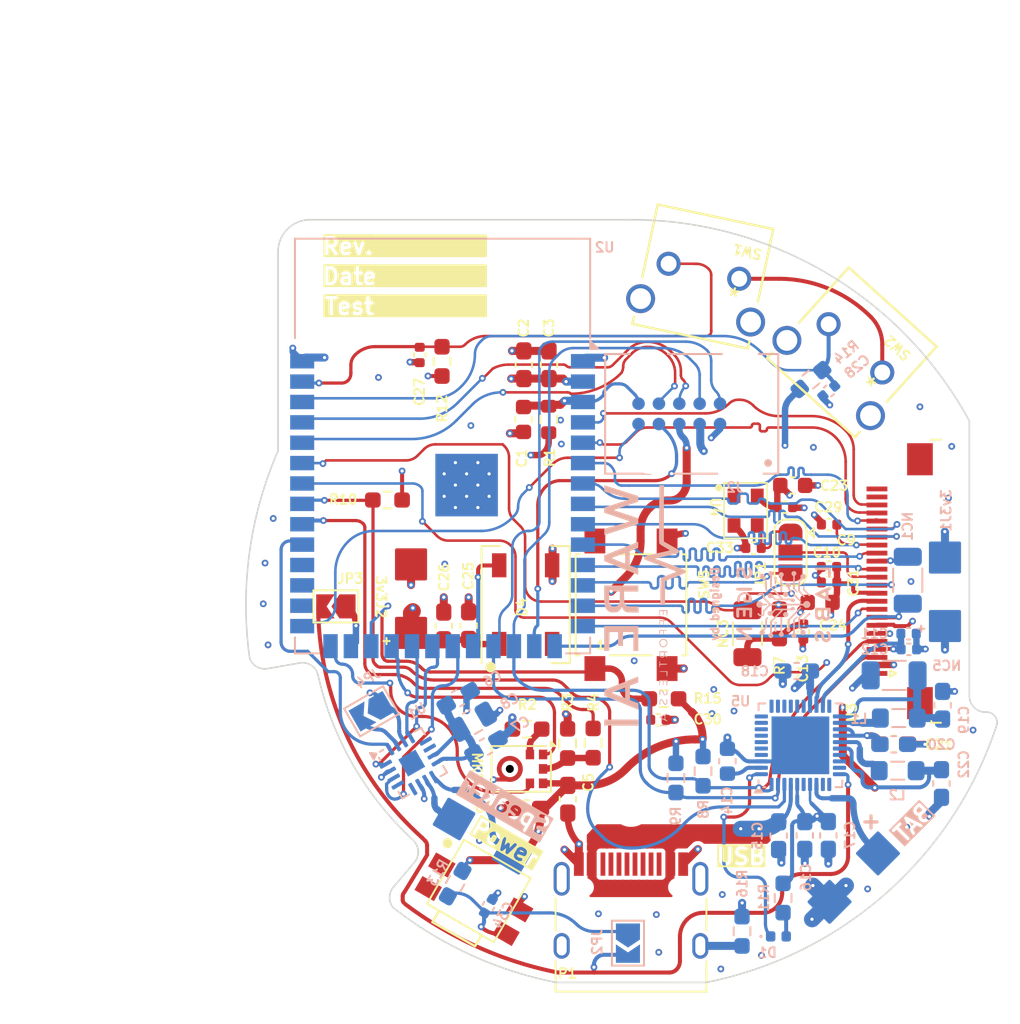
<source format=kicad_pcb>
(kicad_pcb (version 20240108) (generator "pcbnew") (generator_version "8.0")
  (layers (0 "F.Cu" signal) (1 "In1.Cu" signal) (2 "In2.Cu" signal) (31 "B.Cu" signal) (34 "B.Paste" user) (35 "F.Paste" user) (36 "B.SilkS" user "B.Silkscreen") (37 "F.SilkS" user "F.Silkscreen") (38 "B.Mask" user) (39 "F.Mask" user) (44 "Edge.Cuts" user))
  (net 0 "")
  (net 1 "GND")
  (net 2 "VBAT")
  (net 3 "EN")
  (net 4 "+3V3")
  (net 5 "VSYS")
  (net 6 "CAM_PCLK")
  (net 7 "+2V8")
  (net 8 "Net-(C13-Pad1)")
  (net 9 "Net-(U5-VREF)")
  (net 10 "VBUS")
  (net 11 "SW_L3")
  (net 12 "Net-(JP4-B)")
  (net 13 "SW_L2")
  (net 14 "SW_L1")
  (net 15 "Net-(D1-K)")
  (net 16 "Net-(D1-A)")
  (net 17 "+3V3CAM")
  (net 18 "Net-(U5-FB1)")
  (net 19 "LEDCNTRL")
  (net 20 "SPK_P")
  (net 21 "SPK_N")
  (net 22 "RXD")
  (net 23 "TXD")
  (net 24 "GPIO0")
  (net 25 "GPIO46")
  (net 26 "Net-(U5-LX1)")
  (net 27 "Net-(U5-LX2)")
  (net 28 "CAM_PWDN")
  (net 29 "CAM_RESET")
  (net 30 "PMIC_PWRON")
  (net 32 "Net-(P1-SHIELD)")
  (net 36 "Net-(MK2-LR)")
  (net 37 "Net-(MK2-SD)")
  (net 38 "I2SDAT_MIC")
  (net 39 "CAM_SDA")
  (net 40 "CAM_SCL")
  (net 43 "PMIC_IRQ")
  (net 46 "SDMODE_AMP")
  (net 49 "BCLK_AMP")
  (net 50 "I2SDAT_AMP")
  (net 52 "WS_AMP")
  (net 53 "CAM_Y3")
  (net 54 "CAM_MCLK")
  (net 55 "BCLK_MIC")
  (net 56 "CAM_Y5")
  (net 57 "CAM_Y6")
  (net 58 "WS_MIC")
  (net 59 "CAM_Y4")
  (net 60 "CAM_Y8")
  (net 61 "CAM_VSYNC")
  (net 62 "CAM_Y9")
  (net 63 "CAM_Y2")
  (net 65 "CAM_HREF")
  (net 66 "CAM_Y7")
  (net 67 "+1V5")
  (net 90 "CAM_CLKINTRNL")
  (net 94 "Net-(JP1-C)")
  (net 95 "Net-(JP2-A)")
  (net 96 "Net-(JP3-A)")
  (footprint "Capacitor_SMD:C_0603_1608Metric_Pad1.08x0.95mm_HandSolder" (layer "F.Cu") (at 78.7275 39.677 90)
    (property "Reference" "C2")
    (property "Value" "22u")
  )
  (footprint "Capacitor_SMD:C_0402_1005Metric" (layer "F.Cu") (at 87.1175 61.807)
    (property "Reference" "C30")
    (property "Value" "100n")
  )
  (footprint "LED_SMD:LED_WS2812B_PLCC4_5.0x5.0mm_P3.2mm" (layer "F.Cu") (at 78.8425 54.627 90)
    (property "Reference" "D4")
    (property "Value" "WS2812B")
  )
  (footprint "switchLibrary:K2-1114SA-A4SW-06" (layer "F.Cu") (at 75.6425 72.947368 -30)
    (property "Reference" "SW4" (hide yes))
    (property "Value" "SW_Push")
  )
  (footprint "Resistor_SMD:R_0603_1608Metric" (layer "F.Cu") (at 80.2775 43.087 90)
    (property "Reference" "R1")
    (property "Value" "10k")
  )
  (footprint "Resistor_SMD:R_0603_1608Metric_Pad0.98x0.95mm_HandSolder" (layer "F.Cu") (at 78.9275 62.387)
    (property "Reference" "R2")
    (property "Value" "47k")
  )
  (footprint "Button_Switch_SMD:SW_SPST_B3S-1000" (layer "F.Cu") (at 85.4075 54.637 -90)
    (property "Reference" "SW5")
    (property "Value" "SW_Push")
  )
  (footprint "Capacitor_SMD:C_0603_1608Metric_Pad1.08x0.95mm_HandSolder" (layer "F.Cu") (at 101.785 63.317 180)
    (property "Reference" "C21")
    (property "Value" "10u")
  )
  (footprint "Capacitor_SMD:C_0603_1608Metric" (layer "F.Cu") (at 78.7075 43.087 -90)
    (property "Reference" "C1")
    (property "Value" "1u")
  )
  (footprint "Sensor_Audio:InvenSense_ICS-43434-6_3.5x2.65mm" (layer "F.Cu") (at 78.5655 64.867 -90)
    (property "Reference" "MK2")
    (property "Value" "ICS-43434")
  )
  (footprint "Capacitor_SMD:C_0603_1608Metric_Pad1.08x0.95mm_HandSolder" (layer "F.Cu") (at 78.9075 67.327 180)
    (property "Reference" "C4")
    (property "Value" "22u")
  )
  (footprint "Resistor_SMD:R_0603_1608Metric_Pad0.98x0.95mm_HandSolder" (layer "F.Cu") (at 73.6275 39.467 90)
    (property "Reference" "R12")
    (property "Value" "10k")
  )
  (footprint "Capacitor_SMD:C_0402_1005Metric" (layer "F.Cu") (at 94.9975 48.557)
    (property "Reference" "C29")
    (property "Value" "100n")
  )
  (footprint "Capacitor_SMD:C_0603_1608Metric_Pad1.08x0.95mm_HandSolder" (layer "F.Cu") (at 73.7375 55.9545 -90)
    (property "Reference" "C26")
    (property "Value" "10u")
  )
  (footprint "Library:SW2_1825027-C_TEC" (layer "F.Cu") (at 101.068272 40.158637 138)
    (property "Reference" "SW2")
    (property "Value" "SW_Push")
  )
  (footprint "Connector_FFC-FPC:TE_2-1734839-4_1x24-1MP_P0.5mm_Horizontal" (layer "F.Cu") (at 100.0875 53.167 90)
    (property "Reference" "U3")
    (property "Value" "OV5640")
  )
  (footprint "Capacitor_SMD:C_0402_1005Metric" (layer "F.Cu") (at 93.0475 51.099 180)
    (property "Reference" "C33")
    (property "Value" "15p")
  )
  (footprint "Capacitor_SMD:C_0603_1608Metric" (layer "F.Cu") (at 95.4875 47.197 180)
    (property "Reference" "C23")
    (property "Value" "10u")
  )
  (footprint "Resistor_SMD:R_0603_1608Metric_Pad0.98x0.95mm_HandSolder" (layer "F.Cu") (at 70.2275 48.107)
    (property "Reference" "R10")
    (property "Value" "4.7k")
  )
  (footprint "Resistor_SMD:R_0603_1608Metric_Pad0.98x0.95mm_HandSolder" (layer "F.Cu") (at 81.458 63.277 90)
    (property "Reference" "R3")
    (property "Value" "47k")
  )
  (footprint "Capacitor_SMD:C_0603_1608Metric_Pad1.08x0.95mm_HandSolder" (layer "F.Cu") (at 75.2875 55.937 -90)
    (property "Reference" "C25")
    (property "Value" "10u")
  )
  (footprint "MountingHole:MountingHole_2.1mm" (layer "F.Cu") (at 85.4075 67.177)
    (property "Reference" "REF**" (hide yes))
    (property "Value" "MountingHole_2.1mm")
  )
  (footprint "Capacitor_SMD:C_0402_1005Metric" (layer "F.Cu") (at 97.7575 53.247 180)
    (property "Reference" "C31")
    (property "Value" "100n")
  )
  (footprint "Resistor_SMD:R_1206_3216Metric" (layer "F.Cu") (at 92.665 56.439 90)
    (property "Reference" "NC3")
    (property "Value" "0")
  )
  (footprint "Capacitor_SMD:C_0603_1608Metric_Pad1.08x0.95mm_HandSolder" (layer "F.Cu") (at 80.2975 39.677 90)
    (property "Reference" "C3")
    (property "Value" "0.1u")
  )
  (footprint "Capacitor_SMD:C_0603_1608Metric" (layer "F.Cu") (at 97.195 54.489)
    (property "Reference" "C24")
    (property "Value" "1u")
  )
  (footprint "Footprint_Wareit_Mic:YSO110TR" (layer "F.Cu") (at 92.9347 48.5124 -90)
    (property "Reference" "U4")
    (property "Value" "24Mhz")
  )
  (footprint "Capacitor_SMD:C_0402_1005Metric" (layer "F.Cu") (at 96.1475 56.307 -90)
    (property "Reference" "C13")
    (property "Value" "100n")
  )
  (footprint "Jumper:SolderJumper-2_P1.3mm_Open_TrianglePad1.0x1.5mm" (layer "F.Cu") (at 67.0125 54.737 180)
    (property "Reference" "JP3")
    (property "Value" "Jumper")
  )
  (footprint "Resistor_SMD:R_0603_1608Metric_Pad0.98x0.95mm_HandSolder" (layer "F.Cu") (at 83.048 63.257 -90)
    (property "Reference" "R4")
    (property "Value" "68")
  )
  (footprint "Connector_USB:USB_C_Receptacle_HRO_TYPE-C-31-M-12" (layer "F.Cu") (at 85.4075 74.847)
    (property "Reference" "P1")
    (property "Value" "USB_C_Plug_USB2.0")
  )
  (footprint "Capacitor_SMD:C_0402_1005Metric" (layer "F.Cu") (at 72.2375 39.067 -90)
    (property "Reference" "C27")
    (property "Value" "100n")
  )
  (footprint "Capacitor_SMD:C_0603_1608Metric_Pad1.08x0.95mm_HandSolder" (layer "F.Cu") (at 81.468 66.757 -90)
    (property "Reference" "C5")
    (property "Value" "0.1u")
  )
  (footprint "Library:SW2_1825027-C_TEC" (layer "F.Cu") (at 92.154119 34.317548 168)
    (property "Reference" "SW1")
    (property "Value" "SW_Push")
  )
  (footprint "Capacitor_SMD:C_0402_1005Metric" (layer "F.Cu") (at 97.7575 49.637 180)
    (property "Reference" "C9")
    (property "Value" "15p")
  )
  (footprint "Jumper:SolderJumper-3_P1.3mm_Open_RoundedPad1.0x1.5mm" (layer "F.Cu") (at 95.3475 51.377 -90)
    (property "Reference" "JP1")
    (property "Value" "Jumper")
  )
  (footprint "Resistor_SMD:R_0603_1608Metric_Pad0.98x0.95mm_HandSolder" (layer "F.Cu") (at 87.46 60.497 180)
    (property "Reference" "R15")
    (property "Value" "10k")
  )
  (footprint "Footprint_Wareit_Mic:SMD_CONNECTOR_PAD" (layer "F.Cu") (at 71.6467 54.2545 -90)
    (property "Reference" "3v3J2")
    (property "Value" "Conn_01x02_Pin")
  )
  (footprint "Capacitor_SMD:C_0402_1005Metric" (layer "F.Cu") (at 97.7475 52.277 180)
    (property "Reference" "C10")
    (property "Value" "100n")
  )
  (footprint "Resistor_SMD:R_0603_1608Metric_Pad0.98x0.95mm_HandSolder" (layer "F.Cu") (at 94.6575 55.8295 90)
    (property "Reference" "R7")
    (property "Value" "4.7k")
  )
  (footprint "Resistor_SMD:R_1206_3216Metric" (layer "B.Cu") (at 101.8075 59.037 180)
    (property "Reference" "NC5")
    (property "Value" "0")
  )
  (footprint "LOGO" (layer "B.Cu") (at 95.0775 54.617121 -90)
    (property "Reference" "G***" (hide yes))
    (property "Value" "LOGO" (hide yes))
  )
  (footprint "LED_SMD:LED_0402_1005Metric" (layer "B.Cu") (at 94.5975 75.307)
    (property "Reference" "D1")
    (property "Value" "LED")
  )
  (footprint "Library:TAG-CONNECT_TC2050-IDC" (layer "B.Cu") (at 88.4175 42.737 180)
    (property "Reference" "J2")
    (property "Value" "Tag Con")
  )
  (footprint "Capacitor_SMD:C_0402_1005Metric" (layer "B.Cu") (at 102.7275 57.417)
    (property "Reference" "C12")
    (property "Value" "100n")
  )
  (footprint "Capacitor_SMD:C_0603_1608Metric_Pad1.08x0.95mm_HandSolder" (layer "B.Cu") (at 104.8275 60.897 -90)
    (property "Reference" "C19")
    (property "Value" "22u")
  )
  (footprint "Footprint_Wareit_Mic:SMD_CONNECTOR_PAD" (layer "B.Cu") (at 105.0283 53.827 -90)
    (property "Reference" "3v3J1")
    (property "Value" "Conn_01x02_Pin")
  )
  (footprint "Jumper:SolderJumper-2_P1.3mm_Open_TrianglePad1.0x1.5mm" (layer "B.Cu") (at 85.2175 75.727 -90)
    (property "Reference" "JP2")
    (property "Value" "Jumper")
  )
  (footprint "Resistor_SMD:R_0603_1608Metric_Pad0.98x0.95mm_HandSolder" (layer "B.Cu") (at 92.3275 74.987 90)
    (property "Reference" "R16")
    (property "Value" "1M")
  )
  (footprint "Jumper:SolderJumper-2_P1.3mm_Open_TrianglePad1.0x1.5mm" (layer "B.Cu") (at 69.235369 61.2745 -150)
    (property "Reference" "JP4")
    (property "Value" "Jumper")
  )
  (footprint "Capacitor_SMD:C_0603_1608Metric_Pad1.08x0.95mm_HandSolder" (layer "B.Cu") (at 96.2375 69.017 90)
    (property "Reference" "C16")
    (property "Value" "22u")
  )
  (footprint "Resistor_SMD:R_0603_1608Metric_Pad0.98x0.95mm_HandSolder" (layer "B.Cu") (at 94.8875 72.9145 90)
    (property "Reference" "R11")
    (property "Value" "1k")
  )
  (footprint "Capacitor_SMD:C_0603_1608Metric_Pad1.08x0.95mm_HandSolder" (layer "B.Cu") (at 74.6375 60.457 30)
    (property "Reference" "C6")
    (property "Value" "22u")
  )
  (footprint "Capacitor_SMD:C_0603_1608Metric_Pad1.08x0.95mm_HandSolder" (layer "B.Cu") (at 76.3675 63.477 30)
    (property "Reference" "C7")
    (property "Value" "0.1u")
  )
  (footprint "Capacitor_SMD:C_0603_1608Metric" (layer "B.Cu") (at 91.4175 64.387 -90)
    (property "Reference" "C14")
    (property "Value" "1u")
  )
  (footprint "Capacitor_SMD:C_0805_2012Metric" (layer "B.Cu") (at 75.534447 61.927 30)
    (property "Reference" "C8")
    (property "Value" "100u")
  )
  (footprint "LOGO" (layer "B.Cu") (at 86.262403 54.677 -90)
    (property "Reference" "G***" (hide yes))
    (property "Value" "LOGO" (hide yes))
  )
  (footprint "Resistor_SMD:R_0603_1608Metric_Pad0.98x0.95mm_HandSolder" (layer "B.Cu") (at 96.625 40.597 40)
    (property "Reference" "R14")
    (property "Value" "10k")
  )
  (footprint "RF_Module:ESP32-S3-WROOM-1" (layer "B.Cu") (at 73.6625 44.717 180)
    (property "Reference" "U2")
    (property "Value" "ESP32-S3-WROOM-1")
  )
  (footprint "Package_DFN_QFN:TQFN-16-1EP_3x3mm_P0.5mm_EP1.23x1.23mm" (layer "B.Cu") (at 71.740967 64.503532 -60)
    (property "Reference" "U1")
    (property "Value" "MAX98357A")
  )
  (footprint "Footprint_Wareit_Mic:SMD_CONNECTOR_PAD" (layer "B.Cu") (at 76.252899 69.013006 -30)
    (property "Reference" "J1")
    (property "Value" "SPKOUT")
  )
  (footprint "Resistor_SMD:R_0603_1608Metric_Pad0.98x0.95mm_HandSolder" (layer "B.Cu") (at 88.2075 65.427 90)
    (property "Reference" "R9")
    (property "Value" "10k")
  )
  (footprint "Resistor_SMD:R_1206_3216Metric" (layer "B.Cu") (at 102.6575 53.107 90)
    (property "Reference" "NC1")
    (property "Value" "0")
  )
  (footprint "Capacitor_SMD:C_0402_1005Metric" (layer "B.Cu") (at 102.7075 56.437)
    (property "Reference" "C11")
    (property "Value" "100n")
  )
  (footprint "Capacitor_SMD:C_0603_1608Metric_Pad1.08x0.95mm_HandSolder" (layer "B.Cu") (at 94.6075 69.027 90)
    (property "Reference" "C15")
    (property "Value" "10u")
  )
  (footprint "Capacitor_SMD:C_0402_1005Metric" (layer "B.Cu") (at 97.7375 41.307 -140)
    (property "Reference" "C28")
    (property "Value" "100n")
  )
  (footprint "Package_DFN_QFN:QFN-40-1EP_5x5mm_P0.4mm_EP3.6x3.6mm" (layer "B.Cu") (at 95.9675 63.397)
    (property "Reference" "U5")
    (property "Value" "AXP2101")
  )
  (footprint "Resistor_SMD:R_0603_1608Metric_Pad0.98x0.95mm_HandSolder" (layer "B.Cu") (at 74.4475 72.017 -120)
    (property "Reference" "R13")
    (property "Value" "10k")
  )
  (footprint "Capacitor_SMD:C_0603_1608Metric_Pad1.08x0.95mm_HandSolder" (layer "B.Cu") (at 95.735 58.767)
    (property "Reference" "C18")
    (property "Value" "10u")
  )
  (footprint "Capacitor_SMD:C_0603_1608Metric_Pad1.08x0.95mm_HandSolder" (layer "B.Cu") (at 104.7575 65.777 90)
    (property "Reference" "C22")
    (property "Value" "22u")
  )
  (footprint "Resistor_SMD:R_0603_1608Metric_Pad0.98x0.95mm_HandSolder" (layer "B.Cu") (at 89.8975 65.007 90)
    (property "Reference" "R8")
    (property "Value" "10k")
  )
  (footprint "Inductor_SMD:L_0805_2012Metric_Pad1.05x1.20mm_HandSolder" (layer "B.Cu") (at 102.0975 61.697)
    (property "Reference" "L1")
    (property "Value" "1u")
  )
  (footprint "Capacitor_SMD:C_0603_1608Metric_Pad1.08x0.95mm_HandSolder" (layer "B.Cu") (at 97.7075 69.0145 90)
    (property "Reference" "C17")
    (property "Value" "22u")
  )
  (footprint "Footprint_Wareit_Mic:SMD_CONNECTOR_PAD" (layer "B.Cu") (at 99.2575 71.607 45)
    (property "Reference" "BAT1" (hide yes))
    (property "Value" "Conn_01x02_Pin")
  )
  (footprint "Inductor_SMD:L_0805_2012Metric_Pad1.05x1.20mm_HandSolder" (layer "B.Cu") (at 102.0275 64.977)
    (property "Reference" "L2")
    (property "Value" "1u")
  )
  (footprint "Capacitor_SMD:C_0402_1005Metric" (layer "B.Cu") (at 76.5175 73.427 60)
    (property "Reference" "C34")
    (property "Value" "100n")
  )
  (footprint "Capacitor_SMD:C_0603_1608Metric_Pad1.08x0.95mm_HandSolder" (layer "B.Cu") (at 101.7875 63.337)
    (property "Reference" "C20")
    (property "Value" "10u")
  )
  (gr_arc (start 80.79733 77.547845) (mid 75.828638 75.953798) (end 71.3375 73.297) (stroke (width 0.25)) (layer "F.Cu") (net 30))
  (gr_arc (start 72.389756 69.155637) (mid 67.611818 62.609842) (end 65.9075 54.687) (stroke (width 0.25)) (layer "F.Cu") (net 30))
  (gr_line (start 71.2775 72.557) (end 72.6975 70.237) (stroke (width 0.25)) (layer "F.Cu") (net 30))
  (gr_line (start 73.4275 73.737) (end 73.0275 74.417) (stroke (width 0.15)) (layer "F.SilkS"))
  (gr_circle (center 90.8775 47.334357) (end 91.030143 47.334357) (stroke (width 0.15)) (fill solid) (layer "F.SilkS"))
  (gr_circle (center 73.9775 69.497) (end 74.215197 69.497) (stroke (width 0.15)) (fill solid) (layer "F.SilkS"))
  (gr_line (start 76.0875 75.237) (end 75.6875 75.917) (stroke (width 0.15)) (layer "F.SilkS"))
  (gr_line (start 73.0275 74.417) (end 75.6875 75.917) (stroke (width 0.15)) (layer "F.SilkS"))
  (gr_rect (start 69.3175 31.627) (end 76.3575 32.897) (stroke (width 0.15)) (fill solid) (layer "F.SilkS"))
  (gr_rect (start 69.4775 35.367) (end 76.3575 36.637) (stroke (width 0.15)) (fill solid) (layer "F.SilkS"))
  (gr_rect (start 69.5775 33.497) (end 76.3575 34.767) (stroke (width 0.15)) (fill solid) (layer "F.SilkS"))
  (gr_circle (center 76.6575 58.527) (end 76.909889 58.527) (stroke (width 0.15)) (fill solid) (layer "F.SilkS"))
  (gr_line (start 71.965858 70.62274) (end 70.6075 72.227) (stroke (width 0.1)) (layer "Edge.Cuts"))
  (gr_arc (start 85.4075 30.637) (mid 97.676037 34.009761) (end 106.496337 43.180084) (stroke (width 0.1)) (layer "Edge.Cuts"))
  (gr_arc (start 70.568197 73.498812) (mid 70.361402 72.855908) (end 70.6075 72.227) (stroke (width 0.1)) (layer "Edge.Cuts"))
  (gr_line (start 64.7275 58.267001) (end 62.7475 58.616999) (stroke (width 0.1)) (layer "Edge.Cuts"))
  (gr_arc (start 71.805778 69.289202) (mid 72.137265 69.925787) (end 71.965858 70.62274) (stroke (width 0.1)) (layer "Edge.Cuts"))
  (gr_arc (start 62.7475 58.616999) (mid 62.074296 58.494953) (end 61.639189 57.966956) (stroke (width 0.1)) (layer "Edge.Cuts"))
  (gr_line (start 106.496337 43.180084) (end 106.4975 60.327) (stroke (width 0.1)) (layer "Edge.Cuts"))
  (gr_arc (start 107.497809 61.325606) (mid 108.036668 61.522942) (end 108.228215 62.063886) (stroke (width 0.1)) (layer "Edge.Cuts"))
  (gr_arc (start 63.4075 32.637) (mid 63.993286 31.222786) (end 65.4075 30.637) (stroke (width 0.1)) (layer "Edge.Cuts"))
  (gr_line (start 90.0875 78.177) (end 80.7175 78.177) (stroke (width 0.1)) (layer "Edge.Cuts"))
  (gr_arc (start 108.228216 62.063886) (mid 101.344363 72.582087) (end 90.0875 78.177) (stroke (width 0.1)) (layer "Edge.Cuts"))
  (gr_arc (start 80.718131 78.173836) (mid 75.36727 76.435317) (end 70.568197 73.498811) (stroke (width 0.1)) (layer "Edge.Cuts"))
  (gr_arc (start 71.805779 69.289201) (mid 68.073982 64.599076) (end 65.900082 59.013581) (stroke (width 0.1)) (layer "Edge.Cuts"))
  (gr_arc (start 107.4975 61.327) (mid 106.790393 61.034107) (end 106.4975 60.327) (stroke (width 0.1)) (layer "Edge.Cuts"))
  (gr_line (start 63.4075 45.037) (end 63.4075 32.637) (stroke (width 0.1)) (layer "Edge.Cuts"))
  (gr_line (start 85.4075 30.637) (end 65.4075 30.637) (stroke (width 0.1)) (layer "Edge.Cuts"))
  (gr_arc (start 64.7275 58.267001) (mid 65.464683 58.403298) (end 65.900081 59.013581) (stroke (width 0.1)) (layer "Edge.Cuts"))
  (gr_arc (start 61.63919 57.966956) (mid 61.629099 51.379884) (end 63.41015 45.038158) (stroke (width 0.1)) (layer "Edge.Cuts"))
  (gr_text "BAT" (at 104.4375 67.627 45) (layer "B.SilkS" knockout) (effects (font (size 1 1) (thickness 0.2) (bold yes)) (justify left bottom mirror)))
  (gr_text "Speaker" (at 80.0175 69.177 330) (layer "B.SilkS" knockout) (effects (font (size 1 1) (thickness 0.2) (bold yes)) (justify left bottom mirror)))
  (gr_text "Designed by" (at 90.9275 52.213787 90) (layer "B.SilkS") (effects (font (size 0.5 0.5) (thickness 0.125) (bold yes)) (justify left bottom mirror)))
  (gr_text "+" (at 103.8875 56.387 0) (layer "B.SilkS") (effects (font (size 0.5 0.5) (thickness 0.125) (bold yes)) (justify left bottom mirror)))
  (gr_text "+" (at 101.1175 68.687 0) (layer "B.SilkS") (effects (font (size 1 1) (thickness 0.2) (bold yes)) (justify left bottom mirror)))
  (gr_text "+" (at 69.7775 57.157 0) (layer "F.SilkS") (effects (font (size 0.5 0.5) (thickness 0.125) (bold yes)) (justify left bottom)))
  (gr_text "1" (at 83.1975 57.437 0) (layer "F.SilkS") (effects (font (size 0.5 0.5) (thickness 0.125) (bold yes)) (justify left bottom)))
  (gr_text "Power" (at 75.2375 68.817 330) (layer "F.SilkS" knockout) (effects (font (size 1 1) (thickness 0.2) (bold yes)) (justify left bottom)))
  (gr_text "Test" (at 66.2175 36.627 0) (layer "F.SilkS" knockout) (effects (font (size 1 1) (thickness 0.2) (bold yes)) (justify left bottom)))
  (gr_text "USB" (at 90.6275 70.917 0) (layer "F.SilkS" knockout) (effects (font (size 1 1) (thickness 0.2) (bold yes)) (justify left bottom)))
  (gr_text "Rev. " (at 66.0775 32.887 0) (layer "F.SilkS" knockout) (effects (font (size 1 1) (thickness 0.2) (bold yes)) (justify left bottom)))
  (gr_text "Date" (at 66.0775 34.757 0) (layer "F.SilkS" knockout) (effects (font (size 1 1) (thickness 0.2) (bold yes)) (justify left bottom)))
  (segment (start 97.2775 49.637) (end 97.2775 49.477) (width 0.4) (layer "F.Cu") (net 1))
  (segment (start 95.9675 54.9415) (end 95.9675 55.117) (width 0.4) (layer "F.Cu") (net 1))
  (segment (start 78.7275 38.8145) (end 77.995 38.8145) (width 0.5) (layer "F.Cu") (net 1))
  (segment (start 82.153964 70.793465) (end 81.2575 69.897) (width 0.5) (layer "F.Cu") (net 1))
  (segment (start 82.1575 70.802) (end 82.1575 69.571142) (width 0.5) (layer "F.Cu") (net 1))
  (segment (start 96.199498 48.589) (end 96.207498 48.597) (width 0.4) (layer "F.Cu") (net 1))
  (segment (start 87.6575 58.612) (end 88.6925 58.612) (width 0.5) (layer "F.Cu") (net 1))
  (segment (start 80.2975 38.8145) (end 78.7275 38.8145) (width 0.5) (layer "F.Cu") (net 1))
  (segment (start 78.7075 43.9495) (end 77.865 43.9495) (width 0.5) (layer "F.Cu") (net 1))
  (segment (start 96.115 56.829) (end 96.115 57.390965) (width 0.4) (layer "F.Cu") (net 1))
  (segment (start 77.865 43.9495) (end 77.8575 43.957) (width 0.5) (layer "F.Cu") (net 1))
  (segment (start 78.045 67.327) (end 77.2675 67.327) (width 0.5) (layer "F.Cu") (net 1))
  (segment (start 75.2875 55.0745) (end 75.2875 54.167) (width 0.5) (layer "F.Cu") (net 1))
  (segment (start 76.845 65.5295) (end 76.8375 65.537) (width 0.25) (layer "F.Cu") (net 1))
  (segment (start 81.458 61.5575) (end 81.3475 61.447) (width 0.5) (layer "F.Cu") (net 1))
  (segment (start 96.2625 47.197) (end 97.0675 47.197) (width 0.4) (layer "F.Cu") (net 1))
  (segment (start 80.5175 53.157) (end 80.5175 52.187) (width 0.5) (layer "F.Cu") (net 1))
  (segment (start 81.468 67.6195) (end 81.468 67.858258) (width 0.4) (layer "F.Cu") (net 1))
  (segment (start 92.154119 34.317548) (end 94.627137 34.317548) (width 0.25) (layer "F.Cu") (net 1))
  (segment (start 80.5175 52.187) (end 80.5175 51.137) (width 0.5) (layer "F.Cu") (net 1))
  (segment (start 87.5975 61.807) (end 88.1475 61.807) (width 0.5) (layer "F.Cu") (net 1))
  (segment (start 82.1575 70.802) (end 82.153964 70.793465) (width 0.5) (layer "F.Cu") (net 1))
  (segment (start 95.4875 48.589) (end 96.199498 48.589) (width 0.4) (layer "F.Cu") (net 1))
  (segment (start 91.8275 49.697) (end 92.099395 49.968895) (width 0.4) (layer "F.Cu") (net 1))
  (segment (start 78.583034 73.001465) (end 78.7675 72.817) (width 0.4) (layer "F.Cu") (net 1))
  (segment (start 97.0575 52.917) (end 96.98886 52.84836) (width 0.25) (layer "F.Cu") (net 1))
  (segment (start 92.036813 51.099) (end 92.0175 51.107) (width 0.4) (layer "F.Cu") (net 1))
  (segment (start 97.226664 52.517837) (end 96.9975 52.747) (width 0.25) (layer "F.Cu") (net 1))
  (segment (start 97.2775 49.477) (end 96.827501 49.027001) (width 0.4) (layer "F.Cu") (net 1))
  (segment (start 88.668107 70.776394) (end 89.5775 69.867) (width 0.5) (layer "F.Cu") (net 1))
  (segment (start 97.175752 53.035252) (end 97.0575 52.917) (width 0.25) (layer "F.Cu") (net 1))
  (segment (start 77.8555 65.5295) (end 76.845 65.5295) (width 0.25) (layer "F.Cu") (net 1))
  (segment (start 77.995 38.8145) (end 77.9875 38.807) (width 0.5) (layer "F.Cu") (net 1))
  (segment (start 100.3475 36.687) (end 100.358002 36.697502) (width 0.25) (layer "F.Cu") (net 1))
  (segment (start 96.42 54.489) (end 95.9675 54.9415) (width 0.4) (layer "F.Cu") (net 1))
  (segment (start 96.9975 52.747) (end 96.967734 52.774391) (width 0.25) (layer "F.Cu") (net 1))
  (segment (start 81.458 62.3645) (end 81.458 61.5575) (width 0.5) (layer "F.Cu") (net 1))
  (segment (start 78.015 62.387) (end 78.015 61.675106) (width 0.5) (layer "F.Cu") (net 1))
  (segment (start 78.015 61.675106) (end 78.0075 61.657) (width 0.5) (layer "F.Cu") (net 1))
  (segment (start 96.889009 52.807) (end 96.889011 52.807) (width 0.25) (layer "F.Cu") (net 1))
  (segment (start 101.068272 38.412245) (end 101.068272 40.158637) (width 0.25) (layer "F.Cu") (net 1))
  (segment (start 88.8075 50.187) (end 88.804251 50.187) (width 0.4) (layer "F.Cu") (net 1))
  (segment (start 71.6975 52.1209) (end 71.6975 53.407) (width 0.5) (layer "F.Cu") (net 1))
  (segment (start 96.115 57.390965) (end 96.1175 57.397) (width 0.4) (layer "F.Cu") (net 1))
  (segment (start 73.7375 55.092) (end 73.7375 54.167) (width 0.5) (layer "F.Cu") (net 1))
  (segment (start 102.6475 63.317) (end 103.68094 63.317) (width 0.4) (layer "F.Cu") (net 1))
  (segment (start 88.6925 58.612) (end 88.6975 58.607) (width 0.5) (layer "F.Cu") (net 1))
  (segment (start 100.7925 58.387) (end 101.7775 58.387) (width 0.4) (layer "F.Cu") (net 1))
  (segment (start 101.7775 58.387) (end 101.7875 58.377) (width 0.4) (layer "F.Cu") (net 1))
  (segment (start 72.2575 39.517) (end 71.651642 39.517) (width 0.4) (layer "F.Cu") (net 1))
  (segment (start 92.5675 51.099) (end 92.036813 51.099) (width 0.4) (layer "F.Cu") (net 1))
  (segment (start 100.7925 51.887) (end 101.5775 51.887) (width 0.25) (layer "F.Cu") (net 1))
  (via (at 62.4875 54.577) (size 0.42) (drill 0.2) (layers "F.Cu" "B.Cu") (net 1))
  (via (at 88.8075 50.187) (size 0.42) (drill 0.2) (layers "F.Cu" "B.Cu") (net 1))
  (via (at 96.7775 44.827) (size 0.42) (drill 0.2) (layers "F.Cu" "B.Cu") (net 1))
  (via (at 80.4975 53.177) (size 0.42) (drill 0.2) (layers "F.Cu" "B.Cu") (net 1))
  (via (at 83.7375 39.237) (size 0.42) (drill 0.2) (layers "F.Cu" "B.Cu") (net 1))
  (via (at 71.6275 39.507) (size 0.42) (drill 0.2) (layers "F.Cu" "B.Cu") (net 1))
  (via (at 69.6675 40.467) (size 0.42) (drill 0.2) (layers "F.Cu" "B.Cu") (net 1))
  (via (at 100.1575 72.347) (size 0.42) (drill 0.2) (layers "F.Cu" "B.Cu") (net 1))
  (via (at 105.3975 44.767) (size 0.42) (drill 0.2) (layers "F.Cu" "B.Cu") (net 1))
  (via (at 96.1175 57.397) (size 0.42) (drill 0.2) (layers "F.Cu" "B.Cu") (net 1))
  (via (at 83.3775 73.897) (size 0.42) (drill 0.2) (layers "F.Cu" "B.Cu") (net 1))
  (via (at 81.2575 69.897) (size 0.42) (drill 0.2) (layers "F.Cu" "B.Cu") (net 1))
  (via (at 104.0075 67.837) (size 0.42) (drill 0.2) (layers "F.Cu" "B.Cu") (net 1))
  (via (at 85.6075 58.127) (size 0.42) (drill 0.2) (layers "F.Cu" "B.Cu") (net 1))
  (via (at 77.8575 43.957) (size 0.42) (drill 0.2) (layers "F.Cu" "B.Cu") (net 1))
  (via (at 81.0175 43.127) (size 0.42) (drill 0.2) (layers "F.Cu" "B.Cu") (net 1))
  (via (at 77.9875 38.807) (size 0.42) (drill 0.2) (layers "F.Cu" "B.Cu") (net 1))
  (via (at 90.5675 59.917) (size 0.42) (drill 0.2) (layers "F.Cu" "B.Cu") (net 1))
  (via (at 72.5175 66.727) (size 0.42) (drill 0.2) (layers "F.Cu" "B.Cu") (net 1))
  (via (at 69.1375 60.127) (size 0.42) (drill 0.2) (layers "F.Cu" "B.Cu") (net 1))
  (via (at 86.9875 73.947) (size 0.42) (drill 0.2) (layers "F.Cu" "B.Cu") (net 1))
  (via (at 91.0075 77.337) (size 0.42) (drill 0.2) (layers "F.Cu" "B.Cu") (net 1))
  (via (at 92.0175 51.107) (size 0.42) (drill 0.2) (layers "F.Cu" "B.Cu") (net 1))
  (via (at 97.7075 70.777) (size 0.42) (drill 0.2) (layers "F.Cu" "B.Cu") (net 1))
  (via (at 91.0975 72.697) (size 0.42) (drill 0.2) (layers "F.Cu" "B.Cu") (net 1))
  (via (at 105.1975 47.987) (size 0.42) (drill 0.2) (layers "F.Cu" "B.Cu") (net 1))
  (via (at 91.4175 62.907) (size 0.42) (drill 0.2) (layers "F.Cu" "B.Cu") (net 1))
  (via (at 78.7675 72.817) (size 0.42) (drill 0.2) (layers "F.Cu" "B.Cu") (net 1))
  (via (at 101.5775 51.887) (size 0.42) (drill 0.2) (layers "F.Cu" "B.Cu") (net 1))
  (via (at 76.8375 65.537) (size 0.42) (drill 0.2) (layers "F.Cu" "B.Cu") (net 1))
  (via (at 103.729224 63.337) (size 0.42) (drill 0.2) (layers "F.Cu" "B.Cu") (net 1))
  (via (at 75.2875 54.167) (size 0.42) (drill 0.2) (layers "F.Cu" "B.Cu") (net 1))
  (via (at 103.4175 42.297) (size 0.42) (drill 0.2) (layers "F.Cu" "B.Cu") (net 1))
  (via (at 80.5175 51.137) (size 0.42) (drill 0.2) (layers "F.Cu" "B.Cu") (net 1))
  (via (at 75.9575 69.337) (size 0.42) (drill 0.2) (layers "F.Cu" "B.Cu") (net 1))
  (via (at 90.4075 44.237) (size 0.42) (drill 0.2) (layers "F.Cu" "B.Cu") (net 1))
  (via (at 90.4575 61.417) (size 0.42) (drill 0.2) (layers "F.Cu" "B.Cu") (net 1))
  (via (at 82.1675 69.547) (size 0.42) (drill 0.2) (layers "F.Cu" "B.Cu") (net 1))
  (via (at 81.3475 61.447) (size 0.42) (drill 0.2) (layers "F.Cu" "B.Cu") (net 1))
  (via (at 88.6975 58.607) (size 0.42) (drill 0.2) (layers "F.Cu" "B.Cu") (net 1))
  (via (at 106.7275 62.447) (size 0.42) (drill 0.2) (layers "F.Cu" "B.Cu") (net 1))
  (via (at 93.5375 76.487) (size 0.42) (drill 0.2) (layers "F.Cu" "B.Cu") (net 1))
  (via (at 102.8575 53.187) (size 0.42) (drill 0.2) (layers "F.Cu" "B.Cu") (net 1))
  (via (at 101.7875 58.377) (size 0.42) (drill 0.2) (layers "F.Cu" "B.Cu") (net 1))
  (via (at 88.1475 61.807) (size 0.42) (drill 0.2) (layers "F.Cu" "B.Cu") (net 1))
  (via (at 89.5775 69.867) (size 0.42) (drill 0.2) (layers "F.Cu" "B.Cu") (net 1))
  (via (at 78.0075 61.657) (size 0.42) (drill 0.2) (layers "F.Cu" "B.Cu") (net 1))
  (via (at 69.8475 65.387) (size 0.42) (drill 0.2) (layers "F.Cu" "B.Cu") (net 1))
  (via (at 103.7575 57.397) (size 0.42) (drill 0.2) (layers "F.Cu" "B.Cu") (net 1))
  (via (at 104.9675 50.077) (size 0.42) (drill 0.2) (layers "F.Cu" "B.Cu") (net 1))
  (via (at 96.889011 52.807) (size 0.42) (drill 0.2) (layers "F.Cu" "B.Cu") (net 1))
  (via (at 105.57999 60.0345) (size 0.42) (drill 0.2) (layers "F.Cu" "B.Cu") (net 1))
  (via (at 96.6875 74.237) (size 0.42) (drill 0.2) (layers "F.Cu" "B.Cu") (net 1))
  (via (at 77.2675 67.327) (size 0.42) (drill 0.2) (layers "F.Cu" "B.Cu") (net 1))
  (via (at 81.0675 44.617) (size 0.42) (drill 0.2) (layers "F.Cu" "B.Cu") (net 1))
  (via (at 96.827501 49.027001) (size 0.42) (drill 0.2) (layers "F.Cu" "B.Cu") (net 1))
  (via (at 66.3075 39.227) (size 0.42) (drill 0.2) (layers "F.Cu" "B.Cu") (net 1))
  (via (at 95.9675 55.117) (size 0.42) (drill 0.2) (layers "F.Cu" "B.Cu") (net 1))
  (via (at 94.7875 70.717) (size 0.42) (drill 0.2) (layers "F.Cu" "B.Cu") (net 1))
  (via (at 96.207498 48.597) (size 0.42) (drill 0.2) (layers "F.Cu" "B.Cu") (net 1))
  (via (at 91.8275 61.257) (size 0.42) (drill 0.2) (layers "F.Cu" "B.Cu") (net 1))
  (via (at 87.1375 76.297) (size 0.42) (drill 0.2) (layers "F.Cu" "B.Cu") (net 1))
  (via (at 75.1575 61.247) (size 0.42) (drill 0.2) (layers "F.Cu" "B.Cu") (net 1))
  (via (at 73.7975 52.097) (size 0.42) (drill 0.2) (layers "F.Cu" "B.Cu") (net 1))
  (via (at 62.5975 52.037) (size 0.42) (drill 0.2) (layers "F.Cu" "B.Cu") (net 1))
  (via (at 62.7875 57.137) (size 0.42) (drill 0.2) (layers "F.Cu" "B.Cu") (net 1))
  (via (at 77.2375 61.207) (size 0.42) (drill 0.2) (layers "F.Cu" "B.Cu") (net 1))
  (via (at 96.7475 72.137) (size 0.42) (drill 0.2) (layers "F.Cu" "B.Cu") (net 1))
  (via (at 64.3255 38.635) (size 0.42) (drill 0.2) (layers "F.Cu" "B.Cu") (net 1))
  (via (at 71.6975 53.407) (size 0.42) (drill 0.2) (layers "F.Cu" "B.Cu") (net 1))
  (via (at 97.0675 47.197) (size 0.42) (drill 0.2) (layers "F.Cu" "B.Cu") (net 1))
  (via (at 102.5975 68.497) (size 0.42) (drill 0.2) (layers "F.Cu" "B.Cu") (net 1))
  (via (at 75.4275 43.467) (size 0.42) (drill 0.2) (layers "F.Cu" "B.Cu") (net 1))
  (via (at 94.8675 59.577) (size 0.42) (drill 0.2) (layers "F.Cu" "B.Cu") (net 1))
  (via (at 73.7375 54.167) (size 0.42) (drill 0.2) (layers "F.Cu" "B.Cu") (net 1))
  (via (at 98.8075 72.137) (size 0.42) (drill 0.2) (layers "F.Cu" "B.Cu") (net 1))
  (via (at 63.1075 49.257) (size 0.42) (drill 0.2) (layers "F.Cu" "B.Cu") (net 1))
  (via (at 96.2475 70.757) (size 0.42) (drill 0.2) (layers "F.Cu" "B.Cu") (net 1))
  (via (at 92.3375 73.217) (size 0.42) (drill 0.2) (layers "F.Cu" "B.Cu") (net 1))
  (via (at 97.7975 42.187) (size 0.42) (drill 0.2) (layers "F.Cu" "B.Cu") (net 1))
  (via (at 77.1175 72.597) (size 0.42) (drill 0.2) (layers "F.Cu" "B.Cu") (net 1))
  (arc (start 97.285 53.299) (mid 97.256607 53.156261) (end 97.175752 53.035252) (width 0.25) (layer "F.Cu") (net 1))
  (arc (start 103.68094 63.317) (mid 103.707071 63.322198) (end 103.729224 63.337) (width 0.4) (layer "F.Cu") (net 1))
  (arc (start 96.98886 52.84836) (mid 96.943048 52.817749) (end 96.889009 52.807) (width 0.25) (layer "F.Cu") (net 1))
  (arc (start 82.1575 69.571142) (mid 82.160099 69.558077) (end 82.1675 69.547) (width 0.5) (layer "F.Cu") (net 1))
  (arc (start 97.285 52.377) (mid 97.269839 52.45322) (end 97.226664 52.517837) (width 0.25) (layer "F.Cu") (net 1))
  (arc (start 88.804251 50.187) (mid 88.183634 50.310448) (end 87.6575 50.662) (width 0.4) (layer "F.Cu") (net 1))
  (arc (start 96.967734 52.774391) (mid 96.931615 52.798526) (end 96.889009 52.807) (width 0.25) (layer "F.Cu") (net 1))
  (arc (start 81.468 67.858258) (mid 81.649794 68.772198) (end 82.1675 69.547) (width 0.4) (layer "F.Cu") (net 1))
  (arc (start 100.358002 36.697502) (mid 100.883679 37.484233) (end 101.068272 38.412245) (width 0.25) (layer "F.Cu") (net 1))
  (arc (start 88.6575 70.802) (mid 88.660257 70.788142) (end 88.668107 70.776394) (width 0.5) (layer "F.Cu") (net 1))
  (arc (start 92.099395 49.968895) (mid 92.445843 50.487392) (end 92.5675 51.099) (width 0.4) (layer "F.Cu") (net 1))
  (arc (start 71.651642 39.517) (mid 71.638576 39.514401) (end 71.6275 39.507) (width 0.4) (layer "F.Cu") (net 1))
  (arc (start 94.627137 34.317548) (mid 97.722975 34.933349) (end 100.3475 36.687) (width 0.25) (layer "F.Cu") (net 1))
  (arc (start 78.337372 73.594547) (mid 78.401218 73.273574) (end 78.583034 73.001465) (width 0.4) (layer "F.Cu") (net 1))
  (segment (start 94.8725 59.572) (end 94.8675 59.577) (width 0.5) (layer "B.Cu") (net 1))
  (segment (start 97.784738 73.151604) (end 97.798664 73.145835) (width 1) (layer "B.Cu") (net 1))
  (segment (start 76.357171 61.452) (end 76.9925 61.452) (width 0.4) (layer "B.Cu") (net 1))
  (segment (start 96.2375 69.8795) (end 96.2375 70.732858) (width 0.5) (layer "B.Cu") (net 1))
  (segment (start 104.8275 60.0345) (end 105.57999 60.0345) (width 0.4) (layer "B.Cu") (net 1))
  (segment (start 101.5775 51.887) (end 102.496434 51.887) (width 0.25) (layer "B.Cu") (net 1))
  (segment (start 69.858489 65.387) (end 69.8475 65.387) (width 0.25) (layer "B.Cu") (net 1))
  (segment (start 70.9575 62.534036) (end 70.9575 62.006261) (width 0.25) (layer "B.Cu") (net 1))
  (segment (start 93.53 64.397) (end 92.789632 64.397) (width 0.25) (layer "B.Cu") (net 1))
  (segment (start 90.4075 44.237) (end 90.9575 43.687) (width 0.4) (layer "B.Cu") (net 1))
  (segment (start 102.65 63.337) (end 103.729224 63.337) (width 0.4) (layer "B.Cu") (net 1))
  (segment (start 76.281394 61.527777) (end 76.357171 61.452) (width 0.4) (layer "B.Cu") (net 1))
  (segment (start 82.6325 39.237) (end 83.7375 39.237) (width 0.5) (layer "B.Cu") (net 1))
  (segment (start 82.4125 39.457) (end 82.6325 39.237) (width 0.5) (layer "B.Cu") (net 1))
  (segment (start 97.340449 41.72995) (end 97.7975 42.187) (width 0.4) (layer "B.Cu") (net 1))
  (segment (start 77.9675 62.347) (end 77.460285 62.854215) (width 0.5) (layer "B.Cu") (net 1))
  (segment (start 96.707716 74.228626) (end 96.6875 74.237) (width 1) (layer "B.Cu") (net 1))
  (segment (start 76.9925 61.452) (end 77.2375 61.207) (width 0.4) (layer "B.Cu") (net 1))
  (segment (start 65.1425 39.227) (end 64.9125 39.457) (width 0.5) (layer "B.Cu") (net 1))
  (segment (start 94.8725 58.767) (end 94.8725 59.572) (width 0.5) (layer "B.Cu") (net 1))
  (segment (start 93.53 64.397) (end 95.9675 64.397) (width 0.25) (layer "B.Cu") (net 1))
  (segment (start 72.5175 66.535639) (end 72.5175 66.727) (width 0.25) (layer "B.Cu") (net 1))
  (segment (start 92.3275 74.0745) (end 92.3275 73.241142) (width 0.5) (layer "B.Cu") (net 1))
  (segment (start 103.1975 57.397) (end 103.7575 57.397) (width 0.4) (layer "B.Cu") (net 1))
  (segment (start 70.138238 60.637) (end 69.863238 60.912) (width 0.25) (layer "B.Cu") (net 1))
  (segment (start 76.281394 61.5745) (end 76.281394 61.527777) (width 0.4) (layer "B.Cu") (net 1))
  (segment (start 75.1575 60.573648) (end 75.1575 61.247) (width 0.4) (layer "B.Cu") (net 1))
  (segment (start 91.4175 62.907) (end 91.4175 63.612) (width 0.5) (layer "B.Cu") (net 1))
  (segment (start 66.3075 39.227) (end 65.1425 39.227) (width 0.5) (layer "B.Cu") (net 1))
  (segment (start 70.175326 65.070163) (end 69.858489 65.387) (width 0.25) (layer "B.Cu") (net 1))
  (segment (start 97.7461 73.135599) (end 96.7475 72.137) (width 1) (layer "B.Cu") (net 1))
  (segment (start 78.0075 61.657) (end 78.0075 62.250432) (width 0.5) (layer "B.Cu") (net 1))
  (segment (start 97.7075 69.877) (end 97.7075 70.777) (width 0.5) (layer "B.Cu") (net 1))
  (segment (start 64.3255 38.635) (end 64.3255 38.87) (width 0.4) (layer "B.Cu") (net 1))
  (segment (start 90.9575 43.687) (end 90.9575 43.372) (width 0.4) (layer "B.Cu") (net 1))
  (segment (start 95.9675 64.397) (end 95.9675 63.397) (width 0.25) (layer "B.Cu") (net 1))
  (segment (start 97.329799 41.725538) (end 97.340449 41.72995) (width 0.4) (layer "B.Cu") (net 1))
  (segment (start 97.784738 73.151604) (end 96.707716 74.228626) (width 1) (layer "B.Cu") (net 1))
  (segment (start 64.3255 38.87) (end 64.9125 39.457) (width 0.4) (layer "B.Cu") (net 1))
  (segment (start 97.784738 73.151604) (end 97.764523 73.159978) (width 0.5) (layer "B.Cu") (net 1))
  (segment (start 94.7775 69.877) (end 94.7775 70.692858) (width 0.5) (layer "B.Cu") (net 1))
  (segment (start 70.959362 62.535898) (end 70.9575 62.534036) (width 0.25) (layer "B.Cu") (net 1))
  (segment (start 64.9125 39.457) (end 64.91252 39.457) (width 0.5) (layer "B.Cu") (net 1))
  (segment (start 104.9775 51.6934) (end 104.9775 50.101142) (width 0.5) (layer "B.Cu") (net 1))
  (segment (start 104.7575 66.887) (end 104.0075 67.637) (width 0.5) (layer "B.Cu") (net 1))
  (segment (start 103.1975 57.397) (end 103.1975 56.467) (width 0.4) (layer "B.Cu") (net 1))
  (segment (start 92.4275 64.247) (end 92.057665 63.877165) (width 0.25) (layer "B.Cu") (net 1))
  (segment (start 97.798664 73.145835) (end 98.8075 72.137) (width 1) (layer "B.Cu") (net 1))
  (segment (start 69.863238 60.911999) (end 69.863238 60.852738) (width 0.25) (layer "B.Cu") (net 1))
  (segment (start 76.744688 72.969811) (end 77.1175 72.597) (width 0.4) (layer "B.Cu") (net 1))
  (segment (start 104.7575 66.6395) (end 104.7575 66.887) (width 0.5) (layer "B.Cu") (net 1))
  (arc (start 70.9575 62.006261) (mid 70.636998 61.232501) (end 69.863238 60.911999) (width 0.25) (layer "B.Cu") (net 1))
  (arc (start 76.7275 73.011308) (mid 76.731967 72.98885) (end 76.744688 72.969811) (width 0.4) (layer "B.Cu") (net 1))
  (arc (start 78.0075 62.250432) (mid 77.997104 62.302694) (end 77.9675 62.347) (width 0.5) (layer "B.Cu") (net 1))
  (arc (start 102.496434 51.887) (mid 102.594426 51.906492) (end 102.6775 51.962) (width 0.25) (layer "B.Cu") (net 1))
  (arc (start 94.7775 70.692858) (mid 94.780099 70.705923) (end 94.7875 70.717) (width 0.5) (layer "B.Cu") (net 1))
  (arc (start 92.3275 73.241142) (mid 92.330099 73.228077) (end 92.3375 73.217) (width 0.5) (layer "B.Cu") (net 1))
  (arc (start 71.199553 63.039053) (mid 71.03677 62.807851) (end 70.959362 62.535898) (width 0.25) (layer "B.Cu") (net 1))
  (arc (start 69.863238 60.852738) (mid 69.650674 60.339564) (end 69.1375 60.127) (width 0.25) (layer "B.Cu") (net 1))
  (arc (start 72.24321 65.873445) (mid 72.446214 66.177262) (end 72.5175 66.535639) (width 0.25) (layer "B.Cu") (net 1))
  (arc (start 97.784738 73.151604) (mid 97.763827 73.147445) (end 97.7461 73.135599) (width 1) (layer "B.Cu") (net 1))
  (arc (start 104.9775 50.101142) (mid 104.974901 50.088076) (end 104.9675 50.077) (width 0.5) (layer "B.Cu") (net 1))
  (arc (start 77.460285 62.854215) (mid 77.292437 62.966367) (end 77.094447 63.00575) (width 0.5) (layer "B.Cu") (net 1))
  (arc (start 92.057665 63.877165) (mid 91.763955 63.680914) (end 91.4175 63.612) (width 0.25) (layer "B.Cu") (net 1))
  (arc (start 77.320686 63.036836) (mid 77.20844 63.014165) (end 77.094447 63.00575) (width 0.5) (layer "B.Cu") (net 1))
  (arc (start 92.789632 64.397) (mid 92.593648 64.358016) (end 92.4275 64.247) (width 0.25) (layer "B.Cu") (net 1))
  (arc (start 70.371054 65.005775) (mid 70.268374 65.022744) (end 70.175326 65.070163) (width 0.25) (layer "B.Cu") (net 1))
  (arc (start 75.314731 60.099735) (mid 75.19518 60.323412) (end 75.1575 60.573648) (width 0.4) (layer "B.Cu") (net 1))
  (segment (start 96.9675 65.8345) (end 96.9675 66.349721) (width 0.25) (layer "B.Cu") (net 2))
  (segment (start 100.330023 69.662156) (end 100.802104 70.134238) (width 0.4) (layer "B.Cu") (net 2))
  (segment (start 99.2675 67.052563) (end 99.2675 67.097) (width 0.4) (layer "B.Cu") (net 2))
  (segment (start 97.9275 66.697) (end 98.940221 66.697) (width 0.4) (layer "B.Cu") (net 2))
  (segment (start 97.371347 66.697) (end 97.9275 66.697) (width 0.25) (layer "B.Cu") (net 2))
  (arc (start 96.9675 66.349721) (mid 96.990891 66.467311) (end 97.0575 66.567) (width 0.25) (layer "B.Cu") (net 2))
  (arc (start 99.1575 66.787) (mid 99.238912 66.908841) (end 99.2675 67.052563) (width 0.4) (layer "B.Cu") (net 2))
  (arc (start 98.940221 66.697) (mid 99.057811 66.720391) (end 99.1575 66.787) (width 0.4) (layer "B.Cu") (net 2))
  (arc (start 99.2675 67.097) (mid 99.543641 68.485253) (end 100.330023 69.662156) (width 0.4) (layer "B.Cu") (net 2))
  (arc (start 97.0575 66.567) (mid 97.201494 66.663214) (end 97.371347 66.697) (width 0.25) (layer "B.Cu") (net 2))
  (segment (start 80.2275 42.2245) (end 80.2775 42.1745) (width 0.5) (layer "F.Cu") (net 3))
  (segment (start 80.2775 42.1745) (end 81.009968 42.1745) (width 0.5) (layer "F.Cu") (net 3))
  (segment (start 81.009968 42.1745) (end 81.262484 41.921984) (width 0.5) (layer "F.Cu") (net 3))
  (segment (start 78.7075 42.2245) (end 80.2275 42.2245) (width 0.5) (layer "F.Cu") (net 3))
  (via (at 81.262484 41.921984) (size 0.42) (drill 0.2) (layers "F.Cu" "B.Cu") (net 3))
  (segment (start 83.9175 41.147) (end 84.036079 41.028421) (width 0.2) (layer "B.Cu") (net 3))
  (segment (start 83.6075 41.657) (end 83.639215 41.625285) (width 0.2) (layer "B.Cu") (net 3))
  (segment (start 85.1775 41.067) (end 85.640619 41.530119) (width 0.2) (layer "B.Cu") (net 3))
  (segment (start 81.262484 41.921984) (end 82.231396 41.921984) (width 0.5) (layer "B.Cu") (net 3))
  (segment (start 83.77114 41.293361) (end 83.9175 41.147) (width 0.2) (layer "B.Cu") (net 3))
  (segment (start 83.7075 41.460431) (end 83.7075 41.447) (width 0.2) (layer "B.Cu") (net 3))
  (segment (start 84.425784 40.867) (end 84.694658 40.867) (width 0.2) (layer "B.Cu") (net 3))
  (segment (start 82.4125 41.997) (end 82.786668 41.997) (width 0.2) (layer "B.Cu") (net 3))
  (arc (start 83.7075 41.447) (mid 83.724039 41.363851) (end 83.77114 41.293361) (width 0.2) (layer "B.Cu") (net 3))
  (arc (start 82.786668 41.997) (mid 83.230899 41.908637) (end 83.6075 41.657) (width 0.2) (layer "B.Cu") (net 3))
  (arc (start 85.640619 41.530119) (mid 85.815937 41.7925) (end 85.8775 42.102) (width 0.2) (layer "B.Cu") (net 3))
  (arc (start 84.036079 41.028421) (mid 84.214877 40.908952) (end 84.425784 40.867) (width 0.2) (layer "B.Cu") (net 3))
  (arc (start 84.694658 40.867) (mid 84.955971 40.918978) (end 85.1775 41.067) (width 0.2) (layer "B.Cu") (net 3))
  (arc (start 83.639215 41.625285) (mid 83.689754 41.549649) (end 83.7075 41.460431) (width 0.2) (layer "B.Cu") (net 3))
  (arc (start 82.231396 41.921984) (mid 82.329408 41.94148) (end 82.4125 41.997) (width 0.5) (layer "B.Cu") (net 3))
  (segment (start 80.2975 40.5395) (end 81.174462 40.5395) (width 0.5) (layer "F.Cu") (net 4))
  (segment (start 78.7275 40.5395) (end 78.662104 40.536312) (width 0.5) (layer "F.Cu") (net 4))
  (segment (start 73.6275 40.3795) (end 72.753607 40.3795) (width 0.25) (layer "F.Cu") (net 4))
  (segment (start 78.662104 40.536312) (end 77.963303 40.536312) (width 0.5) (layer "F.Cu") (net 4))
  (segment (start 88.651936 60.497) (end 88.3725 60.497) (width 0.4) (layer "F.Cu") (net 4))
  (segment (start 80.223237 67.139263) (end 81.468 65.8945) (width 0.5) (layer "F.Cu") (net 4))
  (segment (start 79.936997 45.197502) (end 80.0075 45.127) (width 0.4) (layer "F.Cu") (net 4))
  (segment (start 89.8675 63.017) (end 89.8675 62.911852) (width 0.5) (layer "F.Cu") (net 4))
  (segment (start 72.753607 40.3795) (end 72.753583 40.379524) (width 0.25) (layer "F.Cu") (net 4))
  (segment (start 89.8675 63.027) (end 89.8675 63.017) (width 0.5) (layer "F.Cu") (net 4))
  (segment (start 79.9295 65.767) (end 81.160188 65.767) (width 0.4) (layer "F.Cu") (net 4))
  (segment (start 89.395806 63.027) (end 89.8675 63.027) (width 0.5) (layer "F.Cu") (net 4))
  (segment (start 85.0375 64.917) (end 85.182144 64.772356) (width 0.5) (layer "F.Cu") (net 4))
  (segment (start 78.7275 40.5395) (end 80.2975 40.5395) (width 0.5) (layer "F.Cu") (net 4))
  (segment (start 89.217066 61.341567) (end 89.1875 61.312) (width 0.5) (layer "F.Cu") (net 4))
  (segment (start 75.3675 70.557) (end 77.610394 70.557) (width 0.5) (layer "F.Cu") (net 4))
  (segment (start 81.174462 40.5395) (end 81.361962 40.727) (width 0.5) (layer "F.Cu") (net 4))
  (segment (start 80.2775 43.9995) (end 80.2775 44.187) (width 0.2) (layer "F.Cu") (net 4))
  (segment (start 89.1875 61.312) (end 88.3725 60.497) (width 0.4) (layer "F.Cu") (net 4))
  (segment (start 80.2775 44.475163) (end 80.2775 43.9995) (width 0.4) (layer "F.Cu") (net 4))
  (segment (start 79.77 67.757462) (end 79.77 67.327) (width 0.5) (layer "F.Cu") (net 4))
  (segment (start 81.468 65.8945) (end 82.677607 65.8945) (width 0.5) (layer "F.Cu") (net 4))
  (segment (start 71.14 46.297) (end 71.14 48.107) (width 0.25) (layer "F.Cu") (net 4))
  (segment (start 79.1575 45.307) (end 79.672647 45.307) (width 0.4) (layer "F.Cu") (net 4))
  (via (at 89.8675 63.017) (size 0.42) (drill 0.2) (layers "F.Cu" "B.Cu") (net 4))
  (via (at 89.9475 45.057) (size 0.42) (drill 0.2) (layers "F.Cu" "B.Cu") (net 4))
  (via (at 72.753583 40.379524) (size 0.42) (drill 0.2) (layers "F.Cu" "B.Cu") (net 4))
  (via (at 88.2175 63.144657) (size 0.42) (drill 0.2) (layers "F.Cu" "B.Cu") (net 4))
  (via (at 95.0075 44.707) (size 0.42) (drill 0.2) (layers "F.Cu" "B.Cu") (net 4))
  (via (at 79.6275 68.767) (size 0.42) (drill 0.2) (layers "F.Cu" "B.Cu") (net 4))
  (via (at 99.2075 59.837) (size 0.42) (drill 0.2) (layers "F.Cu" "B.Cu") (net 4))
  (via (at 75.3675 70.557) (size 0.42) (drill 0.2) (layers "F.Cu" "B.Cu") (net 4))
  (via (at 81.361962 40.727) (size 0.42) (drill 0.2) (layers "F.Cu" "B.Cu") (net 4))
  (via (at 79.1575 45.307) (size 0.42) (drill 0.2) (layers "F.Cu" "B.Cu") (net 4))
  (via (at 104.9775 57.436998) (size 0.42) (drill 0.2) (layers "F.Cu" "B.Cu") (net 4))
  (via (at 71.14 46.297) (size 0.42) (drill 0.2) (layers "F.Cu" "B.Cu") (net 4))
  (via (at 77.9375 40.547) (size 0.42) (drill 0.2) (layers "F.Cu" "B.Cu") (net 4))
  (arc (start 81.160188 65.767) (mid 81.326774 65.800136) (end 81.468 65.8945) (width 0.4) (layer "F.Cu") (net 4))
  (arc (start 77.610394 70.557) (mid 78.263675 70.427054) (end 78.8175 70.057) (width 0.5) (layer "F.Cu") (net 4))
  (arc (start 85.182144 64.772356) (mid 87.115388 63.480603) (end 89.395806 63.027) (width 0.5) (layer "F.Cu") (net 4))
  (arc (start 77.963303 40.536312) (mid 77.949339 40.53909) (end 77.9375 40.547) (width 0.5) (layer "F.Cu") (net 4))
  (arc (start 79.672647 45.307) (mid 79.815712 45.278543) (end 79.936997 45.197502) (width 0.4) (layer "F.Cu") (net 4))
  (arc (start 79.77 67.327) (mid 80.01529 67.278209) (end 80.223237 67.139263) (width 0.5) (layer "F.Cu") (net 4))
  (arc (start 80.0075 45.127) (mid 80.207329 44.827935) (end 80.2775 44.475163) (width 0.4) (layer "F.Cu") (net 4))
  (arc (start 78.8175 70.057) (mid 79.522454 69.001963) (end 79.77 67.757462) (width 0.5) (layer "F.Cu") (net 4))
  (arc (start 89.8675 62.911852) (mid 89.698458 62.06202) (end 89.217066 61.341567) (width 0.5) (layer "F.Cu") (net 4))
  (arc (start 82.677607 65.8945) (mid 83.954772 65.640456) (end 85.0375 64.917) (width 0.5) (layer "F.Cu") (net 4))
  (segment (start 89.726196 43.441663) (end 89.726196 44.522725) (width 0.5) (layer "B.Cu") (net 4))
  (segment (start 100.0075 59.037) (end 99.2075 59.837) (width 0.4) (layer "B.Cu") (net 4))
  (segment (start 95.0075 42.535406) (end 95.0075 44.707) (width 0.4) (layer "B.Cu") (net 4))
  (segment (start 89.8975 64.0945) (end 89.8975 63.089426) (width 0.4) (layer "B.Cu") (net 4))
  (segment (start 100.345 59.037) (end 100.0075 59.037) (width 0.4) (layer "B.Cu") (net 4))
  (segment (start 88.2075 64.5145) (end 88.2075 63.168799) (width 0.4) (layer "B.Cu") (net 4))
  (segment (start 82.4125 40.727) (end 81.361962 40.727) (width 0.5) (layer "B.Cu") (net 4))
  (segment (start 95.9174 41.187099) (end 95.3175 41.787) (width 0.4) (layer "B.Cu") (net 4))
  (segment (start 75.049415 70.875084) (end 75.3675 70.557) (width 0.25) (layer "B.Cu") (net 4))
  (segment (start 89.6875 43.372) (end 89.705598 43.391952) (width 0.5) (layer "B.Cu") (net 4))
  (segment (start 89.705598 43.391952) (end 89.726196 43.441663) (width 0.5) (layer "B.Cu") (net 4))
  (segment (start 104.9775 55.9606) (end 104.9775 57.436998) (width 0.5) (layer "B.Cu") (net 4))
  (segment (start 95.925984 41.183544) (end 95.9174 41.187099) (width 0.4) (layer "B.Cu") (net 4))
  (arc (start 89.8975 63.089426) (mid 89.889703 63.050229) (end 89.8675 63.017) (width 0.4) (layer "B.Cu") (net 4))
  (arc (start 95.3175 41.787) (mid 95.088066 42.130371) (end 95.0075 42.535406) (width 0.4) (layer "B.Cu") (net 4))
  (arc (start 74.90375 71.226752) (mid 74.941607 71.036431) (end 75.049415 70.875084) (width 0.25) (layer "B.Cu") (net 4))
  (arc (start 89.726196 44.522725) (mid 89.783711 44.811872) (end 89.9475 45.057) (width 0.5) (layer "B.Cu") (net 4))
  (arc (start 88.2075 63.168799) (mid 88.210099 63.155734) (end 88.2175 63.144657) (width 0.4) (layer "B.Cu") (net 4))
  (segment (start 100.9225 63.312) (end 100.9225 63.317) (width 0.4) (layer "F.Cu") (net 5))
  (segment (start 75.981586 57.087) (end 77.2175 57.087) (width 0.4) (layer "F.Cu") (net 5))
  (segment (start 73.7375 56.817) (end 75.27 56.817) (width 0.4) (layer "F.Cu") (net 5))
  (segment (start 71.6975 56.3881) (end 71.6975 55.147) (width 1) (layer "F.Cu") (net 5))
  (segment (start 86.5575 48.607) (end 86.574951 48.589549) (width 0.5) (layer "F.Cu") (net 5))
  (segment (start 100.1175 62.787) (end 100.3975 62.787) (width 0.4) (layer "F.Cu") (net 5))
  (segment (start 71.6975 55.147) (end 71.8075 55.037) (width 1) (layer "F.Cu") (net 5))
  (segment (start 88.8775 47.002026) (end 88.8775 44.857) (width 0.5) (layer "F.Cu") (net 5))
  (segment (start 86.0075 50.682995) (end 86.0075 49.934817) (width 0.5) (layer "F.Cu") (net 5))
  (segment (start 73.7375 56.817) (end 72.1264 56.817) (width 0.4) (layer "F.Cu") (net 5))
  (segment (start 87.6675 48.137) (end 87.842942 48.137) (width 0.5) (layer "F.Cu") (net 5))
  (segment (start 88.516495 47.858005) (end 88.5275 47.847) (width 0.5) (layer "F.Cu") (net 5))
  (segment (start 84.1675 53.807) (end 84.1675 53.817) (width 0.5) (layer "F.Cu") (net 5))
  (segment (start 84.1675 53.817) (end 85.0925 52.892) (width 0.5) (layer "F.Cu") (net 5))
  (via (at 75.8975 64.817) (size 0.42) (drill 0.2) (layers "F.Cu" "B.Cu") (net 5))
  (via (at 100.1175 62.787) (size 0.42) (drill 0.2) (layers "F.Cu" "B.Cu") (net 5))
  (via (at 95.6075 59.837) (size 0.42) (drill 0.2) (layers "F.Cu" "B.Cu") (net 5))
  (via (at 97.0075 67.807) (size 0.42) (drill 0.2) (layers "F.Cu" "B.Cu") (net 5))
  (via (at 88.8775 44.857) (size 0.42) (drill 0.2) (layers "F.Cu" "B.Cu") (net 5))
  (via (at 71.8075 54.837) (size 0.42) (drill 0.2) (layers "F.Cu" "B.Cu") (net 5))
  (via (at 84.1675 53.807) (size 0.42) (drill 0.2) (layers "F.Cu" "B.Cu") (net 5))
  (arc (start 85.0925 52.892) (mid 85.7697 51.8785) (end 86.0075 50.682995) (width 0.5) (layer "F.Cu") (net 5))
  (arc (start 77.0725 57.232) (mid 77.17503 57.18953) (end 77.2175 57.087) (width 0.4) (layer "F.Cu") (net 5))
  (arc (start 87.842942 48.137) (mid 88.207466 48.064492) (end 88.516495 47.858005) (width 0.5) (layer "F.Cu") (net 5))
  (arc (start 86.574951 48.589549) (mid 87.076216 48.254614) (end 87.6675 48.137) (width 0.5) (layer "F.Cu") (net 5))
  (arc (start 100.3975 62.787) (mid 100.768731 62.940769) (end 100.9225 63.312) (width 0.4) (layer "F.Cu") (net 5))
  (arc (start 75.2875 56.7995) (mid 75.605949 57.012281) (end 75.981586 57.087) (width 0.4) (layer "F.Cu") (net 5))
  (arc (start 86.0075 49.934817) (mid 86.15044 49.216208) (end 86.5575 48.607) (width 0.5) (layer "F.Cu") (net 5))
  (arc (start 88.5275 47.847) (mid 88.786538 47.459323) (end 88.8775 47.002026) (width 0.5) (layer "F.Cu") (net 5))
  (segment (start 95.7675 65.8345) (end 95.7675 66.547) (width 0.2) (layer "B.Cu") (net 5))
  (segment (start 100.1075 62.797) (end 100.1175 62.787) (width 0.25) (layer "B.Cu") (net 5))
  (segment (start 96.21 68.127) (end 95.7375 68.127) (width 0.25) (layer "B.Cu") (net 5))
  (segment (start 74.780428 62.454072) (end 74.7875 62.437) (width 0.25) (layer "B.Cu") (net 5))
  (segment (start 96.6575 67.017) (end 97.647396 68.006896) (width 0.25) (layer "B.Cu") (net 5))
  (segment (start 96.5675 59.817) (end 96.5675 58.797) (width 0.5) (layer "B.Cu") (net 5))
  (segment (start 98.405 62.797) (end 100.1075 62.797) (width 0.25) (layer "B.Cu") (net 5))
  (segment (start 97.101477 67.900977) (end 97.0075 67.807) (width 0.4) (layer "B.Cu") (net 5))
  (segment (start 88.4175 43.67901) (end 88.4175 43.372) (width 0.4) (layer "B.Cu") (net 5))
  (segment (start 96.5675 65.8345) (end 96.5675 66.657) (width 0.16) (layer "B.Cu") (net 5))
  (segment (start 73.930532 64.233968) (end 74.834013 64.233968) (width 0.25) (layer "B.Cu") (net 5))
  (segment (start 100.925 63.3345) (end 100.925 63.337) (width 0.4) (layer "B.Cu") (net 5))
  (segment (start 88.8775 44.857) (end 88.8775 44.723984) (width 0.4) (layer "B.Cu") (net 5))
  (segment (start 96.2375 68.1545) (end 96.2375 68.106116) (width 0.25) (layer "B.Cu") (net 5))
  (segment (start 100.128561 62.798061) (end 100.447942 62.798061) (width 0.4) (layer "B.Cu") (net 5))
  (segment (start 75.163422 62.812921) (end 74.7875 62.437) (width 0.5) (layer "B.Cu") (net 5))
  (segment (start 95.6075 59.837) (end 96.5975 58.847) (width 0.5) (layer "B.Cu") (net 5))
  (segment (start 95.4475 68.417) (end 95.4475 71.441999) (width 0.25) (layer "B.Cu") (net 5))
  (segment (start 96.5975 58.767) (end 96.825663 58.767) (width 0.5) (layer "B.Cu") (net 5))
  (segment (start 96.5675 66.657) (end 96.5675 66.799721) (width 0.16) (layer "B.Cu") (net 5))
  (segment (start 74.358348 62.007848) (end 74.7875 62.437) (width 0.5) (layer "B.Cu") (net 5))
  (segment (start 96.5675 60.187) (end 96.5675 59.817) (width 0.4) (layer "B.Cu") (net 5))
  (segment (start 73.925458 64.239042) (end 73.930532 64.233968) (width 0.25) (layer "B.Cu") (net 5))
  (segment (start 75.600553 63.86825) (end 75.600553 64.520053) (width 0.5) (layer "B.Cu") (net 5))
  (segment (start 73.72283 64.239042) (end 73.925458 64.239042) (width 0.25) (layer "B.Cu") (net 5))
  (segment (start 73.319699 63.914801) (end 74.780428 62.454072) (width 0.25) (layer "B.Cu") (net 5))
  (segment (start 96.5975 58.847) (end 96.5975 58.767) (width 0.5) (layer "B.Cu") (net 5))
  (segment (start 96.5675 60.9595) (end 96.5675 60.187) (width 0.25) (layer "B.Cu") (net 5))
  (segment (start 75.600553 64.520053) (end 75.8975 64.817) (width 0.5) (layer "B.Cu") (net 5))
  (segment (start 88.6675 44.217) (end 88.62114 44.17064) (width 0.4) (layer "B.Cu") (net 5))
  (segment (start 96.2375 68.1545) (end 96.18 68.1545) (width 0.25) (layer "B.Cu") (net 5))
  (segment (start 100.1175 62.787) (end 100.128561 62.798061) (width 0.4) (layer "B.Cu") (net 5))
  (segment (start 96.958752 67.855747) (end 97.0075 67.807) (width 0.4) (layer "B.Cu") (net 5))
  (segment (start 73.410931 64.41357) (end 73.4475 64.377) (width 0.25) (layer "B.Cu") (net 5))
  (segment (start 95.7675 66.971437) (end 95.7675 66.547) (width 0.25) (layer "B.Cu") (net 5))
  (segment (start 98.405 62.397) (end 98.8975 62.397) (width 0.25) (layer "B.Cu") (net 5))
  (arc (start 73.4475 64.377) (mid 73.57408 64.286293) (end 73.72283 64.239042) (width 0.25) (layer "B.Cu") (net 5))
  (arc (start 74.834013 64.233968) (mid 75.2486 64.116125) (end 75.600553 63.86825) (width 0.25) (layer "B.Cu") (net 5))
  (arc (start 96.2375 68.1545) (mid 96.627839 68.076857) (end 96.958752 67.855747) (width 0.4) (layer "B.Cu") (net 5))
  (arc (start 95.7375 68.127) (mid 95.532439 68.211939) (end 95.4475 68.417) (width 0.25) (layer "B.Cu") (net 5))
  (arc (start 88.62114 44.17064) (mid 88.470424 43.945079) (end 88.4175 43.67901) (width 0.4) (layer "B.Cu") (net 5))
  (arc (start 100.447942 62.798061) (mid 100.788283 62.976339) (end 100.925 63.3345) (width 0.4) (layer "B.Cu") (net 5))
  (arc (start 96.2375 68.1545) (mid 96.229445 68.135055) (end 96.21 68.127) (width 0.25) (layer "B.Cu") (net 5))
  (arc (start 97.647396 68.006896) (mid 97.691879 68.073471) (end 97.7075 68.152) (width 0.25) (layer "B.Cu") (net 5))
  (arc (start 98.8975 62.397) (mid 99.144987 62.499513) (end 99.2475 62.747) (width 0.25) (layer "B.Cu") (net 5))
  (arc (start 96.2375 68.106116) (mid 96.143939 67.635754) (end 95.8775 67.237) (width 0.25) (layer "B.Cu") (net 5))
  (arc (start 73.11088 64.001289) (mid 73.223892 63.978815) (end 73.319699 63.914801) (width 0.25) (layer "B.Cu") (net 5))
  (arc (start 88.8775 44.723984) (mid 88.822923 44.449606) (end 88.6675 44.217) (width 0.4) (layer "B.Cu") (net 5))
  (arc (start 95.8775 67.237) (mid 95.796088 67.115159) (end 95.7675 66.971437) (width 0.25) (layer "B.Cu") (net 5))
  (arc (start 73.940892 61.00004) (mid 74.049393 61.545472) (end 74.358348 62.007848) (width 0.5) (layer "B.Cu") (net 5))
  (arc (start 95.4475 71.441999) (mid 95.28348 71.83798) (end 94.8875 72.002) (width 0.25) (layer "B.Cu") (net 5))
  (arc (start 96.5675 58.797) (mid 96.576287 58.775787) (end 96.5975 58.767) (width 0.5) (layer "B.Cu") (net 5))
  (arc (start 96.5675 66.799721) (mid 96.590891 66.917311) (end 96.6575 67.017) (width 0.16) (layer "B.Cu") (net 5))
  (arc (start 75.600553 63.86825) (mid 75.486946 63.29711) (end 75.163422 62.812921) (width 0.5) (layer "B.Cu") (net 5))
  (arc (start 73.360878 64.434302) (mid 73.387966 64.428914) (end 73.410931 64.41357) (width 0.25) (layer "B.Cu") (net 5))
  (arc (start 97.7075 68.152) (mid 97.379523 68.086761) (end 97.101477 67.900977) (width 0.4) (layer "B.Cu") (net 5))
  (segment (start 98.2375 50.160622) (end 98.2375 49.637) (width 0.16) (layer "F.Cu") (net 6))
  (segment (start 99.002769 50.887) (end 99.385074 50.887) (width 0.16) (layer "F.Cu") (net 6))
  (segment (start 98.245 50.168122) (end 98.2375 50.160622) (width 0.16) (layer "F.Cu") (net 6))
  (segment (start 100.7925 50.887) (end 99.529926 50.887) (width 0.16) (layer "F.Cu") (net 6))
  (via (at 99.4575 50.917) (size 0.42) (drill 0.2) (layers "F.Cu" "B.Cu") (net 6))
  (arc (start 99.002769 50.887) (mid 98.70226 50.827225) (end 98.4475 50.657) (width 0.16) (layer "F.Cu") (net 6))
  (arc (start 98.4475 50.657) (mid 98.297628 50.432701) (end 98.245 50.168122) (width 0.16) (layer "F.Cu") (net 6))
  (arc (start 99.385074 50.887) (mid 99.42427 50.894797) (end 99.4575 50.917) (width 0.16) (layer "F.Cu") (net 6))
  (arc (start 99.529926 50.887) (mid 99.49073 50.894797) (end 99.4575 50.917) (width 0.16) (layer "F.Cu") (net 6))
  (segment (start 94.070039 50.252933) (end 94.070039 50.477) (width 0.16) (layer "B.Cu") (net 6))
  (segment (start 89.289094 49.617) (end 82.4125 49.617) (width 0.16) (layer "B.Cu") (net 6))
  (segment (start 93.938039 50.833067) (end 93.872039 50.833067) (width 0.16) (layer "B.Cu") (net 6))
  (segment (start 93.740039 50.477) (end 93.740039 50.252933) (width 0.16) (layer "B.Cu") (net 6))
  (segment (start 94.070039 50.477) (end 94.070039 50.701067) (width 0.16) (layer "B.Cu") (net 6))
  (segment (start 95.060039 50.609) (end 95.060039 50.477) (width 0.16) (layer "B.Cu") (net 6))
  (segment (start 94.268039 50.120933) (end 94.202039 50.120933) (width 0.16) (layer "B.Cu") (net 6))
  (segment (start 95.390039 50.609) (end 95.390039 50.701067) (width 0.16) (layer "B.Cu") (net 6))
  (segment (start 93.278039 50.833067) (end 93.212039 50.833067) (width 0.16) (layer "B.Cu") (net 6))
  (segment (start 93.740039 50.701067) (end 93.740039 50.477) (width 0.16) (layer "B.Cu") (net 6))
  (segment (start 92.618039 50.477) (end 92.552039 50.477) (width 0.16) (layer "B.Cu") (net 6))
  (segment (start 99.4575 50.917) (end 99.463052 50.9147) (width 0.16) (layer "B.Cu") (net 6))
  (segment (start 94.400039 50.701067) (end 94.400039 50.477) (width 0.16) (layer "B.Cu") (net 6))
  (segment (start 92.750039 50.252945) (end 92.750039 50.345) (width 0.16) (layer "B.Cu") (net 6))
  (segment (start 99.472226 50.9147) (end 96.6475 50.9147) (width 0.16) (layer "B.Cu") (net 6))
  (segment (start 96.6475 50.9147) (end 96.630746 50.9147) (width 0.16) (layer "B.Cu") (net 6))
  (segment (start 93.608039 50.120933) (end 93.542039 50.120933) (width 0.16) (layer "B.Cu") (net 6))
  (segment (start 95.658089 50.477) (end 95.522039 50.477) (width 0.16) (layer "B.Cu") (net 6))
  (segment (start 94.400039 50.477) (end 94.400039 50.252933) (width 0.16) (layer "B.Cu") (net 6))
  (segment (start 94.730039 50.477) (end 94.730039 50.701067) (width 0.16) (layer "B.Cu") (net 6))
  (segment (start 90.307378 50.066878) (end 90.259423 50.018924) (width 0.16) (layer "B.Cu") (net 6))
  (segment (start 95.060039 50.477) (end 95.060039 50.252933) (width 0.16) (layer "B.Cu") (net 6))
  (segment (start 95.060039 50.701067) (end 95.060039 50.609) (width 0.16) (layer "B.Cu") (net 6))
  (segment (start 94.928039 50.120933) (end 94.862039 50.120933) (width 0.16) (layer "B.Cu") (net 6))
  (segment (start 94.598039 50.833067) (end 94.532039 50.833067) (width 0.16) (layer "B.Cu") (net 6))
  (segment (start 93.080039 50.345) (end 93.080039 50.252945) (width 0.16) (layer "B.Cu") (net 6))
  (segment (start 95.258039 50.833067) (end 95.192039 50.833067) (width 0.16) (layer "B.Cu") (net 6))
  (segment (start 92.3975 50.477) (end 91.2975 50.477) (width 0.16) (layer "B.Cu") (net 6))
  (segment (start 92.552039 50.477) (end 92.3975 50.477) (width 0.16) (layer "B.Cu") (net 6))
  (segment (start 93.080039 50.477) (end 93.080039 50.345) (width 0.16) (layer "B.Cu") (net 6))
  (segment (start 93.410039 50.252933) (end 93.410039 50.477) (width 0.16) (layer "B.Cu") (net 6))
  (segment (start 93.080039 50.701067) (end 93.080039 50.477) (width 0.16) (layer "B.Cu") (net 6))
  (segment (start 92.948039 50.120945) (end 92.882039 50.120945) (width 0.16) (layer "B.Cu") (net 6))
  (segment (start 94.730039 50.252933) (end 94.730039 50.477) (width 0.16) (layer "B.Cu") (net 6))
  (segment (start 99.463052 50.9147) (end 99.472226 50.9147) (width 0.16) (layer "B.Cu") (net 6))
  (segment (start 93.410039 50.477) (end 93.410039 50.701067) (width 0.16) (layer "B.Cu") (net 6))
  (arc (start 93.410039 50.701067) (mid 93.371377 50.794405) (end 93.278039 50.833067) (width 0.16) (layer "B.Cu") (net 6))
  (arc (start 94.202039 50.120933) (mid 94.108701 50.159595) (end 94.070039 50.252933) (width 0.16) (layer "B.Cu") (net 6))
  (arc (start 90.259423 50.018924) (mid 89.814232 49.721457) (end 89.289094 49.617) (width 0.16) (layer "B.Cu") (net 6))
  (arc (start 92.882039 50.120945) (mid 92.788701 50.159607) (end 92.750039 50.252945) (width 0.16) (layer "B.Cu") (net 6))
  (arc (start 95.060039 50.252933) (mid 95.021377 50.159595) (end 94.928039 50.120933) (width 0.16) (layer "B.Cu") (net 6))
  (arc (start 92.750039 50.345) (mid 92.711377 50.438338) (end 92.618039 50.477) (width 0.16) (layer "B.Cu") (net 6))
  (arc (start 91.2975 50.477) (mid 90.76165 50.370413) (end 90.307378 50.066878) (width 0.16) (layer "B.Cu") (net 6))
  (arc (start 94.070039 50.701067) (mid 94.031377 50.794405) (end 93.938039 50.833067) (width 0.16) (layer "B.Cu") (net 6))
  (arc (start 95.390039 50.701067) (mid 95.351377 50.794405) (end 95.258039 50.833067) (width 0.16) (layer "B.Cu") (net 6))
  (arc (start 93.872039 50.833067) (mid 93.778701 50.794405) (end 93.740039 50.701067) (width 0.16) (layer "B.Cu") (net 6))
  (arc (start 95.192039 50.833067) (mid 95.098701 50.794405) (end 95.060039 50.701067) (width 0.16) (layer "B.Cu") (net 6))
  (arc (start 96.630746 50.9147) (mid 96.418329 50.846577) (end 96.2375 50.717) (width 0.16) (layer "B.Cu") (net 6))
  (arc (start 96.2375 50.717) (mid 95.971664 50.539374) (end 95.658089 50.477) (width 0.16) (layer "B.Cu") (net 6))
  (arc (start 94.532039 50.833067) (mid 94.438701 50.794405) (end 94.400039 50.701067) (width 0.16) (layer "B.Cu") (net 6))
  (arc (start 94.400039 50.252933) (mid 94.361377 50.159595) (end 94.268039 50.120933) (width 0.16) (layer "B.Cu") (net 6))
  (arc (start 93.542039 50.120933) (mid 93.448701 50.159595) (end 93.410039 50.252933) (width 0.16) (layer "B.Cu") (net 6))
  (arc (start 94.730039 50.701067) (mid 94.691377 50.794405) (end 94.598039 50.833067) (width 0.16) (layer "B.Cu") (net 6))
  (arc (start 93.080039 50.252945) (mid 93.041377 50.159607) (end 92.948039 50.120945) (width 0.16) (layer "B.Cu") (net 6))
  (arc (start 94.862039 50.120933) (mid 94.768701 50.159595) (end 94.730039 50.252933) (width 0.16) (layer "B.Cu") (net 6))
  (arc (start 95.522039 50.477) (mid 95.428701 50.515662) (end 95.390039 50.609) (width 0.16) (layer "B.Cu") (net 6))
  (arc (start 93.740039 50.252933) (mid 93.701377 50.159595) (end 93.608039 50.120933) (width 0.16) (layer "B.Cu") (net 6))
  (arc (start 93.212039 50.833067) (mid 93.118701 50.794405) (end 93.080039 50.701067) (width 0.16) (layer "B.Cu") (net 6))
  (segment (start 100.7925 57.387) (end 101.737504 57.387) (width 0.25) (layer "F.Cu") (net 7))
  (via (at 101.761641 57.396998) (size 0.42) (drill 0.2) (layers "F.Cu" "B.Cu") (net 7))
  (arc (start 101.737504 57.387) (mid 101.750566 57.389599) (end 101.761641 57.396998) (width 0.25) (layer "F.Cu") (net 7))
  (segment (start 97.3675 60.9595) (end 97.3675 60.696411) (width 0.25) (layer "B.Cu") (net 7))
  (segment (start 102.2375 57.057) (end 102.2375 57.397) (width 0.4) (layer "B.Cu") (net 7))
  (segment (start 102.2375 56.407) (end 102.2375 57.057) (width 0.4) (layer "B.Cu") (net 7))
  (segment (start 101.562007 57.057) (end 102.2375 57.057) (width 0.25) (layer "B.Cu") (net 7))
  (segment (start 102.2275 57.387) (end 102.2375 57.397) (width 0.25) (layer "B.Cu") (net 7))
  (segment (start 102.2375 57.397) (end 101.761642 57.397) (width 0.4) (layer "B.Cu") (net 7))
  (segment (start 97.6075 60.117) (end 100.034984 57.689516) (width 0.25) (layer "B.Cu") (net 7))
  (arc (start 97.3675 60.696411) (mid 97.429874 60.382836) (end 97.6075 60.117) (width 0.25) (layer "B.Cu") (net 7))
  (arc (start 100.034984 57.689516) (mid 100.735594 57.221384) (end 101.562007 57.057) (width 0.25) (layer "B.Cu") (net 7))
  (segment (start 95.117196 56.282304) (end 94.6575 56.742) (width 0.4) (layer "F.Cu") (net 8))
  (segment (start 92.665 57.249309) (end 92.665 57.9015) (width 0.4) (layer "F.Cu") (net 8))
  (segment (start 94.6575 56.742) (end 93.105134 56.742) (width 0.4) (layer "F.Cu") (net 8))
  (arc (start 96.115 55.869) (mid 95.574992 55.976414) (end 95.117196 56.282304) (width 0.4) (layer "F.Cu") (net 8))
  (arc (start 93.105134 56.742) (mid 92.95488 56.771887) (end 92.8275 56.857) (width 0.4) (layer "F.Cu") (net 8))
  (arc (start 92.8275 56.857) (mid 92.707233 57.036993) (end 92.665 57.249309) (width 0.4) (layer "F.Cu") (net 8))
  (segment (start 93.53 64.797) (end 92.783063 64.797) (width 0.25) (layer "B.Cu") (net 9))
  (segment (start 91.901876 65.162) (end 91.4175 65.162) (width 0.25) (layer "B.Cu") (net 9))
  (arc (start 92.5175 64.907) (mid 92.235049 65.095728) (end 91.901876 65.162) (width 0.25) (layer "B.Cu") (net 9))
  (arc (start 92.783063 64.797) (mid 92.639342 64.825588) (end 92.5175 64.907) (width 0.25) (layer "B.Cu") (net 9))
  (via (at 92.2475 68.597) (size 0.42) (drill 0.2) (layers "F.Cu" "B.Cu") (net 10))
  (via (at 93.3875 68.597) (size 0.42) (drill 0.2) (layers "F.Cu" "B.Cu") (net 10))
  (segment (start 92.2475 68.597) (end 93.563353 68.597) (width 1) (layer "B.Cu") (net 10))
  (segment (start 94.6075 68.1645) (end 94.605732 68.168768) (width 0.5) (layer "B.Cu") (net 10))
  (segment (start 95.3675 65.8345) (end 95.3675 66.722614) (width 0.25) (layer "B.Cu") (net 10))
  (arc (start 95.3675 66.722614) (mid 95.214164 67.493486) (end 94.7775 68.147) (width 0.25) (layer "B.Cu") (net 10))
  (arc (start 93.563353 68.597) (mid 94.128441 68.484597) (end 94.6075 68.1645) (width 1) (layer "B.Cu") (net 10))
  (segment (start 72.233358 38.547) (end 69.448748 38.547) (width 0.2) (layer "F.Cu") (net 11))
  (segment (start 67.9475 40.162858) (end 67.9475 40.222442) (width 0.2) (layer "F.Cu") (net 11))
  (segment (start 90.406901 37.531287) (end 90.406901 37.619452) (width 0.16) (layer "F.Cu") (net 11))
  (segment (start 68.2175 39.057) (end 68.206998 39.067502) (width 0.2) (layer "F.Cu") (net 11))
  (segment (start 74.753706 38.5545) (end 73.6275 38.5545) (width 0.16) (layer "F.Cu") (net 11))
  (segment (start 89.3575 33.387) (end 89.489094 33.387) (width 0.16) (layer "F.Cu") (net 11))
  (segment (start 89.352444 33.381944) (end 89.3575 33.387) (width 0.16) (layer "F.Cu") (net 11))
  (segment (start 90.2375 33.697) (end 90.252386 33.710688) (width 0.16) (layer "F.Cu") (net 11))
  (segment (start 90.4075 37.517) (end 90.406901 37.531287) (width 0.16) (layer "F.Cu") (net 11))
  (segment (start 67.381226 40.817) (end 65.9575 40.817) (width 0.2) (layer "F.Cu") (net 11))
  (segment (start 87.752453 33.381944) (end 89.352444 33.381944) (width 0.16) (layer "F.Cu") (net 11))
  (segment (start 90.096079 37.887) (end 76.347033 37.887) (width 0.16) (layer "F.Cu") (net 11))
  (segment (start 73.6275 38.5545) (end 72.263535 38.5545) (width 0.16) (layer "F.Cu") (net 11))
  (segment (start 67.9475 39.693985) (end 67.9475 40.162858) (width 0.2) (layer "F.Cu") (net 11))
  (segment (start 90.4075 34.085166) (end 90.4075 37.517) (width 0.16) (layer "F.Cu") (net 11))
  (segment (start 72.263535 38.5545) (end 72.2575 38.557) (width 0.16) (layer "F.Cu") (net 11))
  (segment (start 75.0675 38.417) (end 75.052614 38.430688) (width 0.16) (layer "F.Cu") (net 11))
  (via (at 65.9575 40.817) (size 0.42) (drill 0.2) (layers "F.Cu" "B.Cu") (net 11))
  (arc (start 76.347033 37.887) (mid 75.654555 38.024742) (end 75.0675 38.417) (width 0.16) (layer "F.Cu") (net 11))
  (arc (start 90.252386 33.710688) (mid 90.367187 33.8825) (end 90.4075 34.085166) (width 0.16) (layer "F.Cu") (net 11))
  (arc (start 67.7675 40.657) (mid 67.590276 40.775418) (end 67.381226 40.817) (width 0.2) (layer "F.Cu") (net 11))
  (arc (start 90.406901 37.619452) (mid 90.388864 37.710128) (end 90.3375 37.787) (width 0.16) (layer "F.Cu") (net 11))
  (arc (start 69.448748 38.547) (mid 68.782402 38.679545) (end 68.2175 39.057) (width 0.2) (layer "F.Cu") (net 11))
  (arc (start 90.3375 37.787) (mid 90.226735 37.861011) (end 90.096079 37.887) (width 0.16) (layer "F.Cu") (net 11))
  (arc (start 89.489094 33.387) (mid 89.894128 33.467567) (end 90.2375 33.697) (width 0.16) (layer "F.Cu") (net 11))
  (arc (start 72.2575 38.557) (mid 72.246424 38.549598) (end 72.233358 38.547) (width 0.2) (layer "F.Cu") (net 11))
  (arc (start 68.206998 39.067502) (mid 68.014941 39.354934) (end 67.9475 39.693985) (width 0.2) (layer "F.Cu") (net 11))
  (arc (start 75.052614 38.430688) (mid 74.915474 38.522323) (end 74.753706 38.5545) (width 0.16) (layer "F.Cu") (net 11))
  (arc (start 67.9475 40.222442) (mid 67.900719 40.457623) (end 67.7675 40.657) (width 0.2) (layer "F.Cu") (net 11))
  (segment (start 65.9575 40.817) (end 65.129779 40.817) (width 0.2) (layer "B.Cu") (net 11))
  (arc (start 65.129779 40.817) (mid 65.012188 40.79361) (end 64.9125 40.727) (width 0.2) (layer "B.Cu") (net 11))
  (segment (start 70.729051 63.198551) (end 70.13549 62.60499) (width 0.25) (layer "B.Cu") (net 12))
  (segment (start 68.585758 61.96307) (end 68.560938 61.93825) (width 0.25) (layer "B.Cu") (net 12))
  (arc (start 69.6575 62.407) (mid 69.077477 62.291626) (end 68.585758 61.96307) (width 0.25) (layer "B.Cu") (net 12))
  (arc (start 70.805709 63.38362) (mid 70.785786 63.283461) (end 70.729051 63.198551) (width 0.25) (layer "B.Cu") (net 12))
  (arc (start 70.13549 62.60499) (mid 69.916187 62.458456) (end 69.6575 62.407) (width 0.25) (layer "B.Cu") (net 12))
  (segment (start 76.738627 37.887) (end 91.154412 37.887) (width 0.16) (layer "B.Cu") (net 13))
  (segment (start 95.259753 40.017) (end 97.317472 40.017) (width 0.16) (layer "B.Cu") (net 13))
  (segment (start 65.2275 41.767) (end 73.097551 41.767) (width 0.16) (layer "B.Cu") (net 13))
  (segment (start 97.317472 40.017) (end 97.324016 40.010456) (width 0.16) (layer "B.Cu") (net 13))
  (segment (start 97.724119 37.147548) (end 97.724119 39.044522) (width 0.25) (layer "B.Cu") (net 13))
  (segment (start 75.995698 38.268802) (end 76.122144 38.142356) (width 0.16) (layer "B.Cu") (net 13))
  (segment (start 93.464276 38.843777) (end 94.1975 39.577) (width 0.16) (layer "B.Cu") (net 13))
  (segment (start 74.7875 41.067) (end 74.871398 40.983102) (width 0.16) (layer "B.Cu") (net 13))
  (segment (start 97.81289 40.499331) (end 97.324016 40.010456) (width 0.25) (layer "B.Cu") (net 13))
  (arc (start 94.1975 39.577) (mid 94.684866 39.902648) (end 95.259753 40.017) (width 0.16) (layer "B.Cu") (net 13))
  (arc (start 91.154412 37.887) (mid 92.404501 38.135659) (end 93.464276 38.843777) (width 0.16) (layer "B.Cu") (net 13))
  (arc (start 74.871398 40.983102) (mid 75.468001 40.090223) (end 75.6775 39.037) (width 0.16) (layer "B.Cu") (net 13))
  (arc (start 76.122144 38.142356) (mid 76.404988 37.953365) (end 76.738627 37.887) (width 0.16) (layer "B.Cu") (net 13))
  (arc (start 97.724119 39.044522) (mid 97.620135 39.567282) (end 97.324016 40.010456) (width 0.25) (layer "B.Cu") (net 13))
  (arc (start 75.6775 39.037) (mid 75.760197 38.621254) (end 75.995698 38.268802) (width 0.16) (layer "B.Cu") (net 13))
  (arc (start 98.065201 41.108462) (mid 97.999628 40.778802) (end 97.81289 40.499331) (width 0.25) (layer "B.Cu") (net 13))
  (arc (start 73.097551 41.767) (mid 74.012145 41.585076) (end 74.7875 41.067) (width 0.16) (layer "B.Cu") (net 13))
  (segment (start 84.026165 58.612) (end 83.1575 58.612) (width 0.4) (layer "F.Cu") (net 14))
  (segment (start 71.4175 58.157) (end 70.254779 58.157) (width 0.2) (layer "F.Cu") (net 14))
  (segment (start 69.8875 57.704868) (end 69.8875 55.077) (width 0.2) (layer "F.Cu") (net 14))
  (segment (start 69.8875 55.077) (end 70.2575 54.707) (width 0.2) (layer "F.Cu") (net 14))
  (segment (start 84.8475 59.707589) (end 84.8475 59.432269) (width 0.4) (layer "F.Cu") (net 14))
  (segment (start 72.3775 58.607) (end 72.288125 58.517624) (width 0.2) (layer "F.Cu") (net 14))
  (segment (start 84.6175 58.877) (end 84.577805 58.840497) (width 0.4) (layer "F.Cu") (net 14))
  (segment (start 82.638445 58.827) (end 72.908626 58.827) (width 0.2) (layer "F.Cu") (net 14))
  (segment (start 86.5475 60.497) (end 85.749926 60.497) (width 0.4) (layer "F.Cu") (net 14))
  (segment (start 86.6375 61.807) (end 86.6375 60.714279) (width 0.2) (layer "F.Cu") (net 14))
  (segment (start 85.749926 60.497) (end 85.594484 60.497) (width 0.4) (layer "F.Cu") (net 14))
  (via (at 70.2575 54.707) (size 0.42) (drill 0.2) (layers "F.Cu" "B.Cu") (net 14))
  (arc (start 72.288125 58.517624) (mid 71.888679 58.250723) (end 71.4175 58.157) (width 0.2) (layer "F.Cu") (net 14))
  (arc (start 72.908626 58.827) (mid 72.621183 58.769824) (end 72.3775 58.607) (width 0.2) (layer "F.Cu") (net 14))
  (arc (start 83.1575 58.612) (mid 82.919356 58.771123) (end 82.638445 58.827) (width 0.2) (layer "F.Cu") (net 14))
  (arc (start 85.594484 60.497) (mid 85.320106 60.442423) (end 85.0875 60.287) (width 0.4) (layer "F.Cu") (net 14))
  (arc (start 84.8475 59.432269) (mid 84.787725 59.13176) (end 84.6175 58.877) (width 0.4) (layer "F.Cu") (net 14))
  (arc (start 70.0375 58.067) (mid 69.926484 57.900852) (end 69.8875 57.704868) (width 0.2) (layer "F.Cu") (net 14))
  (arc (start 70.254779 58.157) (mid 70.137188 58.13361) (end 70.0375 58.067) (width 0.2) (layer "F.Cu") (net 14))
  (arc (start 86.6375 60.714279) (mid 86.61411 60.596688) (end 86.5475 60.497) (width 0.2) (layer "F.Cu") (net 14))
  (arc (start 83.1215 58.648) (mid 83.132044 58.622544) (end 83.1575 58.612) (width 0.4) (layer "F.Cu") (net 14))
  (arc (start 85.0875 60.287) (mid 84.909874 60.021164) (end 84.8475 59.707589) (width 0.4) (layer "F.Cu") (net 14))
  (arc (start 84.577805 58.840497) (mid 84.324711 58.671384) (end 84.026165 58.612) (width 0.4) (layer "F.Cu") (net 14))
  (segment (start 69.2175 57.217) (end 69.2175 55.747) (width 0.2) (layer "B.Cu") (net 14))
  (segment (start 69.2175 55.747) (end 70.2575 54.707) (width 0.2) (layer "B.Cu") (net 14))
  (segment (start 92.5475 67.537) (end 92.508714 67.575786) (width 0.2) (layer "F.Cu") (net 15))
  (segment (start 92.7975 65.417) (end 92.7975 66.933447) (width 0.2) (layer "F.Cu") (net 15))
  (segment (start 91.805662 67.867) (end 91.1875 67.867) (width 0.2) (layer "F.Cu") (net 15))
  (via (at 91.1875 67.867) (size 0.42) (drill 0.2) (layers "F.Cu" "B.Cu") (net 15))
  (via (at 92.7975 65.417) (size 0.42) (drill 0.2) (layers "F.Cu" "B.Cu") (net 15))
  (arc (start 92.508714 67.575786) (mid 92.186151 67.791316) (end 91.805662 67.867) (width 0.2) (layer "F.Cu") (net 15))
  (arc (start 92.7975 66.933447) (mid 92.732527 67.260088) (end 92.5475 67.537) (width 0.2) (layer "F.Cu") (net 15))
  (segment (start 92.7975 65.417) (end 92.765785 65.448715) (width 0.2) (layer "B.Cu") (net 15))
  (segment (start 92.1375 71.617) (end 93.2275 71.617) (width 0.2) (layer "B.Cu") (net 15))
  (segment (start 93.7875 72.177) (end 93.7875 74.51031) (width 0.2) (layer "B.Cu") (net 15))
  (segment (start 91.1975 67.891142) (end 91.1975 70.677) (width 0.2) (layer "B.Cu") (net 15))
  (segment (start 93.53 65.197) (end 93.328626 65.197) (width 0.2) (layer "B.Cu") (net 15))
  (arc (start 91.1875 67.867) (mid 91.194901 67.878076) (end 91.1975 67.891142) (width 0.2) (layer "B.Cu") (net 15))
  (arc (start 91.1975 70.677) (mid 91.47282 71.34168) (end 92.1375 71.617) (width 0.2) (layer "B.Cu") (net 15))
  (arc (start 93.328626 65.197) (mid 93.041183 65.254176) (end 92.7975 65.417) (width 0.2) (layer "B.Cu") (net 15))
  (arc (start 93.2275 71.617) (mid 93.62348 71.78102) (end 93.7875 72.177) (width 0.2) (layer "B.Cu") (net 15))
  (arc (start 93.7875 74.51031) (mid 93.873264 74.941475) (end 94.1175 75.307) (width 0.2) (layer "B.Cu") (net 15))
  (segment (start 95.0775 75.307) (end 95.0775 74.2857) (width 0.25) (layer "B.Cu") (net 16))
  (arc (start 95.2175 74.157) (mid 95.120845 73.923655) (end 94.8875 73.827) (width 0.2) (layer "B.Cu") (net 16))
  (arc (start 95.0775 74.2857) (mid 95.028121 74.037453) (end 94.8875 73.827) (width 0.25) (layer "B.Cu") (net 16))
  (segment (start 93.3475 47.917) (end 93.2775 47.847) (width 0.4) (layer "F.Cu") (net 17))
  (segment (start 98.6075 64.037) (end 98.6075 61.037) (width 0.5) (layer "F.Cu") (net 17))
  (segment (start 99.452352 53.887) (end 100.7925 53.887) (width 0.25) (layer "F.Cu") (net 17))
  (segment (start 100.6075 66.037) (end 98.6075 64.037) (width 0.5) (layer "F.Cu") (net 17))
  (segment (start 94.5275 48.589) (end 94.5275 47.643629) (width 0.4) (layer "F.Cu") (net 17))
  (segment (start 95.273106 47.757605) (end 94.7125 47.197) (width 0.4) (layer "F.Cu") (net 17))
  (segment (start 95.2975 47.817) (end 95.2975 47.76771) (width 0.4) (layer "F.Cu") (net 17))
  (segment (start 99.2575 53.565994) (end 99.2575 53.70629) (width 0.25) (layer "F.Cu") (net 17))
  (segment (start 98.245 53.299) (end 98.245 53.825092) (width 0.4) (layer "F.Cu") (net 17))
  (segment (start 98.245 53.299) (end 98.950908 53.299) (width 0.25) (layer "F.Cu") (net 17))
  (segment (start 94.514464 48.5836) (end 94.5275 48.589) (width 0.4) (layer "F.Cu") (net 17))
  (segment (start 98.245 53.299) (end 98.245 52.377) (width 0.4) (layer "F.Cu") (net 17))
  (segment (start 94.6575 54.687) (end 94.6075 54.637) (width 0.5) (layer "F.Cu") (net 17))
  (segment (start 93.612734 48.182233) (end 93.2775 47.847) (width 0.4) (layer "F.Cu") (net 17))
  (segment (start 98.136727 54.269076) (end 97.8675 54.538303) (width 0.4) (layer "F.Cu") (net 17))
  (segment (start 97.8675 54.538303) (end 97.8675 55.287) (width 0.4) (layer "F.Cu") (net 17))
  (segment (start 94.6575 54.917) (end 94.6575 54.687) (width 0.5) (layer "F.Cu") (net 17))
  (via (at 97.8675 55.287) (size 0.42) (drill 0.2) (layers "F.Cu" "B.Cu") (net 17))
  (via (at 100.6075 66.037) (size 0.42) (drill 0.2) (layers "F.Cu" "B.Cu") (net 17))
  (via (at 98.6075 61.037) (size 0.42) (drill 0.2) (layers "F.Cu" "B.Cu") (net 17))
  (via (at 94.6075 54.637) (size 0.42) (drill 0.2) (layers "F.Cu" "B.Cu") (net 17))
  (via (at 95.2975 47.817) (size 0.42) (drill 0.2) (layers "F.Cu" "B.Cu") (net 17))
  (arc (start 99.3075 53.827) (mid 99.373959 53.871406) (end 99.452352 53.887) (width 0.25) (layer "F.Cu") (net 17))
  (arc (start 99.1875 53.397) (mid 99.239307 53.474535) (end 99.2575 53.565994) (width 0.25) (layer "F.Cu") (net 17))
  (arc (start 94.5275 47.643629) (mid 94.57558 47.401915) (end 94.7125 47.197) (width 0.4) (layer "F.Cu") (net 17))
  (arc (start 98.245 53.825092) (mid 98.216864 54.053229) (end 98.136727 54.269076) (width 0.4) (layer "F.Cu") (net 17))
  (arc (start 98.950908 53.299) (mid 99.07895 53.32447) (end 99.1875 53.397) (width 0.25) (layer "F.Cu") (net 17))
  (arc (start 99.2575 53.70629) (mid 99.270495 53.771617) (end 99.3075 53.827) (width 0.25) (layer "F.Cu") (net 17))
  (arc (start 95.2975 47.76771) (mid 95.284298 47.765084) (end 95.273106 47.757605) (width 0.4) (layer "F.Cu") (net 17))
  (arc (start 94.5175 48.557) (mid 94.027844 48.459601) (end 93.612734 48.182233) (width 0.4) (layer "F.Cu") (net 17))
  (segment (start 99.8375 65.277) (end 99.8375 65.637) (width 0.25) (layer "B.Cu") (net 17))
  (segment (start 98.405 63.597) (end 98.8775 63.597) (width 0.25) (layer "B.Cu") (net 17))
  (segment (start 103.1775 64.977) (end 104.695 64.977) (width 0.5) (layer "B.Cu") (net 17))
  (segment (start 99.1575 63.877) (end 99.1575 64.597) (width 0.25) (layer "B.Cu") (net 17))
  (segment (start 103.9875 65.367) (end 103.9875 64.957) (width 0.25) (layer "B.Cu") (net 17))
  (segment (start 100.2175 66.017) (end 103.3375 66.017) (width 0.25) (layer "B.Cu") (net 17))
  (arc (start 99.1575 64.597) (mid 99.274657 64.879843) (end 99.5575 64.997) (width 0.25) (layer "B.Cu") (net 17))
  (arc (start 98.8775 63.597) (mid 99.07549 63.67901) (end 99.1575 63.877) (width 0.25) (layer "B.Cu") (net 17))
  (arc (start 99.8375 65.637) (mid 99.948799 65.905701) (end 100.2175 66.017) (width 0.25) (layer "B.Cu") (net 17))
  (arc (start 99.5575 64.997) (mid 99.75549 65.07901) (end 99.8375 65.277) (width 0.25) (layer "B.Cu") (net 17))
  (arc (start 104.695 64.977) (mid 104.739194 64.958694) (end 104.7575 64.9145) (width 0.5) (layer "B.Cu") (net 17))
  (arc (start 103.3375 66.017) (mid 103.797119 65.826619) (end 103.9875 65.367) (width 0.25) (layer "B.Cu") (net 17))
  (segment (start 99.9375 60.527) (end 103.2375 60.527) (width 0.25) (layer "B.Cu") (net 18))
  (segment (start 98.405 61.597) (end 98.8675 61.597) (width 0.25) (layer "B.Cu") (net 18))
  (segment (start 103.2475 61.697) (end 103.2475 59.0595) (width 0.5) (layer "B.Cu") (net 18))
  (segment (start 103.2475 61.697) (end 104.765 61.697) (width 0.5) (layer "B.Cu") (net 18))
  (arc (start 99.4975 60.967) (mid 99.626373 60.655873) (end 99.9375 60.527) (width 0.25) (layer "B.Cu") (net 18))
  (arc (start 103.2475 59.0595) (mid 103.25409 59.04359) (end 103.27 59.037) (width 0.5) (layer "B.Cu") (net 18))
  (arc (start 98.8675 61.597) (mid 99.312977 61.412477) (end 99.4975 60.967) (width 0.25) (layer "B.Cu") (net 18))
  (arc (start 104.765 61.697) (mid 104.809194 61.715306) (end 104.8275 61.7595) (width 0.5) (layer "B.Cu") (net 18))
  (segment (start 75.8775 52.465994) (end 75.8775 52.917) (width 0.25) (layer "F.Cu") (net 19))
  (segment (start 77.2175 52.187) (end 76.159926 52.187) (width 0.25) (layer "F.Cu") (net 19))
  (segment (start 75.985074 52.259426) (end 75.9475 52.297) (width 0.25) (layer "F.Cu") (net 19))
  (via (at 75.8775 52.917) (size 0.42) (drill 0.2) (layers "F.Cu" "B.Cu") (net 19))
  (arc (start 76.159926 52.187) (mid 76.065297 52.205823) (end 75.985074 52.259426) (width 0.25) (layer "F.Cu") (net 19))
  (arc (start 75.9475 52.297) (mid 75.895693 52.374535) (end 75.8775 52.465994) (width 0.25) (layer "F.Cu") (net 19))
  (segment (start 75.8825 52.929071) (end 75.8775 52.917) (width 0.25) (layer "B.Cu") (net 19))
  (segment (start 75.8825 56.987) (end 75.8825 52.929071) (width 0.25) (layer "B.Cu") (net 19))
  (segment (start 73.583935 65.848145) (end 73.109235 65.373444) (width 0.25) (layer "B.Cu") (net 20))
  (segment (start 77.561495 69.910995) (end 77.0175 69.367) (width 0.4) (layer "B.Cu") (net 20))
  (segment (start 76.3175 67.187) (end 75.921019 66.790518) (width 0.4) (layer "B.Cu") (net 20))
  (segment (start 75.921019 66.790518) (end 75.921017 66.790517) (width 0.4) (layer "B.Cu") (net 20))
  (segment (start 76.7675 68.763447) (end 76.7675 68.246117) (width 0.4) (layer "B.Cu") (net 20))
  (segment (start 74.9175 66.177) (end 74.377858 66.177) (width 0.4) (layer "B.Cu") (net 20))
  (segment (start 76.336789 67.206289) (end 76.3175 67.187) (width 0.4) (layer "B.Cu") (net 20))
  (segment (start 75.921017 66.790517) (end 75.583272 66.452772) (width 0.4) (layer "B.Cu") (net 20))
  (arc (start 76.7675 68.246117) (mid 76.655562 67.683366) (end 76.336789 67.206289) (width 0.4) (layer "B.Cu") (net 20))
  (arc (start 77.0175 69.367) (mid 76.832473 69.090087) (end 76.7675 68.763447) (width 0.4) (layer "B.Cu") (net 20))
  (arc (start 78.075251 70.1238) (mid 77.797208 70.068494) (end 77.561495 69.910995) (width 0.4) (layer "B.Cu") (net 20))
  (arc (start 74.377858 66.177) (mid 73.94819 66.091533) (end 73.583935 65.848145) (width 0.25) (layer "B.Cu") (net 20))
  (arc (start 75.583272 66.452772) (mid 75.277814 66.248671) (end 74.9175 66.177) (width 0.4) (layer "B.Cu") (net 20))
  (segment (start 72.8375 65.887) (end 72.748549 65.798049) (width 0.25) (layer "B.Cu") (net 21))
  (segment (start 73.1575 66.785344) (end 73.1575 66.817) (width 0.25) (layer "B.Cu") (net 21))
  (segment (start 73.1575 66.817) (end 73.1575 66.900016) (width 0.25) (layer "B.Cu") (net 21))
  (segment (start 73.647319 67.68682) (end 73.3675 67.407) (width 0.4) (layer "B.Cu") (net 21))
  (segment (start 73.3675 67.407) (end 73.319875 67.405006) (width 0.4) (layer "B.Cu") (net 21))
  (segment (start 73.153275 67.002799) (end 73.153275 66.677) (width 0.4) (layer "B.Cu") (net 21))
  (segment (start 72.748549 65.798048) (end 72.8375 65.887) (width 0.25) (layer "B.Cu") (net 21))
  (arc (start 73.319875 67.405006) (mid 73.196573 67.220472) (end 73.153275 67.002799) (width 0.4) (layer "B.Cu") (net 21))
  (arc (start 74.379747 67.990201) (mid 73.98336 67.911355) (end 73.647319 67.68682) (width 0.4) (layer "B.Cu") (net 21))
  (arc (start 72.748549 65.798049) (mid 73.051217 66.251024) (end 73.1575 66.785344) (width 0.25) (layer "B.Cu") (net 21))
  (arc (start 72.676225 65.623444) (mid 72.695021 65.717939) (end 72.748549 65.798048) (width 0.25) (layer "B.Cu") (net 21))
  (segment (start 84.921428 39.843397) (end 84.887719 40.01287) (width 0.16) (layer "F.Cu") (net 22))
  (segment (start 84.96585 39.528751) (end 84.925551 39.679148) (width 0.16) (layer "F.Cu") (net 22))
  (segment (start 86.31439 38.568813) (end 86.107661 38.60155) (width 0.16) (layer "F.Cu") (net 22))
  (segment (start 84.925551 39.679148) (end 84.923352 39.757) (width 0.16) (layer "F.Cu") (net 22))
  (segment (start 88.136249 40.987484) (end 88.156965 40.93749) (width 0.16) (layer "F.Cu") (net 22))
  (segment (start 88.156965 40.93749) (end 88.1575 40.910432) (width 0.16) (layer "F.Cu") (net 22))
  (segment (start 88.1175 41.007) (end 88.136249 40.987484) (width 0.16) (layer "F.Cu") (net 22))
  (segment (start 87.791288 39.193965) (end 87.7075 39.107) (width 0.16) (layer "F.Cu") (net 22))
  (segment (start 87.346656 38.806651) (end 87.116754 38.689513) (width 0.16) (layer "F.Cu") (net 22))
  (segment (start 84.821596 40.172512) (end 84.66411 40.326306) (width 0.16) (layer "F.Cu") (net 22))
  (segment (start 84.887719 40.01287) (end 84.821596 40.172512) (width 0.16) (layer "F.Cu") (net 22))
  (segment (start 86.419043 38.567) (end 86.31439 38.568813) (width 0.16) (layer "F.Cu") (net 22))
  (segment (start 85.0437 39.393907) (end 84.96585 39.528751) (width 0.16) (layer "F.Cu") (net 22))
  (segment (start 86.107661 38.60155) (end 85.908598 38.666225) (width 0.16) (layer "F.Cu") (net 22))
  (segment (start 85.4775 38.957) (end 85.097196 39.337304) (width 0.16) (layer "F.Cu") (net 22))
  (segment (start 85.722105 38.761245) (end 85.552772 38.884271) (width 0.16) (layer "F.Cu") (net 22))
  (segment (start 88.117478 39.834148) (end 88.042857 39.604487) (width 0.16) (layer "F.Cu") (net 22))
  (segment (start 85.908598 38.666225) (end 85.722105 38.761245) (width 0.16) (layer "F.Cu") (net 22))
  (segment (start 87.555404 38.958311) (end 87.346656 38.806651) (width 0.16) (layer "F.Cu") (net 22))
  (segment (start 81.651635 41.485553) (end 81.607695 41.445149) (width 0.16) (layer "F.Cu") (net 22))
  (segment (start 81.43785 41.397) (end 77.4275 41.397) (width 0.16) (layer "F.Cu") (net 22))
  (segment (start 86.4875 38.567) (end 86.419043 38.567) (width 0.16) (layer "F.Cu") (net 22))
  (segment (start 88.1575 40.193396) (end 88.155255 40.072656) (width 0.16) (layer "F.Cu") (net 22))
  (segment (start 85.097196 39.337304) (end 85.0437 39.393907) (width 0.16) (layer "F.Cu") (net 22))
  (segment (start 85.552772 38.884271) (end 85.4775 38.957) (width 0.16) (layer "F.Cu") (net 22))
  (segment (start 88.155255 40.072656) (end 88.117478 39.834148) (width 0.16) (layer "F.Cu") (net 22))
  (segment (start 86.871359 38.609781) (end 86.616512 38.569418) (width 0.16) (layer "F.Cu") (net 22))
  (segment (start 86.616512 38.569418) (end 86.4875 38.567) (width 0.16) (layer "F.Cu") (net 22))
  (segment (start 87.648332 39.047833) (end 87.555404 38.958311) (width 0.16) (layer "F.Cu") (net 22))
  (segment (start 87.933226 39.389326) (end 87.791288 39.193965) (width 0.16) (layer "F.Cu") (net 22))
  (segment (start 84.923352 39.757) (end 84.921428 39.843397) (width 0.16) (layer "F.Cu") (net 22))
  (segment (start 88.1575 40.910432) (end 88.1575 40.193396) (width 0.16) (layer "F.Cu") (net 22))
  (segment (start 87.116754 38.689513) (end 86.871359 38.609781) (width 0.16) (layer "F.Cu") (net 22))
  (segment (start 88.042857 39.604487) (end 87.933226 39.389326) (width 0.16) (layer "F.Cu") (net 22))
  (segment (start 87.7075 39.107) (end 87.648332 39.047833) (width 0.16) (layer "F.Cu") (net 22))
  (via (at 88.1175 41.007) (size 0.42) (drill 0.2) (layers "F.Cu" "B.Cu") (net 22))
  (via (at 77.4275 41.397) (size 0.42) (drill 0.2) (layers "F.Cu" "B.Cu") (net 22))
  (arc (start 84.66411 40.326306) (mid 83.266054 41.187785) (end 81.651635 41.485553) (width 0.16) (layer "F.Cu") (net 22))
  (arc (start 81.607695 41.445149) (mid 81.526593 41.406799) (end 81.43785 41.397) (width 0.16) (layer "F.Cu") (net 22))
  (segment (start 77.331089 41.397) (end 77.4275 41.397) (width 0.16) (layer "B.Cu") (net 22))
  (segment (start 65.2275 44.307) (end 71.748226 44.307) (width 0.16) (layer "B.Cu") (net 22))
  (segment (start 88.1175 41.007) (end 87.235888 41.888612) (width 0.16) (layer "B.Cu") (net 22))
  (segment (start 74.5125 43.162) (end 75.5325 42.142) (width 0.16) (layer "B.Cu") (net 22))
  (arc (start 87.235888 41.888612) (mid 87.170472 41.986515) (end 87.1475 42.102) (width 0.16) (layer "B.Cu") (net 22))
  (arc (start 71.748226 44.307) (mid 73.24424 44.009424) (end 74.5125 43.162) (width 0.16) (layer "B.Cu") (net 22))
  (arc (start 75.5325 42.142) (mid 76.357699 41.590619) (end 77.331089 41.397) (width 0.16) (layer "B.Cu") (net 22))
  (segment (start 85.215454 38.749046) (end 84.269007 39.695493) (width 0.16) (layer "F.Cu") (net 23))
  (segment (start 83.927379 39.837) (end 81.615992 39.837) (width 0.16) (layer "F.Cu") (net 23))
  (segment (start 88.680428 40.639928) (end 88.6275 40.587) (width 0.16) (layer "F.Cu") (net 23))
  (segment (start 88.5175 40.321437) (end 88.5175 40.070969) (width 0.16) (layer "F.Cu") (net 23))
  (segment (start 76.187724 40.522307) (end 76.142807 40.522307) (width 0.16) (layer "F.Cu") (net 23))
  (segment (start 88.8175 40.997) (end 88.8175 40.970849) (width 0.16) (layer "F.Cu") (net 23))
  (segment (start 88.0975 39.057) (end 87.895612 38.855112) (width 0.16) (layer "F.Cu") (net 23))
  (segment (start 81.205577 39.667) (end 77.767743 39.667) (width 0.16) (layer "F.Cu") (net 23))
  (segment (start 76.789473 39.920558) (end 76.187724 40.522307) (width 0.16) (layer "F.Cu") (net 23))
  (via (at 88.8175 40.997) (size 0.42) (drill 0.2) (layers "F.Cu" "B.Cu") (net 23))
  (via (at 76.142807 40.522307) (size 0.42) (drill 0.2) (layers "F.Cu" "B.Cu") (net 23))
  (arc (start 87.895612 38.855112) (mid 87.222037 38.405043) (end 86.4275 38.247) (width 0.16) (layer "F.Cu") (net 23))
  (arc (start 84.269007 39.695493) (mid 84.112267 39.800224) (end 83.927379 39.837) (width 0.16) (layer "F.Cu") (net 23))
  (arc (start 81.615992 39.837) (mid 81.478803 39.809711) (end 81.3625 39.732) (width 0.16) (layer "F.Cu") (net 23))
  (arc (start 77.767743 39.667) (mid 77.262926 39.73255) (end 76.789473 39.920558) (width 0.16) (layer "F.Cu") (net 23))
  (arc (start 81.3625 39.732) (mid 81.290503 39.683893) (end 81.205577 39.667) (width 0.16) (layer "F.Cu") (net 23))
  (arc (start 86.4275 38.247) (mid 85.771545 38.377478) (end 85.215454 38.749046) (width 0.16) (layer "F.Cu") (net 23))
  (arc (start 88.8175 40.970849) (mid 88.781876 40.791756) (end 88.680428 40.639928) (width 0.16) (layer "F.Cu") (net 23))
  (arc (start 88.6275 40.587) (mid 88.546088 40.465158) (end 88.5175 40.321437) (width 0.16) (layer "F.Cu") (net 23))
  (arc (start 88.5175 40.070969) (mid 88.408345 39.522213) (end 88.0975 39.057) (width 0.16) (layer "F.Cu") (net 23))
  (segment (start 65.2275 43.037) (end 72.2375 43.037) (width 0.16) (layer "B.Cu") (net 23))
  (segment (start 88.4175 41.962685) (end 88.4175 42.102) (width 0.16) (layer "B.Cu") (net 23))
  (segment (start 74.593308 42.061193) (end 76.132194 40.522307) (width 0.16) (layer "B.Cu") (net 23))
  (segment (start 76.132194 40.522307) (end 76.142807 40.522307) (width 0.16) (layer "B.Cu") (net 23))
  (arc (start 88.8175 40.997) (mid 88.521457 41.44006) (end 88.4175 41.962685) (width 0.16) (layer "B.Cu") (net 23))
  (arc (start 72.2375 43.037) (mid 73.512454 42.783396) (end 74.593308 42.061193) (width 0.16) (layer "B.Cu") (net 23))
  (segment (start 79.0675 47.327) (end 79.070176 47.327) (width 0.16) (layer "F.Cu") (net 24))
  (segment (start 79.070176 47.327) (end 80.61582 45.781356) (width 0.16) (layer "F.Cu") (net 24))
  (segment (start 81.458452 45.4726) (end 84.693911 45.4726) (width 0.16) (layer "F.Cu") (net 24))
  (via (at 84.693911 45.4726) (size 0.42) (drill 0.2) (layers "F.Cu" "B.Cu") (net 24))
  (via (at 79.0675 47.327) (size 0.42) (drill 0.2) (layers "F.Cu" "B.Cu") (net 24))
  (arc (start 80.61582 45.781356) (mid 81.010115 45.552676) (end 81.458452 45.4726) (width 0.16) (layer "F.Cu") (net 24))
  (segment (start 79.0675 47.327) (end 79.0675 47.33044) (width 0.16) (layer "B.Cu") (net 24))
  (segment (start 85.873488 43.528534) (end 85.875355 43.465711) (width 0.16) (layer "B.Cu") (net 24))
  (segment (start 66.072231 55.737) (end 65.2275 55.737) (width 0.16) (layer "B.Cu") (net 24))
  (segment (start 66.642386 55.493312) (end 66.6275 55.507) (width 0.16) (layer "B.Cu") (net 24))
  (segment (start 78.135732 49.078768) (end 77.9675 49.247) (width 0.16) (layer "B.Cu") (net 24))
  (segment (start 79.0675 47.33044) (end 78.635892 47.762048) (width 0.16) (layer "B.Cu") (net 24))
  (segment (start 85.875355 43.465711) (end 85.8775 43.372) (width 0.16) (layer "B.Cu") (net 24))
  (segment (start 84.85758 44.681868) (end 85.124974 44.414474) (width 0.16) (layer "B.Cu") (net 24))
  (segment (start 76.060272 50.037) (end 69.385023 50.037) (width 0.16) (layer "B.Cu") (net 24))
  (segment (start 84.693911 45.4726) (end 84.693911 45.077) (width 0.16) (layer "B.Cu") (net 24))
  (segment (start 85.124974 44.414474) (end 85.772191 43.767258) (width 0.16) (layer "B.Cu") (net 24))
  (segment (start 66.9775 52.614228) (end 66.9775 54.684276) (width 0.16) (layer "B.Cu") (net 24))
  (arc (start 77.9675 49.247) (mid 77.092456 49.831685) (end 76.060272 50.037) (width 0.16) (layer "B.Cu") (net 24))
  (arc (start 66.6275 55.507) (mid 66.37274 55.677225) (end 66.072231 55.737) (width 0.16) (layer "B.Cu") (net 24))
  (arc (start 69.385023 50.037) (mid 68.509626 50.211127) (end 67.7675 50.707) (width 0.16) (layer "B.Cu") (net 24))
  (arc (start 66.9775 54.684276) (mid 66.890407 55.122123) (end 66.642386 55.493312) (width 0.16) (layer "B.Cu") (net 24))
  (arc (start 78.372566 48.507) (mid 78.311015 48.816439) (end 78.135732 49.078768) (width 0.16) (layer "B.Cu") (net 24))
  (arc (start 84.693911 45.077) (mid 84.736447 44.863156) (end 84.85758 44.681868) (width 0.16) (layer "B.Cu") (net 24))
  (arc (start 85.772191 43.767258) (mid 85.839143 43.654664) (end 85.873488 43.528534) (width 0.16) (layer "B.Cu") (net 24))
  (arc (start 78.635892 47.762048) (mid 78.441022 48.112485) (end 78.372566 48.507) (width 0.16) (layer "B.Cu") (net 24))
  (arc (start 67.7675 50.707) (mid 67.182814 51.582043) (end 66.9775 52.614228) (width 0.16) (layer "B.Cu") (net 24))
  (segment (start 86.369446 46.898946) (end 86.908833 46.898946) (width 0.2) (layer "F.Cu") (net 25))
  (segment (start 80.925857 46.898946) (end 86.369446 46.898946) (width 0.2) (layer "F.Cu") (net 25))
  (segment (start 87.9275 46.477001) (end 87.9375 46.467) (width 0.2) (layer "F.Cu") (net 25))
  (segment (start 79.5975 53.637) (end 79.5975 48.43168) (width 0.2) (layer "F.Cu") (net 25))
  (via (at 79.5975 53.637) (size 0.42) (drill 0.2) (layers "F.Cu" "B.Cu") (net 25))
  (via (at 87.9375 46.467) (size 0.42) (drill 0.2) (layers "F.Cu" "B.Cu") (net 25))
  (arc (start 80.0675 47.297) (mid 80.461428 47.022446) (end 80.925857 46.898946) (width 0.2) (layer "F.Cu") (net 25))
  (arc (start 79.5975 48.43168) (mid 79.719649 47.817595) (end 80.0675 47.297) (width 0.2) (layer "F.Cu") (net 25))
  (arc (start 86.908833 46.898946) (mid 87.460131 46.789286) (end 87.9275 46.477001) (width 0.2) (layer "F.Cu") (net 25))
  (segment (start 79.5975 55.909772) (end 79.5975 53.637) (width 0.2) (layer "B.Cu") (net 25))
  (segment (start 79.464259 56.043013) (end 79.5975 55.909772) (width 0.2) (layer "B.Cu") (net 25))
  (segment (start 79.3775 57.217) (end 79.3775 56.398126) (width 0.2) (layer "B.Cu") (net 25))
  (segment (start 87.1475 43.372) (end 87.600497 43.824997) (width 0.2) (layer "B.Cu") (net 25))
  (segment (start 88.2475 45.387) (end 88.2475 45.718594) (width 0.2) (layer "B.Cu") (net 25))
  (arc (start 79.3775 56.398126) (mid 79.400005 56.215615) (end 79.464259 56.043013) (width 0.2) (layer "B.Cu") (net 25))
  (arc (start 87.600497 43.824997) (mid 88.079349 44.54165) (end 88.2475 45.387) (width 0.2) (layer "B.Cu") (net 25))
  (arc (start 88.2475 45.718594) (mid 88.166933 46.123628) (end 87.9375 46.467) (width 0.2) (layer "B.Cu") (net 25))
  (segment (start 99.2275 61.997) (end 99.8275 61.997) (width 0.4) (layer "B.Cu") (net 26))
  (segment (start 98.405 61.997) (end 99.2275 61.997) (width 0.25) (layer "B.Cu") (net 26))
  (segment (start 100.6475 61.997) (end 99.8275 61.997) (width 0.5) (layer "B.Cu") (net 26))
  (arc (start 100.9475 61.697) (mid 100.859632 61.909132) (end 100.6475 61.997) (width 0.5) (layer "B.Cu") (net 26))
  (segment (start 98.405 63.197) (end 98.9075 63.197) (width 0.25) (layer "B.Cu") (net 27))
  (segment (start 99.6675 63.437) (end 99.6675 63.617) (width 0.25) (layer "B.Cu") (net 27))
  (segment (start 100.1375 64.557) (end 100.4575 64.557) (width 0.4) (layer "B.Cu") (net 27))
  (segment (start 99.1075 63.197) (end 99.4275 63.197) (width 0.25) (layer "B.Cu") (net 27))
  (segment (start 98.9075 63.197) (end 99.1075 63.197) (width 0.25) (layer "B.Cu") (net 27))
  (segment (start 99.6675 63.617) (end 99.6675 64.087) (width 0.4) (layer "B.Cu") (net 27))
  (arc (start 99.6675 64.087) (mid 99.80516 64.41934) (end 100.1375 64.557) (width 0.4) (layer "B.Cu") (net 27))
  (arc (start 99.4275 63.197) (mid 99.597206 63.267294) (end 99.6675 63.437) (width 0.25) (layer "B.Cu") (net 27))
  (arc (start 100.4575 64.557) (mid 100.754485 64.680015) (end 100.8775 64.977) (width 0.4) (layer "B.Cu") (net 27))
  (segment (start 102.0575 55.417) (end 102.0975 55.377) (width 0.25) (layer "F.Cu") (net 28))
  (segment (start 101.011521 55.387) (end 100.7925 55.387) (width 0.2) (layer "F.Cu") (net 28))
  (segment (start 100.7375 55.417) (end 102.0575 55.417) (width 0.25) (layer "F.Cu") (net 28))
  (via (at 102.0975 55.377) (size 0.42) (drill 0.2) (layers "F.Cu" "B.Cu") (net 28))
  (segment (start 102.121722 55.352778) (end 102.0975 55.377) (width 0.2) (layer "B.Cu") (net 28))
  (segment (start 80.6475 57.217) (end 83.918238 57.217) (width 0.2) (layer "B.Cu") (net 28))
  (segment (start 102.6575 54.5695) (end 102.375113 54.851887) (width 0.2) (layer "B.Cu") (net 28))
  (segment (start 100.589357 55.387997) (end 102.070951 55.387997) (width 0.2) (layer "B.Cu") (net 28))
  (segment (start 85.439192 56.587) (end 98.5175 56.587) (width 0.2) (layer "B.Cu") (net 28))
  (segment (start 102.121722 55.032961) (end 102.121722 55.352778) (width 0.2) (layer "B.Cu") (net 28))
  (segment (start 99.285698 56.268802) (end 99.8675 55.687) (width 0.2) (layer "B.Cu") (net 28))
  (arc (start 98.5175 56.587) (mid 98.933245 56.504303) (end 99.285698 56.268802) (width 0.2) (layer "B.Cu") (net 28))
  (arc (start 83.918238 57.217) (mid 84.254717 57.15007) (end 84.53997 56.95947) (width 0.2) (layer "B.Cu") (net 28))
  (arc (start 102.375113 54.851887) (mid 102.25484 54.951165) (end 102.121722 55.032961) (width 0.2) (layer "B.Cu") (net 28))
  (arc (start 102.070951 55.387997) (mid 102.085319 55.385139) (end 102.0975 55.377) (width 0.2) (layer "B.Cu") (net 28))
  (arc (start 84.53997 56.95947) (mid 84.952536 56.683802) (end 85.439192 56.587) (width 0.2) (layer "B.Cu") (net 28))
  (arc (start 99.8675 55.687) (mid 100.198691 55.465705) (end 100.589357 55.387997) (width 0.2) (layer "B.Cu") (net 28))
  (segment (start 77.8075 45.451214) (end 77.8075 48.622786) (width 0.16) (layer "F.Cu") (net 29))
  (segment (start 77.4075 44.637) (end 77.514607 44.744107) (width 0.16) (layer "F.Cu") (net 29))
  (segment (start 90.644252 54.676921) (end 90.629321 54.66199) (width 0.16) (layer "F.Cu") (net 29))
  (segment (start 78.8075 50.451214) (end 78.8075 53.437) (width 0.16) (layer "F.Cu") (net 29))
  (segment (start 91.3675 54.9765) (end 92.665 54.9765) (width 0.16) (layer "F.Cu") (net 29))
  (segment (start 73.221714 44.637) (end 77.4075 44.637) (width 0.16) (layer "F.Cu") (net 29))
  (segment (start 66.2075 45.837) (end 66.4075 45.637) (width 0.16) (layer "F.Cu") (net 29))
  (segment (start 79.8075 54.437) (end 89.993286 54.437) (width 0.16) (layer "F.Cu") (net 29))
  (segment (start 100.7925 56.387) (end 101.4875 56.387) (width 0.16) (layer "F.Cu") (net 29))
  (segment (start 92.7075 53.937) (end 92.665 53.9795) (width 0.16) (layer "F.Cu") (net 29))
  (segment (start 101.4875 56.387) (end 101.5375 56.437) (width 0.16) (layer "F.Cu") (net 29))
  (segment (start 72.100393 45.344107) (end 72.514607 44.929893) (width 0.16) (layer "F.Cu") (net 29))
  (segment (start 78.100393 49.329893) (end 78.514607 49.744107) (width 0.16) (layer "F.Cu") (net 29))
  (segment (start 95.4075 53.937) (end 92.7075 53.937) (width 0.16) (layer "F.Cu") (net 29))
  (segment (start 66.4075 45.637) (end 71.393286 45.637) (width 0.16) (layer "F.Cu") (net 29))
  (segment (start 92.665 53.9795) (end 92.665 54.9765) (width 0.16) (layer "F.Cu") (net 29))
  (via (at 95.4075 53.937) (size 0.42) (drill 0.2) (layers "F.Cu" "B.Cu") (net 29))
  (via (at 101.5375 56.437) (size 0.42) (drill 0.2) (layers "F.Cu" "B.Cu") (net 29))
  (via (at 66.2075 45.837) (size 0.42) (drill 0.2) (layers "F.Cu" "B.Cu") (net 29))
  (arc (start 77.8075 48.622786) (mid 77.88362 49.005469) (end 78.100393 49.329893) (width 0.16) (layer "F.Cu") (net 29))
  (arc (start 77.514607 44.744107) (mid 77.73138 45.06853) (end 77.8075 45.451214) (width 0.16) (layer "F.Cu") (net 29))
  (arc (start 78.514607 49.744107) (mid 78.73138 50.06853) (end 78.8075 50.451214) (width 0.16) (layer "F.Cu") (net 29))
  (arc (start 91.3675 54.9765) (mid 90.976081 54.898642) (end 90.644252 54.676921) (width 0.16) (layer "F.Cu") (net 29))
  (arc (start 78.8075 53.437) (mid 79.100393 54.144107) (end 79.8075 54.437) (width 0.16) (layer "F.Cu") (net 29))
  (arc (start 89.993286 54.437) (mid 90.330178 54.495452) (end 90.629321 54.66199) (width 0.16) (layer "F.Cu") (net 29))
  (arc (start 72.514607 44.929893) (mid 72.839031 44.71312) (end 73.221714 44.637) (width 0.16) (layer "F.Cu") (net 29))
  (arc (start 71.393286 45.637) (mid 71.77597 45.56088) (end 72.100393 45.344107) (width 0.16) (layer "F.Cu") (net 29))
  (segment (start 64.9125 45.807) (end 66.1775 45.807) (width 0.16) (layer "B.Cu") (net 29))
  (segment (start 66.1775 45.807) (end 66.2075 45.837) (width 0.16) (layer "B.Cu") (net 29))
  (segment (start 72.389756 69.155638) (end 72.392315 69.161815) (width 0.25) (layer "F.Cu") (net 30))
  (segment (start 98.9375 65.847) (end 98.9375 70.337) (width 0.25) (layer "F.Cu") (net 30))
  (segment (start 88.4575 75.328543) (end 88.4575 76.845874) (width 0.25) (layer "F.Cu") (net 30))
  (segment (start 93.6075 73.837) (end 89.897327 73.837) (width 0.25) (layer "F.Cu") (net 30))
  (segment (start 83.0975 77.556999) (end 87.802944 77.556999) (width 0.25) (layer "F.Cu") (net 30))
  (segment (start 83.0975 77.227) (end 83.0975 77.556999) (width 0.25) (layer "F.Cu") (net 30))
  (segment (start 88.9075 74.247) (end 88.904069 74.250431) (width 0.25) (layer "F.Cu") (net 30))
  (segment (start 72.575598 69.346952) (end 72.5575 69.327) (width 0.25) (layer "F.Cu") (net 30))
  (segment (start 71.1775 72.798421) (end 71.1775 73.032858) (width 0.25) (layer "F.Cu") (net 30))
  (segment (start 97.8575 71.417) (end 96.0275 71.417) (width 0.25) (layer "F.Cu") (net 30))
  (segment (start 72.6975 70.214158) (end 72.6975 69.641249) (width 0.25) (layer "F.Cu") (net 30))
  (segment (start 72.5575 69.327) (end 72.392315 69.161815) (width 0.25) (layer "F.Cu") (net 30))
  (segment (start 72.389756 69.155637) (end 72.392315 69.161815) (width 0.25) (layer "F.Cu") (net 30))
  (segment (start 80.8475 77.556999) (end 83.0975 77.556999) (width 0.25) (layer "F.Cu") (net 30))
  (segment (start 72.389756 69.155637) (end 72.389756 69.155638) (width 0.25) (layer "F.Cu") (net 30))
  (via (at 98.9375 65.847) (size 0.42) (drill 0.2) (layers "F.Cu" "B.Cu") (net 30))
  (via (at 83.0975 77.227) (size 0.42) (drill 0.2) (layers "F.Cu" "B.Cu") (net 30))
  (arc (start 72.6975 69.641249) (mid 72.665819 69.481977) (end 72.575598 69.346952) (width 0.25) (layer "F.Cu") (net 30))
  (arc (start 88.904069 74.250431) (mid 88.57356 74.745073) (end 88.4575 75.328543) (width 0.25) (layer "F.Cu") (net 30))
  (arc (start 88.4575 76.845874) (mid 88.400324 77.133317) (end 88.2375 77.377) (width 0.25) (layer "F.Cu") (net 30))
  (arc (start 96.0275 71.417) (mid 95.178972 71.768472) (end 94.8275 72.617) (width 0.25) (layer "F.Cu") (net 30))
  (arc (start 71.1775 73.032858) (mid 71.196638 73.129073) (end 71.25114 73.210639) (width 0.25) (layer "F.Cu") (net 30))
  (arc (start 71.2775 72.557) (mid 71.203489 72.667765) (end 71.1775 72.798421) (width 0.25) (layer "F.Cu") (net 30))
  (arc (start 94.8275 72.617) (mid 94.47017 73.47967) (end 93.6075 73.837) (width 0.25) (layer "F.Cu") (net 30))
  (arc (start 98.9375 70.337) (mid 98.621175 71.100675) (end 97.8575 71.417) (width 0.25) (layer "F.Cu") (net 30))
  (arc (start 87.802944 77.556999) (mid 88.038124 77.510218) (end 88.2375 77.377) (width 0.25) (layer "F.Cu") (net 30))
  (arc (start 89.897327 73.837) (mid 89.361637 73.943555) (end 88.9075 74.247) (width 0.25) (layer "F.Cu") (net 30))
  (segment (start 83.734129 76.452) (end 85.2175 76.452) (width 0.25) (layer "B.Cu") (net 30))
  (segment (start 83.0975 77.227) (end 83.099741 77.224759) (width 0.25) (layer "B.Cu") (net 30))
  (segment (start 98.405 65.197) (end 98.7775 65.197) (width 0.2) (layer "B.Cu") (net 30))
  (segment (start 98.9275 65.347) (end 98.9275 65.837) (width 0.2) (layer "B.Cu") (net 30))
  (segment (start 83.099741 77.224759) (end 83.099741 77.010592) (width 0.25) (layer "B.Cu") (net 30))
  (arc (start 98.9275 65.837) (mid 98.930429 65.844071) (end 98.9375 65.847) (width 0.2) (layer "B.Cu") (net 30))
  (arc (start 83.099741 77.010592) (mid 83.164399 76.808787) (end 83.2875 76.637) (width 0.25) (layer "B.Cu") (net 30))
  (arc (start 98.7775 65.197) (mid 98.883566 65.240934) (end 98.9275 65.347) (width 0.2) (layer "B.Cu") (net 30))
  (arc (start 83.2875 76.637) (mid 83.492415 76.50008) (end 83.734129 76.452) (width 0.25) (layer "B.Cu") (net 30))
  (segment (start 92.3275 75.8995) (end 89.733535 75.8995) (width 0.5) (layer "B.Cu") (net 32))
  (segment (start 89.733535 75.8995) (end 89.7275 75.897) (width 0.5) (layer "B.Cu") (net 32))
  (segment (start 79.2875 62.977) (end 79.813483 62.451017) (width 0.4) (layer "F.Cu") (net 36))
  (segment (start 79.1075 63.967) (end 79.1075 63.411558) (width 0.4) (layer "F.Cu") (net 36))
  (arc (start 79.813483 62.451017) (mid 79.833109 62.421646) (end 79.84 62.387) (width 0.4) (layer "F.Cu") (net 36))
  (arc (start 79.1075 63.411558) (mid 79.15428 63.176377) (end 79.2875 62.977) (width 0.4) (layer "F.Cu") (net 36))
  (segment (start 81.458 64.1895) (end 82.999716 64.1895) (width 0.4) (layer "F.Cu") (net 37))
  (segment (start 81.382248 64.265252) (end 81.458 64.1895) (width 0.4) (layer "F.Cu") (net 37))
  (arc (start 79.9295 64.867) (mid 80.715722 64.710611) (end 81.382248 64.265252) (width 0.4) (layer "F.Cu") (net 37))
  (arc (start 82.999716 64.1895) (mid 83.025847 64.184302) (end 83.048 64.1695) (width 0.4) (layer "F.Cu") (net 37))
  (segment (start 69.0975 58.887) (end 69.038713 58.828213) (width 0.2) (layer "F.Cu") (net 38))
  (segment (start 82.947452 61.265098) (end 82.9275 61.247) (width 0.2) (layer "F.Cu") (net 38))
  (segment (start 71.9475 59.607) (end 71.844018 59.503517) (width 0.2) (layer "F.Cu") (net 38))
  (segment (start 66.2375 49.387) (end 68.0575 49.387) (width 0.2) (layer "F.Cu") (net 38))
  (segment (start 83.048 62.3445) (end 83.045468 62.231328) (width 0.2) (layer "F.Cu") (net 38))
  (segment (start 83.045468 62.231328) (end 82.793136 61.982705) (width 0.2) (layer "F.Cu") (net 38))
  (segment (start 68.8175 57.601142) (end 68.8175 49.828421) (width 0.2) (layer "F.Cu") (net 38))
  (segment (start 68.8175 58.294158) (end 68.8175 57.601142) (width 0.2) (layer "F.Cu") (net 38))
  (segment (start 70.597034 58.987) (end 69.338921 58.987) (width 0.2) (layer "F.Cu") (net 38))
  (segment (start 81.546875 60.806375) (end 80.9975 60.257) (width 0.2) (layer "F.Cu") (net 38))
  (segment (start 68.234658 49.387) (end 68.0575 49.387) (width 0.2) (layer "F.Cu") (net 38))
  (segment (start 80.007673 59.847) (end 72.526911 59.847) (width 0.2) (layer "F.Cu") (net 38))
  (segment (start 82.734363 61.167) (end 82.4175 61.167) (width 0.2) (layer "F.Cu") (net 38))
  (segment (start 83.048 62.3445) (end 83.048 61.507842) (width 0.2) (layer "F.Cu") (net 38))
  (segment (start 70.73561 58.989721) (end 70.597034 58.987) (width 0.2) (layer "F.Cu") (net 38))
  (via (at 66.2375 49.387) (size 0.42) (drill 0.2) (layers "F.Cu" "B.Cu") (net 38))
  (arc (start 68.8175 49.828421) (mid 68.791511 49.697765) (end 68.7175 49.587) (width 0.2) (layer "F.Cu") (net 38))
  (arc (start 83.048 61.507842) (mid 83.021868 61.37647) (end 82.947452 61.265098) (width 0.2) (layer "F.Cu") (net 38))
  (arc (start 72.526911 59.847) (mid 72.213336 59.784626) (end 71.9475 59.607) (width 0.2) (layer "F.Cu") (net 38))
  (arc (start 68.7175 49.587) (mid 68.495971 49.438978) (end 68.234658 49.387) (width 0.2) (layer "F.Cu") (net 38))
  (arc (start 71.844018 59.503517) (mid 71.336474 59.146526) (end 70.73561 58.989721) (width 0.2) (layer "F.Cu") (net 38))
  (arc (start 69.038713 58.828213) (mid 68.874991 58.583187) (end 68.8175 58.294158) (width 0.2) (layer "F.Cu") (net 38))
  (arc (start 82.9275 61.247) (mid 82.838888 61.187792) (end 82.734363 61.167) (width 0.2) (layer "F.Cu") (net 38))
  (arc (start 80.9975 60.257) (mid 80.543364 59.953555) (end 80.007673 59.847) (width 0.2) (layer "F.Cu") (net 38))
  (arc (start 82.4175 61.167) (mid 81.946321 61.073276) (end 81.546875 60.806375) (width 0.2) (layer "F.Cu") (net 38))
  (arc (start 69.338921 58.987) (mid 69.208265 58.961011) (end 69.0975 58.887) (width 0.2) (layer "F.Cu") (net 38))
  (segment (start 65.2275 49.387) (end 66.2375 49.387) (width 0.25) (layer "B.Cu") (net 38))
  (arc (start 65.1875 49.427) (mid 65.215784 49.415284) (end 65.2275 49.387) (width 0.25) (layer "B.Cu") (net 38))
  (segment (start 94.3975 66.687) (end 94.40647 66.67803) (width 0.2) (layer "F.Cu") (net 39))
  (segment (start 97.4075 60.387) (end 99.622146 58.172355) (width 0.2) (layer "F.Cu") (net 39))
  (segment (start 100.311053 57.887) (end 100.7925 57.887) (width 0.2) (layer "F.Cu") (net 39))
  (segment (start 96.630057 61.164443) (end 97.4075 60.387) (width 0.2) (layer "F.Cu") (net 39))
  (segment (start 94.587504 66.22829) (end 94.587504 66.095542) (width 0.2) (layer "F.Cu") (net 39))
  (via (at 94.3975 66.687) (size 0.42) (drill 0.2) (layers "F.Cu" "B.Cu") (net 39))
  (arc (start 99.622146 58.172355) (mid 99.938219 57.961161) (end 100.311053 57.887) (width 0.2) (layer "F.Cu") (net 39))
  (arc (start 94.3975 66.687) (mid 94.538124 66.476542) (end 94.587504 66.22829) (width 0.2) (layer "F.Cu") (net 39))
  (arc (start 94.587504 66.095542) (mid 95.118357 63.426851) (end 96.630057 61.164443) (width 0.2) (layer "F.Cu") (net 39))
  (segment (start 77.714607 54.729893) (end 77.500393 54.944107) (width 0.16) (layer "B.Cu") (net 39))
  (segment (start 79.057083 50.037) (end 78.993286 50.037) (width 0.16) (layer "B.Cu") (net 39))
  (segment (start 76.914607 57.139893) (end 76.8375 57.217) (width 0.16) (layer "B.Cu") (net 39))
  (segment (start 83.176373 60.517) (end 85.2775 60.517) (width 0.2) (layer "B.Cu") (net 39))
  (segment (start 87.785496 66.3395) (end 88.2075 66.3395) (width 0.2) (layer "B.Cu") (net 39))
  (segment (start 86.3375 65.707) (end 86.393357 65.762857) (width 0.2) (layer "B.Cu") (net 39))
  (segment (start 79.6975 49.146168) (end 79.6975 49.454868) (width 0.16) (layer "B.Cu") (net 39))
  (segment (start 78.125611 60.507) (end 83.0175 60.507) (width 0.2) (layer "B.Cu") (net 39))
  (segment (start 83.0175 60.507) (end 83.152231 60.507) (width 0.2) (layer "B.Cu") (net 39))
  (segment (start 77.2075 55.651214) (end 77.2075 56.432786) (width 0.16) (layer "B.Cu") (net 39))
  (segment (start 94.5675 65.8345) (end 94.5675 66.276584) (width 0.2) (layer "B.Cu") (net 39))
  (segment (start 94.3975 66.687) (end 94.36009 66.653068) (width 0.2) (layer "B.Cu") (net 39))
  (segment (start 94.3975 66.687) (end 94.367729 66.659624) (width 0.2) (layer "B.Cu") (net 39))
  (segment (start 85.75549 60.71499) (end 85.809215 60.768715) (width 0.2) (layer "B.Cu") (net 39))
  (segment (start 85.9875 61.199133) (end 85.9875 64.862026) (width 0.2) (layer "B.Cu") (net 39))
  (segment (start 78.0075 51.051214) (end 78.0075 54.022786) (width 0.16) (layer "B.Cu") (net 39))
  (segment (start 77.031643 60.021143) (end 77.0875 60.077) (width 0.2) (layer "B.Cu") (net 39))
  (segment (start 90.4075 40.622786) (end 90.4075 39.451214) (width 0.16) (layer "B.Cu") (net 39))
  (segment (start 79.5475 49.817) (end 79.518714 49.845786) (width 0.16) (layer "B.Cu") (net 39))
  (segment (start 90.9575 41.950604) (end 90.9575 42.102) (width 0.16) (layer "B.Cu") (net 39))
  (segment (start 94.367729 66.659624) (end 88.980347 66.659624) (width 0.2) (layer "B.Cu") (net 39))
  (segment (start 88.808798 38.237) (end 80.519337 38.237) (width 0.16) (layer "B.Cu") (net 39))
  (segment (start 76.8375 57.217) (end 76.8375 59.552441) (width 0.2) (layer "B.Cu") (net 39))
  (segment (start 79.6975 38.917416) (end 79.6975 49.146168) (width 0.16) (layer "B.Cu") (net 39))
  (segment (start 78.362985 50.298079) (end 78.288681 50.372383) (width 0.16) (layer "B.Cu") (net 39))
  (arc (start 85.9875 64.862026) (mid 86.078462 65.319322) (end 86.3375 65.707) (width 0.2) (layer "B.Cu") (net 39))
  (arc (start 78.0075 54.022786) (mid 77.93138 54.40547) (end 77.714607 54.729893) (width 0.16) (layer "B.Cu") (net 39))
  (arc (start 79.8675 38.507) (mid 79.741682 38.6953) (end 79.6975 38.917416) (width 0.16) (layer "B.Cu") (net 39))
  (arc (start 83.152231 60.507) (mid 83.163307 60.514401) (end 83.176373 60.517) (width 0.2) (layer "B.Cu") (net 39))
  (arc (start 90.4075 40.622786) (mid 90.48362 41.005469) (end 90.700393 41.329893) (width 0.16) (layer "B.Cu") (net 39))
  (arc (start 88.980347 66.659624) (mid 88.562085 66.576427) (end 88.2075 66.3395) (width 0.2) (layer "B.Cu") (net 39))
  (arc (start 79.518714 49.845786) (mid 79.306916 49.987305) (end 79.057083 50.037) (width 0.16) (layer "B.Cu") (net 39))
  (arc (start 90.165525 38.798975) (mid 89.543053 38.383053) (end 88.808798 38.237) (width 0.16) (layer "B.Cu") (net 39))
  (arc (start 85.2775 60.517) (mid 85.536186 60.568456) (end 85.75549 60.71499) (width 0.2) (layer "B.Cu") (net 39))
  (arc (start 77.2075 56.432786) (mid 77.13138 56.815469) (end 76.914607 57.139893) (width 0.16) (layer "B.Cu") (net 39))
  (arc (start 86.393357 65.762857) (mid 87.032076 66.189635) (end 87.785496 66.3395) (width 0.2) (layer "B.Cu") (net 39))
  (arc (start 76.8375 59.552441) (mid 76.887956 59.806101) (end 77.031643 60.021143) (width 0.2) (layer "B.Cu") (net 39))
  (arc (start 90.4075 39.451214) (mid 90.33138 39.068531) (end 90.114607 38.744107) (width 0.16) (layer "B.Cu") (net 39))
  (arc (start 80.519337 38.237) (mid 80.166566 38.307171) (end 79.8675 38.507) (width 0.16) (layer "B.Cu") (net 39))
  (arc (start 78.288681 50.372383) (mid 78.080577 50.683833) (end 78.0075 51.051214) (width 0.16) (layer "B.Cu") (net 39))
  (arc (start 85.809215 60.768715) (mid 85.941165 60.966192) (end 85.9875 61.199133) (width 0.2) (layer "B.Cu") (net 39))
  (arc (start 90.700393 41.329893) (mid 90.89068 41.614678) (end 90.9575 41.950604) (width 0.16) (layer "B.Cu") (net 39))
  (arc (start 78.993286 50.037) (mid 78.652169 50.104852) (end 78.362985 50.298079) (width 0.16) (layer "B.Cu") (net 39))
  (arc (start 94.5675 66.276584) (mid 94.523318 66.4987) (end 94.3975 66.687) (width 0.2) (layer "B.Cu") (net 39))
  (arc (start 79.6975 49.454868) (mid 79.658516 49.650852) (end 79.5475 49.817) (width 0.16) (layer "B.Cu") (net 39))
  (arc (start 77.0875 60.077) (mid 77.563789 60.395247) (end 78.125611 60.507) (width 0.2) (layer "B.Cu") (net 39))
  (arc (start 77.500393 54.944107) (mid 77.28362 55.26853) (end 77.2075 55.651214) (width 0.16) (layer "B.Cu") (net 39))
  (segment (start 99.6475 57.187) (end 96.630867 60.203633) (width 0.2) (layer "F.Cu") (net 40))
  (segment (start 100.7925 56.887) (end 100.371764 56.887) (width 0.2) (layer "F.Cu") (net 40))
  (segment (start 93.725944 66.037) (end 93.3775 66.037) (width 0.2) (layer "F.Cu") (net 40))
  (segment (start 93.986333 65.776611) (end 93.725944 66.037) (width 0.2) (layer "F.Cu") (net 40))
  (via (at 93.3775 66.037) (size 0.42) (drill 0.2) (layers "F.Cu" "B.Cu") (net 40))
  (arc (start 94.058895 65.557) (mid 94.039857 65.672322) (end 93.986333 65.776611) (width 0.2) (layer "F.Cu") (net 40))
  (arc (start 100.371764 56.887) (mid 99.979796 56.964967) (end 99.6475 57.187) (width 0.2) (layer "F.Cu") (net 40))
  (arc (start 96.630867 60.203633) (mid 94.867436 62.707501) (end 94.048155 65.658843) (width 0.2) (layer "F.Cu") (net 40))
  (segment (start 78.58267 55.058952) (end 78.514607 55.129893) (width 0.16) (layer "B.Cu") (net 40))
  (segment (start 78.767109 54.713881) (end 78.691883 54.895499) (width 0.16) (layer "B.Cu") (net 40))
  (segment (start 80.31703 40.152183) (end 80.314607 40.25118) (width 0.16) (layer "B.Cu") (net 40))
  (segment (start 89.647109 40.040119) (end 89.571883 39.858501) (width 0.16) (layer "B.Cu") (net 40))
  (segment (start 80.93925 38.995251) (end 80.7775 39.157) (width 0.16) (layer "B.Cu") (net 40))
  (segment (start 78.109552 55.852924) (end 78.1075 55.951214) (width 0.16) (layer "B.Cu") (net 40))
  (segment (start 78.3775 59.327) (end 78.304571 59.254071) (width 0.2) (layer "B.Cu") (net 40))
  (segment (start 78.769681 51.836904) (end 78.767109 51.948725) (width 0.16) (layer "B.Cu") (net 40))
  (segment (start 86.5375 64.041142) (end 86.5375 60.664989) (width 0.2) (layer "B.Cu") (net 40))
  (segment (start 79.100393 51.144107) (end 79.023134 51.224987) (width 0.16) (layer "B.Cu") (net 40))
  (segment (start 89.46267 39.695048) (end 89.394607 39.624107) (width 0.16) (layer "B.Cu") (net 40))
  (segment (start 78.514607 55.129893) (end 78.400393 55.244107) (width 0.16) (layer "B.Cu") (net 40))
  (segment (start 78.898888 51.41094) (end 78.813307 51.617559) (width 0.16) (layer "B.Cu") (net 40))
  (segment (start 80.31703 40.152183) (end 80.31703 40.051254) (width 0.16) (layer "B.Cu") (net 40))
  (segment (start 79.023134 51.224987) (end 78.898888 51.41094) (width 0.16) (layer "B.Cu") (net 40))
  (segment (start 89.2375 65.477) (end 87.540048 65.477) (width 0.2) (layer "B.Cu") (net 40))
  (segment (start 93.3775 66.037) (end 93.358475 66.037927) (width 0.2) (layer "B.Cu") (net 40))
  (segment (start 86.7675 65.157) (end 86.725785 65.115285) (width 0.2) (layer "B.Cu") (net 40))
  (segment (start 78.1479 55.660122) (end 78.109552 55.852924) (width 0.16) (layer "B.Cu") (net 40))
  (segment (start 78.691883 54.895499) (end 78.58267 55.058952) (width 0.16) (layer "B.Cu") (net 40))
  (segment (start 93.5675 66.227) (end 93.3775 66.037) (width 0.2) (layer "B.Cu") (net 40))
  (segment (start 94.1675 65.8345) (end 94.1675 66.098716) (width 0.2) (layer "B.Cu") (net 40))
  (segment (start 89.6875 40.331214) (end 89.685458 40.232923) (width 0.16) (layer "B.Cu") (net 40))
  (segment (start 93.915186 66.237) (end 93.591642 66.237) (width 0.2) (layer "B.Cu") (net 40))
  (segment (start 94.1675 65.8345) (end 94.165753 65.893332) (width 0.2) (layer "B.Cu") (net 40))
  (segment (start 83.714256 59.967) (end 79.922596 59.967) (width 0.2) (layer "B.Cu") (net 40))
  (segment (start 80.314607 40.25118) (end 80.314607 49.509721) (width 0.16) (layer "B.Cu") (net 40))
  (segment (start 89.571883 39.858501) (end 89.46267 39.695048) (width 0.16) (layer "B.Cu") (net 40))
  (segment (start 78.767109 51.948725) (end 78.767109 54.713881) (width 0.16) (layer "B.Cu") (net 40))
  (segment (start 78.813307 51.617559) (end 78.769681 51.836904) (width 0.16) (layer "B.Cu") (net 40))
  (segment (start 87.4075 38.637) (end 81.804143 38.637) (width 0.16) (layer "B.Cu") (net 40))
  (segment (start 94.1475 66.147) (end 94.156549 66.137024) (width 0.2) (layer "B.Cu") (net 40))
  (segment (start 89.6875 42.102) (end 89.6875 40.331214) (width 0.16) (layer "B.Cu") (net 40))
  (segment (start 86.5375 64.660725) (end 86.5375 64.041142) (width 0.2) (layer "B.Cu") (net 40))
  (segment (start 80.0175 50.227) (end 79.100393 51.144107) (width 0.16) (layer "B.Cu") (net 40))
  (segment (start 89.394607 39.624107) (end 89.114607 39.344107) (width 0.16) (layer "B.Cu") (net 40))
  (segment (start 89.8975 65.9195) (end 89.884696 65.914197) (width 0.2) (layer "B.Cu") (net 40))
  (segment (start 80.7775 39.157) (end 80.623762 39.310738) (width 0.16) (layer "B.Cu") (net 40))
  (segment (start 78.332338 55.315054) (end 78.223126 55.478505) (width 0.16) (layer "B.Cu") (net 40))
  (segment (start 78.223126 55.478505) (end 78.1479 55.660122) (width 0.16) (layer "B.Cu") (net 40))
  (segment (start 89.685458 40.232923) (end 89.647109 40.040119) (width 0.16) (layer "B.Cu") (net 40))
  (segment (start 85.528384 59.967) (end 83.714256 59.967) (width 0.2) (layer "B.Cu") (net 40))
  (segment (start 89.8975 65.9195) (end 89.608796 65.630796) (width 0.2) (layer "B.Cu") (net 40))
  (segment (start 93.3775 66.037) (end 90.18117 66.037) (width 0.2) (layer "B.Cu") (net 40))
  (segment (start 78.1075 58.7783) (end 78.1075 57.217) (width 0.2) (layer "B.Cu") (net 40))
  (segment (start 78.1075 55.951214) (end 78.1075 57.217) (width 0.16) (layer "B.Cu") (net 40))
  (segment (start 78.400393 55.244107) (end 78.332338 55.315054) (width 0.16) (layer "B.Cu") (net 40))
  (arc (start 89.608796 65.630796) (mid 89.438444 65.51697) (end 89.2375 65.477) (width 0.2) (layer "B.Cu") (net 40))
  (arc (start 80.31703 40.051254) (mid 80.396747 39.65049) (end 80.623762 39.310738) (width 0.16) (layer "B.Cu") (net 40))
  (arc (start 80.314607 49.509721) (mid 80.237392 49.89791) (end 80.0175 50.227) (width 0.16) (layer "B.Cu") (net 40))
  (arc (start 86.3975 60.327) (mid 85.998746 60.060561) (end 85.528384 59.967) (width 0.2) (layer "B.Cu") (net 40))
  (arc (start 94.1675 66.098716) (mid 94.162302 66.124847) (end 94.1475 66.147) (width 0.2) (layer "B.Cu") (net 40))
  (arc (start 86.5375 60.664989) (mid 86.501115 60.482071) (end 86.3975 60.327) (width 0.2) (layer "B.Cu") (net 40))
  (arc (start 79.922596 59.967) (mid 79.086396 59.800669) (end 78.3775 59.327) (width 0.2) (layer "B.Cu") (net 40))
  (arc (start 78.304571 59.254071) (mid 78.158717 59.035786) (end 78.1075 58.7783) (width 0.2) (layer "B.Cu") (net 40))
  (arc (start 87.540048 65.477) (mid 87.121948 65.393835) (end 86.7675 65.157) (width 0.2) (layer "B.Cu") (net 40))
  (arc (start 86.725785 65.115285) (mid 86.586433 64.906731) (end 86.5375 64.660725) (width 0.2) (layer "B.Cu") (net 40))
  (arc (start 93.591642 66.237) (mid 93.578576 66.234401) (end 93.5675 66.227) (width 0.2) (layer "B.Cu") (net 40))
  (arc (start 90.18117 66.037) (mid 90.027649 66.006463) (end 89.8975 65.9195) (width 0.2) (layer "B.Cu") (net 40))
  (arc (start 89.114607 39.344107) (mid 88.33138 38.820771) (end 87.4075 38.637) (width 0.16) (layer "B.Cu") (net 40))
  (arc (start 81.804143 38.637) (mid 81.336066 38.730106) (end 80.93925 38.995251) (width 0.16) (layer "B.Cu") (net 40))
  (arc (start 94.156549 66.137024) (mid 94.045811 66.211017) (end 93.915186 66.237) (width 0.2) (layer "B.Cu") (net 40))
  (segment (start 69.789926 58.527) (end 71.210516 58.527) (width 0.2) (layer "F.Cu") (net 43))
  (segment (start 82.389337 60.407) (end 82.946667 60.407) (width 0.2) (layer "F.Cu") (net 43))
  (segment (start 83.801643 60.761143) (end 83.8575 60.817) (width 0.2) (layer "F.Cu") (net 43))
  (segment (start 69.4775 58.357) (end 69.546789 58.42629) (width 0.2) (layer "F.Cu") (net 43))
  (segment (start 69.295 48.127) (end 69.315 48.107) (width 0.2) (layer "F.Cu") (net 43))
  (segment (start 69.315 48.107) (end 69.3275 48.1195) (width 0.2) (layer "F.Cu") (net 43))
  (segment (start 66.2975 48.127) (end 69.295 48.127) (width 0.2) (layer "F.Cu") (net 43))
  (segment (start 69.462856 58.342356) (end 69.4775 58.357) (width 0.2) (layer "F.Cu") (net 43))
  (segment (start 69.3275 48.1195) (end 69.3275 58.015578) (width 0.2) (layer "F.Cu") (net 43))
  (segment (start 81.268835 59.668335) (end 81.7375 60.137) (width 0.2) (layer "F.Cu") (net 43))
  (segment (start 73.141886 59.327) (end 80.513073 59.327) (width 0.2) (layer "F.Cu") (net 43))
  (segment (start 84.0775 61.348126) (end 84.0775 64.757) (width 0.2) (layer "F.Cu") (net 43))
  (via (at 66.2975 48.127) (size 0.42) (drill 0.2) (layers "F.Cu" "B.Cu") (net 43))
  (via (at 84.0775 64.757) (size 0.42) (drill 0.2) (layers "F.Cu" "B.Cu") (net 43))
  (arc (start 83.8575 60.817) (mid 84.020324 61.060683) (end 84.0775 61.348126) (width 0.2) (layer "F.Cu") (net 43))
  (arc (start 69.546789 58.42629) (mid 69.658341 58.500826) (end 69.789926 58.527) (width 0.2) (layer "F.Cu") (net 43))
  (arc (start 81.7375 60.137) (mid 82.036565 60.336829) (end 82.389337 60.407) (width 0.2) (layer "F.Cu") (net 43))
  (arc (start 71.210516 58.527) (mid 71.484894 58.581577) (end 71.7175 58.737) (width 0.2) (layer "F.Cu") (net 43))
  (arc (start 82.946667 60.407) (mid 83.409377 60.499039) (end 83.801643 60.761143) (width 0.2) (layer "F.Cu") (net 43))
  (arc (start 80.513073 59.327) (mid 80.893623 59.402697) (end 81.216239 59.618261) (width 0.2) (layer "F.Cu") (net 43))
  (arc (start 71.7175 58.737) (mid 72.371014 59.173664) (end 73.141886 59.327) (width 0.2) (layer "F.Cu") (net 43))
  (arc (start 69.3275 58.015578) (mid 69.362678 58.192429) (end 69.462856 58.342356) (width 0.2) (layer "F.Cu") (net 43))
  (segment (start 85.3475 69.797) (end 85.4675 69.797) (width 0.2) (layer "B.Cu") (net 43))
  (segment (start 65.2275 48.117) (end 66.273358 48.117) (width 0.2) (layer "B.Cu") (net 43))
  (segment (start 94.605339 67.237) (end 94.670821 67.171518) (width 0.2) (layer "B.Cu") (net 43))
  (segment (start 94.670821 67.171518) (end 94.9675 66.874838) (width 0.2) (layer "B.Cu") (net 43))
  (segment (start 91.054434 67.237) (end 94.605339 67.237) (width 0.2) (layer "B.Cu") (net 43))
  (segment (start 94.9675 66.874838) (end 94.9675 65.8345) (width 0.2) (layer "B.Cu") (net 43))
  (segment (start 88.437866 68.566634) (end 88.8575 68.147) (width 0.2) (layer "B.Cu") (net 43))
  (segment (start 83.2875 68.757) (end 83.606251 69.075751) (width 0.2) (layer "B.Cu") (net 43))
  (segment (start 84.0775 64.757) (end 83.57707 65.25743) (width 0.2) (layer "B.Cu") (net 43))
  (arc (start 82.7075 67.356757) (mid 82.858237 68.114563) (end 83.2875 68.757) (width 0.2) (layer "B.Cu") (net 43))
  (arc (start 66.273358 48.117) (mid 66.286423 48.119599) (end 66.2975 48.127) (width 0.2) (layer "B.Cu") (net 43))
  (arc (start 83.57707 65.25743) (mid 82.933494 66.220609) (end 82.7075 67.356757) (width 0.2) (layer "B.Cu") (net 43))
  (arc (start 85.4675 69.797) (mid 87.07505 69.477239) (end 88.437866 68.566634) (width 0.2) (layer "B.Cu") (net 43))
  (arc (start 88.8575 68.147) (mid 89.865462 67.473501) (end 91.054434 67.237) (width 0.2) (layer "B.Cu") (net 43))
  (arc (start 83.606251 69.075751) (mid 84.405143 69.609554) (end 85.3475 69.797) (width 0.2) (layer "B.Cu") (net 43))
  (segment (start 71.671737 62.883621) (end 71.438294 62.650178) (width 0.2) (layer "B.Cu") (net 46))
  (segment (start 72.0725 56.987) (end 72.0725 60.442) (width 0.2) (layer "B.Cu") (net 46))
  (segment (start 71.438294 62.650178) (end 71.438294 61.076206) (width 0.2) (layer "B.Cu") (net 46))
  (arc (start 71.438294 61.076206) (mid 71.546432 60.815138) (end 71.8075 60.707) (width 0.2) (layer "B.Cu") (net 46))
  (arc (start 72.0725 60.442) (mid 71.994883 60.629383) (end 71.8075 60.707) (width 0.2) (layer "B.Cu") (net 46))
  (segment (start 69.5075 64.567) (end 69.6975 64.567) (width 0.2) (layer "F.Cu") (net 49))
  (segment (start 69.6975 64.567) (end 72.0475 62.217) (width 0.2) (layer "F.Cu") (net 49))
  (via (at 69.5075 64.567) (size 0.42) (drill 0.2) (layers "F.Cu" "B.Cu") (net 49))
  (via (at 72.0475 62.217) (size 0.42) (drill 0.2) (layers "F.Cu" "B.Cu") (net 49))
  (arc (start 72.0375 62.207) (mid 72.044571 62.209929) (end 72.0475 62.217) (width 0.2) (layer "F.Cu") (net 49))
  (segment (start 70.121056 64.572762) (end 69.513262 64.572762) (width 0.2) (layer "B.Cu") (net 49))
  (segment (start 73.3425 58.312) (end 73.3425 56.987) (width 0.2) (layer "B.Cu") (net 49))
  (segment (start 72.0475 62.217) (end 72.0475 61.297) (width 0.2) (layer "B.Cu") (net 49))
  (segment (start 69.513262 64.572762) (end 69.5075 64.567) (width 0.2) (layer "B.Cu") (net 49))
  (segment (start 72.5875 60.757) (end 72.5875 59.067) (width 0.2) (layer "B.Cu") (net 49))
  (arc (start 72.3175 61.027) (mid 72.508419 60.947919) (end 72.5875 60.757) (width 0.2) (layer "B.Cu") (net 49))
  (arc (start 72.5875 59.067) (mid 72.745662 58.685162) (end 73.1275 58.527) (width 0.2) (layer "B.Cu") (net 49))
  (arc (start 73.1275 58.527) (mid 73.279528 58.464028) (end 73.3425 58.312) (width 0.2) (layer "B.Cu") (net 49))
  (arc (start 72.0475 61.297) (mid 72.126581 61.106081) (end 72.3175 61.027) (width 0.2) (layer "B.Cu") (net 49))
  (segment (start 63.5975 51.207) (end 63.5975 56.967) (width 0.2) (layer "B.Cu") (net 50))
  (segment (start 67.2875 59.177) (end 67.2875 61.317) (width 0.2) (layer "B.Cu") (net 50))
  (segment (start 66.5275 58.807) (end 66.9175 58.807) (width 0.2) (layer "B.Cu") (net 50))
  (segment (start 64.103434 57.535601) (end 65.256101 57.535601) (width 0.2) (layer "B.Cu") (net 50))
  (segment (start 65.2275 50.657) (end 64.1475 50.657) (width 0.2) (layer "B.Cu") (net 50))
  (segment (start 69.2975 63.327) (end 70.066079 63.327) (width 0.2) (layer "B.Cu") (net 50))
  (segment (start 65.256101 57.535601) (end 66.5275 58.807) (width 0.2) (layer "B.Cu") (net 50))
  (arc (start 66.9175 58.807) (mid 67.17913 58.91537) (end 67.2875 59.177) (width 0.2) (layer "B.Cu") (net 50))
  (arc (start 64.1475 50.657) (mid 63.758591 50.818091) (end 63.5975 51.207) (width 0.2) (layer "B.Cu") (net 50))
  (arc (start 70.066079 63.327) (mid 70.282892 63.416807) (end 70.372699 63.63362) (width 0.2) (layer "B.Cu") (net 50))
  (arc (start 67.2875 61.317) (mid 67.876215 62.738285) (end 69.2975 63.327) (width 0.2) (layer "B.Cu") (net 50))
  (arc (start 63.5975 56.967) (mid 63.742484 57.346818) (end 64.103434 57.535601) (width 0.2) (layer "B.Cu") (net 50))
  (segment (start 71.2275 64.137) (end 71.2275 66.437) (width 0.2) (layer "F.Cu") (net 52))
  (segment (start 72.9675 62.397) (end 72.945334 62.419166) (width 0.2) (layer "F.Cu") (net 52))
  (segment (start 72.9675 62.397) (end 71.2275 64.137) (width 0.2) (layer "F.Cu") (net 52))
  (via (at 71.2275 66.437) (size 0.42) (drill 0.2) (layers "F.Cu" "B.Cu") (net 52))
  (via (at 72.9675 62.397) (size 0.42) (drill 0.2) (layers "F.Cu" "B.Cu") (net 52))
  (segment (start 73.700653 59.687) (end 73.6775 59.687) (width 0.2) (layer "B.Cu") (net 52))
  (segment (start 74.6125 56.987) (end 74.6125 58.775153) (width 0.2) (layer "B.Cu") (net 52))
  (segment (start 70.1775 66.047) (end 70.1775 66.1583) (width 0.2) (layer "B.Cu") (net 52))
  (segment (start 71.084486 66.580015) (end 71.2275 66.437) (width 0.2) (layer "B.Cu") (net 52))
  (segment (start 70.171927 66.033546) (end 70.1775 66.047) (width 0.2) (layer "B.Cu") (net 52))
  (segment (start 70.171927 65.812107) (end 70.171927 66.033546) (width 0.2) (layer "B.Cu") (net 52))
  (segment (start 73.0275 60.337) (end 73.0275 62.337) (width 0.2) (layer "B.Cu") (net 52))
  (segment (start 70.491637 65.492397) (end 70.171927 65.812107) (width 0.2) (layer "B.Cu") (net 52))
  (arc (start 70.3675 66.617) (mid 70.511494 66.713214) (end 70.681347 66.747) (width 0.2) (layer "B.Cu") (net 52))
  (arc (start 74.6125 58.775153) (mid 74.345426 59.419926) (end 73.700653 59.687) (width 0.2) (layer "B.Cu") (net 52))
  (arc (start 70.621055 65.43879) (mid 70.551014 65.452722) (end 70.491637 65.492397) (width 0.2) (layer "B.Cu") (net 52))
  (arc (start 70.681347 66.747) (mid 70.899524 66.703602) (end 71.084486 66.580015) (width 0.2) (layer "B.Cu") (net 52))
  (arc (start 73.6775 59.687) (mid 73.217881 59.877381) (end 73.0275 60.337) (width 0.2) (layer "B.Cu") (net 52))
  (arc (start 70.1775 66.1583) (mid 70.22688 66.406546) (end 70.3675 66.617) (width 0.2) (layer "B.Cu") (net 52))
  (arc (start 73.0275 62.337) (mid 73.009926 62.379426) (end 72.9675 62.397) (width 0.2) (layer "B.Cu") (net 52))
  (segment (start 98.7875 45.717954) (end 98.7875 48.047589) (width 0.16) (layer "F.Cu") (net 53))
  (segment (start 93.556178 43.824356) (end 93.758822 43.824356) (width 0.16) (layer "F.Cu") (net 53))
  (segment (start 93.4375 43.46833) (end 93.4375 43.587) (width 0.16) (layer "F.Cu") (net 53))
  (segment (start 93.996178 43.587) (end 94.1475 43.587) (width 0.16) (layer "F.Cu") (net 53))
  (segment (start 93.06484 43.34966) (end 93.31883 43.34966) (width 0.16) (layer "F.Cu") (net 53))
  (segment (start 85.141348 44.463152) (end 85.713444 43.891056) (width 0.16) (layer "F.Cu") (net 53))
  (segment (start 94.4275 43.587) (end 96.68483 43.587) (width 0.16) (layer "F.Cu") (net 53))
  (segment (start 86.4475 43.587) (end 92.8175 43.587) (width 0.16) (layer "F.Cu") (net 53))
  (segment (start 99.655195 48.887) (end 100.7925 48.887) (width 0.16) (layer "F.Cu") (net 53))
  (segment (start 94.1475 43.587) (end 94.4275 43.587) (width 0.16) (layer "F.Cu") (net 53))
  (segment (start 92.8175 43.587) (end 92.8275 43.587) (width 0.16) (layer "F.Cu") (net 53))
  (segment (start 93.4375 43.587) (end 93.4375 43.705678) (width 0.16) (layer "F.Cu") (net 53))
  (segment (start 83.757205 44.647) (end 84.6975 44.647) (width 0.16) (layer "F.Cu") (net 53))
  (via (at 83.4675 44.527) (size 0.42) (drill 0.2) (layers "F.Cu" "B.Cu") (net 53))
  (arc (start 93.4375 43.705678) (mid 93.47226 43.789596) (end 93.556178 43.824356) (width 0.16) (layer "F.Cu") (net 53))
  (arc (start 85.713444 43.891056) (mid 86.050231 43.666022) (end 86.4475 43.587) (width 0.16) (layer "F.Cu") (net 53))
  (arc (start 83.4675 44.527) (mid 83.600418 44.615813) (end 83.757205 44.647) (width 0.16) (layer "F.Cu") (net 53))
  (arc (start 92.8275 43.587) (mid 92.911412 43.552242) (end 92.94617 43.46833) (width 0.16) (layer "F.Cu") (net 53))
  (arc (start 98.7875 48.047589) (mid 98.849874 48.361164) (end 99.0275 48.627) (width 0.16) (layer "F.Cu") (net 53))
  (arc (start 96.68483 43.587) (mid 97.481834 43.745533) (end 98.1575 44.197) (width 0.16) (layer "F.Cu") (net 53))
  (arc (start 92.94617 43.46833) (mid 92.980928 43.384418) (end 93.06484 43.34966) (width 0.16) (layer "F.Cu") (net 53))
  (arc (start 93.758822 43.824356) (mid 93.84274 43.789596) (end 93.8775 43.705678) (width 0.16) (layer "F.Cu") (net 53))
  (arc (start 99.0275 48.627) (mid 99.315489 48.819428) (end 99.655195 48.887) (width 0.16) (layer "F.Cu") (net 53))
  (arc (start 93.8775 43.705678) (mid 93.91226 43.62176) (end 93.996178 43.587) (width 0.16) (layer "F.Cu") (net 53))
  (arc (start 98.1575 44.197) (mid 98.623768 44.89482) (end 98.7875 45.717954) (width 0.16) (layer "F.Cu") (net 53))
  (arc (start 93.31883 43.34966) (mid 93.402742 43.384418) (end 93.4375 43.46833) (width 0.16) (layer "F.Cu") (net 53))
  (arc (start 84.6975 44.647) (mid 84.937709 44.59922) (end 85.141348 44.463152) (width 0.16) (layer "F.Cu") (net 53))
  (segment (start 82.4125 44.537) (end 83.443358 44.537) (width 0.16) (layer "B.Cu") (net 53))
  (arc (start 83.443358 44.537) (mid 83.456424 44.534401) (end 83.4675 44.527) (width 0.16) (layer "B.Cu") (net 53))
  (segment (start 95.3475 52.677) (end 94.3362 52.677) (width 0.16) (layer "F.Cu") (net 54))
  (via (at 93.8775 52.867) (size 0.42) (drill 0.2) (layers "F.Cu" "B.Cu") (net 54))
  (arc (start 94.3362 52.677) (mid 94.087954 52.726379) (end 93.8775 52.867) (width 0.16) (layer "F.Cu") (net 54))
  (segment (start 88.4475 53.237) (end 88.4475 53.040038) (width 0.16) (layer "B.Cu") (net 54))
  (segment (start 88.4475 53.417) (end 88.4475 53.237) (width 0.16) (layer "B.Cu") (net 54))
  (segment (start 86.3775 53.237) (end 86.1875 53.237) (width 0.16) (layer "B.Cu") (net 54))
  (segment (start 92.3975 53.237) (end 89.0775 53.237) (width 0.16) (layer "B.Cu") (net 54))
  (segment (start 92.984241 53.237) (end 92.3975 53.237) (width 0.16) (layer "B.Cu") (net 54))
  (segment (start 87.0975 53.040038) (end 87.0975 53.237) (width 0.16) (layer "B.Cu") (net 54))
  (segment (start 88.8975 53.417) (end 88.8975 53.433962) (width 0.16) (layer "B.Cu") (net 54))
  (segment (start 86.6475 53.433962) (end 86.6475 53.417) (width 0.16) (layer "B.Cu") (net 54))
  (segment (start 87.0975 53.417) (end 87.0975 53.433962) (width 0.16) (layer "B.Cu") (net 54))
  (segment (start 87.9975 53.040038) (end 87.9975 53.237) (width 0.16) (layer "B.Cu") (net 54))
  (segment (start 86.1875 53.237) (end 82.6025 53.237) (width 0.16) (layer "B.Cu") (net 54))
  (segment (start 88.4475 53.433962) (end 88.4475 53.417) (width 0.16) (layer "B.Cu") (net 54))
  (segment (start 87.0975 53.237) (end 87.0975 53.417) (width 0.16) (layer "B.Cu") (net 54))
  (segment (start 88.2675 52.860038) (end 88.1775 52.860038) (width 0.16) (layer "B.Cu") (net 54))
  (segment (start 86.4675 53.237) (end 86.3775 53.237) (width 0.16) (layer "B.Cu") (net 54))
  (segment (start 87.5475 53.433962) (end 87.5475 53.237) (width 0.16) (layer "B.Cu") (net 54))
  (segment (start 87.5475 53.237) (end 87.5475 53.040038) (width 0.16) (layer "B.Cu") (net 54))
  (segment (start 82.6025 53.237) (end 82.4125 53.427) (width 0.16) (layer "B.Cu") (net 54))
  (segment (start 86.9175 53.613962) (end 86.8275 53.613962) (width 0.16) (layer "B.Cu") (net 54))
  (segment (start 87.8175 53.613962) (end 87.7275 53.613962) (width 0.16) (layer "B.Cu") (net 54))
  (segment (start 88.7175 53.613962) (end 88.6275 53.613962) (width 0.16) (layer "B.Cu") (net 54))
  (segment (start 87.9975 53.237) (end 87.9975 53.433962) (width 0.16) (layer "B.Cu") (net 54))
  (segment (start 87.3675 52.860038) (end 87.2775 52.860038) (width 0.16) (layer "B.Cu") (net 54))
  (arc (start 89.0775 53.237) (mid 88.950221 53.289721) (end 88.8975 53.417) (width 0.16) (layer "B.Cu") (net 54))
  (arc (start 88.4475 53.040038) (mid 88.394779 52.912759) (end 88.2675 52.860038) (width 0.16) (layer "B.Cu") (net 54))
  (arc (start 87.7275 53.613962) (mid 87.600221 53.561241) (end 87.5475 53.433962) (width 0.16) (layer "B.Cu") (net 54))
  (arc (start 87.5475 53.040038) (mid 87.494779 52.912759) (end 87.3675 52.860038) (width 0.16) (layer "B.Cu") (net 54))
  (arc (start 82.564148 53.364185) (mid 82.482077 53.38051) (end 82.4125 53.427) (width 0.16) (layer "B.Cu") (net 54))
  (arc (start 87.0975 53.433962) (mid 87.044779 53.561241) (end 86.9175 53.613962) (width 0.16) (layer "B.Cu") (net 54))
  (arc (start 93.8775 52.867) (mid 93.467669 53.14084) (end 92.984241 53.237) (width 0.16) (layer "B.Cu") (net 54))
  (arc (start 87.9975 53.433962) (mid 87.944779 53.561241) (end 87.8175 53.613962) (width 0.16) (layer "B.Cu") (net 54))
  (arc (start 86.8275 53.613962) (mid 86.700221 53.561241) (end 86.6475 53.433962) (width 0.16) (layer "B.Cu") (net 54))
  (arc (start 86.6475 53.417) (mid 86.594779 53.289721) (end 86.4675 53.237) (width 0.16) (layer "B.Cu") (net 54))
  (arc (start 88.6275 53.613962) (mid 88.500221 53.561241) (end 88.4475 53.433962) (width 0.16) (layer "B.Cu") (net 54))
  (arc (start 88.8975 53.433962) (mid 88.844779 53.561241) (end 88.7175 53.613962) (width 0.16) (layer "B.Cu") (net 54))
  (arc (start 87.2775 52.860038) (mid 87.150221 52.912759) (end 87.0975 53.040038) (width 0.16) (layer "B.Cu") (net 54))
  (arc (start 88.1775 52.860038) (mid 88.050221 52.912759) (end 87.9975 53.040038) (width 0.16) (layer "B.Cu") (net 54))
  (segment (start 78.5675 66.307) (end 76.8575 66.307) (width 0.2) (layer "F.Cu") (net 55))
  (segment (start 74.5775 64.027) (end 74.5775 63.757) (width 0.2) (layer "F.Cu") (net 55))
  (segment (start 72.4175 61.597) (end 72.0575 61.597) (width 0.2) (layer "F.Cu") (net 55))
  (segment (start 70.4275 59.967) (end 70.4275 59.567) (width 0.2) (layer "F.Cu") (net 55))
  (via (at 70.3775 59.517) (size 0.42) (drill 0.2) (layers "F.Cu" "B.Cu") (net 55))
  (arc (start 74.5775 63.757) (mid 73.944851 62.229649) (end 72.4175 61.597) (width 0.2) (layer "F.Cu") (net 55))
  (arc (start 76.8575 66.307) (mid 75.245297 65.639203) (end 74.5775 64.027) (width 0.2) (layer "F.Cu") (net 55))
  (arc (start 79.1075 65.767) (mid 78.949338 66.148838) (end 78.5675 66.307) (width 0.2) (layer "F.Cu") (net 55))
  (arc (start 72.0575 61.597) (mid 70.904916 61.119584) (end 70.4275 59.967) (width 0.2) (layer "F.Cu") (net 55))
  (arc (start 70.4275 59.567) (mid 70.412855 59.531645) (end 70.3775 59.517) (width 0.2) (layer "F.Cu") (net 55))
  (segment (start 68.0575 59.067) (end 68.0575 58.987) (width 0.2) (layer "B.Cu") (net 55))
  (segment (start 66.9925 57.922) (end 66.9925 56.987) (width 0.2) (layer "B.Cu") (net 55))
  (segment (start 70.37611 59.51561) (end 68.448439 59.51561) (width 0.2) (layer "B.Cu") (net 55))
  (segment (start 70.3775 59.517) (end 70.37611 59.51561) (width 0.2) (layer "B.Cu") (net 55))
  (arc (start 67.4075 58.337) (mid 67.114051 58.215449) (end 66.9925 57.922) (width 0.2) (layer "B.Cu") (net 55))
  (arc (start 68.0575 58.987) (mid 67.867119 58.527381) (end 67.4075 58.337) (width 0.2) (layer "B.Cu") (net 55))
  (arc (start 68.448439 59.51561) (mid 68.169172 59.363705) (end 68.0575 59.067) (width 0.2) (layer "B.Cu") (net 55))
  (segment (start 100.7925 49.387) (end 100.768327 49.365075) (width 0.2) (layer "F.Cu") (net 56))
  (segment (start 100.7925 49.387) (end 99.575784 49.387) (width 0.16) (layer "F.Cu") (net 56))
  (via (at 99.5275 49.407) (size 0.42) (drill 0.2) (layers "F.Cu" "B.Cu") (net 56))
  (arc (start 99.575784 49.387) (mid 99.549653 49.392198) (end 99.5275 49.407) (width 0.16) (layer "F.Cu") (net 56))
  (arc (start 100.768327 49.365075) (mid 100.724002 49.344111) (end 100.6755 49.338537) (width 0.2) (layer "F.Cu") (net 56))
  (segment (start 84.48114 47.020639) (end 84.4875 47.027) (width 0.16) (layer "B.Cu") (net 56))
  (segment (start 82.4125 45.807) (end 83.741226 45.807) (width 0.16) (layer "B.Cu") (net 56))
  (segment (start 95.8515 46.627) (end 95.8515 46.527) (width 0.16) (layer "B.Cu") (net 56))
  (segment (start 84.1275 45.967) (end 84.166286 46.005786) (width 0.16) (layer "B.Cu") (net 56))
  (segment (start 96.1615 46.230286) (end 96.1615 46.403) (width 0.16) (layer "B.Cu") (net 56))
  (segment (start 95.3555 46.086496) (end 95.4175 46.086496) (width 0.16) (layer "B.Cu") (net 56))
  (segment (start 98.9075 47.842685) (end 98.9075 48.767) (width 0.16) (layer "B.Cu") (net 56))
  (segment (start 84.4075 46.588128) (end 84.4075 46.777) (width 0.16) (layer "B.Cu") (net 56))
  (segment (start 95.5415 46.527) (end 95.5415 46.627) (width 0.16) (layer "B.Cu") (net 56))
  (segment (start 82.503152 45.884) (end 82.4125 45.884) (width 0.2) (layer "B.Cu") (net 56))
  (segment (start 95.6415 46.727) (end 95.7515 46.727) (width 0.16) (layer "B.Cu") (net 56))
  (segment (start 95.9755 46.106286) (end 96.0375 46.106286) (width 0.16) (layer "B.Cu") (net 56))
  (segment (start 95.8515 46.403) (end 95.8515 46.230286) (width 0.16) (layer "B.Cu") (net 56))
  (segment (start 95.2315 46.403) (end 95.2315 46.210496) (width 0.16) (layer "B.Cu") (net 56))
  (segment (start 85.2675 47.207) (end 93.074536 47.207) (width 0.16) (layer "B.Cu") (net 56))
  (segment (start 98.9075 48.767) (end 98.9075 48.943153) (width 0.16) (layer "B.Cu") (net 56))
  (segment (start 96.2855 46.527) (end 96.3475 46.527) (width 0.16) (layer "B.Cu") (net 56))
  (segment (start 84.847206 47.207) (end 85.2675 47.207) (width 0.16) (layer "B.Cu") (net 56))
  (segment (start 94.2575 46.717) (end 94.267476 46.707951) (width 0.16) (layer "B.Cu") (net 56))
  (segment (start 95.5415 46.403) (end 95.5415 46.527) (width 0.16) (layer "B.Cu") (net 56))
  (segment (start 84.4075 46.777) (end 84.4075 46.842858) (width 0.16) (layer "B.Cu") (net 56))
  (segment (start 96.3475 46.527) (end 96.6275 46.527) (width 0.16) (layer "B.Cu") (net 56))
  (segment (start 94.7075 46.527) (end 95.1075 46.527) (width 0.16) (layer "B.Cu") (net 56))
  (segment (start 99.32478 49.407) (end 99.5275 49.407) (width 0.16) (layer "B.Cu") (net 56))
  (segment (start 99.0375 49.257) (end 99.090428 49.309928) (width 0.16) (layer "B.Cu") (net 56))
  (segment (start 82.825496 46.013931) (end 82.643925 45.965277) (width 0.2) (layer "B.Cu") (net 56))
  (segment (start 82.643925 45.965277) (end 82.503152 45.884) (width 0.2) (layer "B.Cu") (net 56))
  (segment (start 96.6275 46.527) (end 97.662526 46.527) (width 0.16) (layer "B.Cu") (net 56))
  (segment (start 95.8515 46.527) (end 95.8515 46.403) (width 0.16) (layer "B.Cu") (net 56))
  (segment (start 95.5415 46.210496) (end 95.5415 46.403) (width 0.16) (layer "B.Cu") (net 56))
  (segment (start 84.4875 47.027) (end 84.540428 47.079928) (width 0.16) (layer "B.Cu") (net 56))
  (segment (start 94.70433 46.527) (end 94.7075 46.527) (width 0.16) (layer "B.Cu") (net 56))
  (segment (start 82.919484 46.017) (end 82.825496 46.013931) (width 0.2) (layer "B.Cu") (net 56))
  (arc (start 95.4175 46.086496) (mid 95.505181 46.122815) (end 95.5415 46.210496) (width 0.16) (layer "B.Cu") (net 56))
  (arc (start 95.5415 46.627) (mid 95.570789 46.697711) (end 95.6415 46.727) (width 0.16) (layer "B.Cu") (net 56))
  (arc (start 95.7515 46.727) (mid 95.822211 46.697711) (end 95.8515 46.627) (width 0.16) (layer "B.Cu") (net 56))
  (arc (start 93.074536 47.207) (mid 93.714752 47.079653) (end 94.2575 46.717) (width 0.16) (layer "B.Cu") (net 56))
  (arc (start 83.741226 45.807) (mid 83.950276 45.848583) (end 84.1275 45.967) (width 0.16) (layer "B.Cu") (net 56))
  (arc (start 84.4075 46.842858) (mid 84.426638 46.939073) (end 84.48114 47.020639) (width 0.16) (layer "B.Cu") (net 56))
  (arc (start 98.9075 48.943153) (mid 98.941286 49.113005) (end 99.0375 49.257) (width 0.16) (layer "B.Cu") (net 56))
  (arc (start 95.1075 46.527) (mid 95.195181 46.490681) (end 95.2315 46.403) (width 0.16) (layer "B.Cu") (net 56))
  (arc (start 84.540428 47.079928) (mid 84.681179 47.173975) (end 84.847206 47.207) (width 0.16) (layer "B.Cu") (net 56))
  (arc (start 98.5075 46.877) (mid 98.803543 47.32006) (end 98.9075 47.842685) (width 0.16) (layer "B.Cu") (net 56))
  (arc (start 96.0375 46.106286) (mid 96.125181 46.142605) (end 96.1615 46.230286) (width 0.16) (layer "B.Cu") (net 56))
  (arc (start 97.662526 46.527) (mid 98.119822 46.617962) (end 98.5075 46.877) (width 0.16) (layer "B.Cu") (net 56))
  (arc (start 95.2315 46.210496) (mid 95.267819 46.122815) (end 95.3555 46.086496) (width 0.16) (layer "B.Cu") (net 56))
  (arc (start 95.8515 46.230286) (mid 95.887819 46.142605) (end 95.9755 46.106286) (width 0.16) (layer "B.Cu") (net 56))
  (arc (start 94.267476 46.707951) (mid 94.467906 46.574028) (end 94.70433 46.527) (width 0.16) (layer "B.Cu") (net 56))
  (arc (start 96.1615 46.403) (mid 96.197819 46.490681) (end 96.2855 46.527) (width 0.16) (layer "B.Cu") (net 56))
  (arc (start 84.166286 46.005786) (mid 84.34481 46.272967) (end 84.4075 46.588128) (width 0.16) (layer "B.Cu") (net 56))
  (arc (start 99.090428 49.309928) (mid 99.19795 49.381772) (end 99.32478 49.407) (width 0.16) (layer "B.Cu") (net 56))
  (segment (start 100.7925 50.387) (end 100.544815 50.387) (width 0.16) (layer "F.Cu") (net 57))
  (segment (start 100.7925 50.387) (end 101.613358 50.387) (width 0.16) (layer "F.Cu") (net 57))
  (segment (start 101.613358 50.387) (end 101.933358 50.387) (width 0.16) (layer "F.Cu") (net 57))
  (via (at 101.9575 50.377) (size 0.42) (drill 0.2) (layers "F.Cu" "B.Cu") (net 57))
  (arc (start 101.933358 50.387) (mid 101.946424 50.384401) (end 101.9575 50.377) (width 0.16) (layer "F.Cu") (net 57))
  (segment (start 94.9995 48.911052) (end 94.9995 49.025) (width 0.16) (layer "B.Cu") (net 57))
  (segment (start 95.1315 49.157) (end 95.1975 49.157) (width 0.16) (layer "B.Cu") (net 57))
  (segment (start 91.670048 49.157) (end 91.787926 49.157) (width 0.16) (layer "B.Cu") (net 57))
  (segment (start 82.6025 48.537) (end 90.185107 48.537) (width 0.16) (layer "B.Cu") (net 57))
  (segment (start 94.6695 49.157) (end 94.6695 49.025) (width 0.16) (layer "B.Cu") (net 57))
  (segment (start 94.6695 49.402933) (end 94.6695 49.157) (width 0.16) (layer "B.Cu") (net 57))
  (segment (start 97.1062 50.377) (end 101.9575 50.377) (width 0.16) (layer "B.Cu") (net 57))
  (segment (start 95.7175 49.157) (end 95.77089 49.158742) (width 0.16) (layer "B.Cu") (net 57))
  (segment (start 94.8015 48.779052) (end 94.8675 48.779052) (width 0.16) (layer "B.Cu") (net 57))
  (segment (start 95.1975 49.157) (end 95.7175 49.157) (width 0.16) (layer "B.Cu") (net 57))
  (segment (start 91.787926 49.157) (end 93.8775 49.157) (width 0.16) (layer "B.Cu") (net 57))
  (segment (start 94.4715 49.534933) (end 94.5375 49.534933) (width 0.16) (layer "B.Cu") (net 57))
  (segment (start 94.3395 48.911067) (end 94.3395 49.025) (width 0.16) (layer "B.Cu") (net 57))
  (segment (start 82.4125 48.347) (end 82.6025 48.537) (width 0.16) (layer "B.Cu") (net 57))
  (segment (start 94.3395 49.025) (end 94.3395 49.157) (width 0.16) (layer "B.Cu") (net 57))
  (segment (start 96.005489 49.276289) (end 97.1062 50.377) (width 0.16) (layer "B.Cu") (net 57))
  (segment (start 90.887524 48.827951) (end 90.8975 48.837) (width 0.16) (layer "B.Cu") (net 57))
  (segment (start 94.0095 49.025) (end 94.0095 48.911067) (width 0.16) (layer "B.Cu") (net 57))
  (segment (start 94.3395 49.157) (end 94.3395 49.402933) (width 0.16) (layer "B.Cu") (net 57))
  (segment (start 94.1415 48.779067) (end 94.2075 48.779067) (width 0.16) (layer "B.Cu") (net 57))
  (segment (start 94.6695 49.025) (end 94.6695 48.911052) (width 0.16) (layer "B.Cu") (net 57))
  (arc (start 95.77089 49.158742) (mid 95.898413 49.197424) (end 96.005489 49.276289) (width 0.16) (layer "B.Cu") (net 57))
  (arc (start 90.185107 48.537) (mid 90.565252 48.612616) (end 90.887524 48.827951) (width 0.16) (layer "B.Cu") (net 57))
  (arc (start 94.3395 49.402933) (mid 94.378162 49.496271) (end 94.4715 49.534933) (width 0.16) (layer "B.Cu") (net 57))
  (arc (start 94.8675 48.779052) (mid 94.960838 48.817714) (end 94.9995 48.911052) (width 0.16) (layer "B.Cu") (net 57))
  (arc (start 90.8975 48.837) (mid 91.251948 49.073835) (end 91.670048 49.157) (width 0.16) (layer "B.Cu") (net 57))
  (arc (start 94.2075 48.779067) (mid 94.300838 48.817729) (end 94.3395 48.911067) (width 0.16) (layer "B.Cu") (net 57))
  (arc (start 93.8775 49.157) (mid 93.970838 49.118338) (end 94.0095 49.025) (width 0.16) (layer "B.Cu") (net 57))
  (arc (start 94.6695 48.911052) (mid 94.708162 48.817714) (end 94.8015 48.779052) (width 0.16) (layer "B.Cu") (net 57))
  (arc (start 94.9995 49.025) (mid 95.038162 49.118338) (end 95.1315 49.157) (width 0.16) (layer "B.Cu") (net 57))
  (arc (start 94.0095 48.911067) (mid 94.048162 48.817729) (end 94.1415 48.779067) (width 0.16) (layer "B.Cu") (net 57))
  (arc (start 94.5375 49.534933) (mid 94.630838 49.496271) (end 94.6695 49.402933) (width 0.16) (layer "B.Cu") (net 57))
  (segment (start 79.9295 63.967) (end 80.0075 63.967) (width 0.2) (layer "F.Cu") (net 58))
  (segment (start 71.4875 60.127) (end 71.529845 60.084655) (width 0.2) (layer "F.Cu") (net 58))
  (segment (start 79.6575 60.397) (end 72.139337 60.397) (width 0.2) (layer "F.Cu") (net 58))
  (segment (start 80.6375 63.337) (end 80.6375 61.377) (width 0.2) (layer "F.Cu") (net 58))
  (via (at 71.4875 60.127) (size 0.42) (drill 0.2) (layers "F.Cu" "B.Cu") (net 58))
  (arc (start 80.6375 61.377) (mid 80.350465 60.684035) (end 79.6575 60.397) (width 0.2) (layer "F.Cu") (net 58))
  (arc (start 72.139337 60.397) (mid 71.786565 60.326829) (end 71.4875 60.127) (width 0.2) (layer "F.Cu") (net 58))
  (arc (start 80.0075 63.967) (mid 80.452977 63.782477) (end 80.6375 63.337) (width 0.2) (layer "F.Cu") (net 58))
  (segment (start 71.393433 60.029806) (end 71.228774 59.815217) (width 0.2) (layer "B.Cu") (net 58))
  (segment (start 71.228774 59.815217) (end 71.093532 59.580972) (width 0.2) (layer "B.Cu") (net 58))
  (segment (start 70.920016 59.069812) (end 70.884711 58.801643) (width 0.2) (layer "B.Cu") (net 58))
  (segment (start 70.8825 58.0364) (end 70.8025 57.9564) (width 0.2) (layer "B.Cu") (net 58))
  (segment (start 70.8025 57.9564) (end 70.8025 56.987) (width 0.2) (layer "B.Cu") (net 58))
  (segment (start 70.884711 58.801643) (end 70.8825 58.666401) (width 0.2) (layer "B.Cu") (net 58))
  (segment (start 71.4875 60.127) (end 71.393433 60.029806) (width 0.2) (layer "B.Cu") (net 58))
  (segment (start 70.8825 58.666401) (end 70.8825 58.0364) (width 0.2) (layer "B.Cu") (net 58))
  (segment (start 70.990023 59.331078) (end 70.920016 59.069812) (width 0.2) (layer "B.Cu") (net 58))
  (segment (start 71.093532 59.580972) (end 70.990023 59.331078) (width 0.2) (layer "B.Cu") (net 58))
  (segment (start 93.013983 42.203482) (end 93.0175 42.207) (width 0.16) (layer "F.Cu") (net 59))
  (segment (start 96.661277 42.877) (end 95.773185 42.877) (width 0.16) (layer "F.Cu") (net 59))
  (segment (start 83.6875 42.707) (end 90.04483 42.707) (width 0.16) (layer "F.Cu") (net 59))
  (segment (start 98.8175 43.817) (end 98.7375 43.737) (width 0.16) (layer "F.Cu") (net 59))
  (segment (start 94.624313 42.877) (end 95.773185 42.877) (width 0.16) (layer "F.Cu") (net 59))
  (segment (start 99.2875 47.797) (end 99.2875 44.95168) (width 0.16) (layer "F.Cu") (net 59))
  (segment (start 100.7925 48.387) (end 99.797205 48.387) (width 0.16) (layer "F.Cu") (net 59))
  (segment (start 99.5075 48.267) (end 99.464277 48.223777) (width 0.16) (layer "F.Cu") (net 59))
  (segment (start 93.0175 42.207) (end 93.025073 42.214573) (width 0.16) (layer "F.Cu") (net 59))
  (segment (start 92.096911 41.857) (end 92.1775 41.857) (width 0.16) (layer "F.Cu") (net 59))
  (via (at 83.6875 42.707) (size 0.42) (drill 0.2) (layers "F.Cu" "B.Cu") (net 59))
  (arc (start 98.7375 43.737) (mid 97.784921 43.100506) (end 96.661277 42.877) (width 0.16) (layer "F.Cu") (net 59))
  (arc (start 99.797205 48.387) (mid 99.640418 48.355813) (end 99.5075 48.267) (width 0.16) (layer "F.Cu") (net 59))
  (arc (start 99.2875 44.95168) (mid 99.165351 44.337596) (end 98.8175 43.817) (width 0.16) (layer "F.Cu") (net 59))
  (arc (start 90.04483 42.707) (mid 90.841833 42.548466) (end 91.5175 42.097) (width 0.16) (layer "F.Cu") (net 59))
  (arc (start 99.464277 48.223777) (mid 99.333443 48.02797) (end 99.2875 47.797) (width 0.16) (layer "F.Cu") (net 59))
  (arc (start 93.025073 42.214573) (mid 93.758811 42.704841) (end 94.624313 42.877) (width 0.16) (layer "F.Cu") (net 59))
  (arc (start 91.5175 42.097) (mid 91.783336 41.919374) (end 92.096911 41.857) (width 0.16) (layer "F.Cu") (net 59))
  (arc (start 92.1775 41.857) (mid 92.630201 41.947048) (end 93.013983 42.203482) (width 0.16) (layer "F.Cu") (net 59))
  (segment (start 82.4125 43.267) (end 83.378506 43.267) (width 0.16) (layer "B.Cu") (net 59))
  (segment (start 83.6875 42.913862) (end 83.6875 42.707) (width 0.16) (layer "B.Cu") (net 59))
  (segment (start 83.5475 43.197) (end 83.586286 43.158214) (width 0.16) (layer "B.Cu") (net 59))
  (arc (start 83.586286 43.158214) (mid 83.661196 43.046104) (end 83.6875 42.913862) (width 0.16) (layer "B.Cu") (net 59))
  (arc (start 83.378506 43.267) (mid 83.469965 43.248807) (end 83.5475 43.197) (width 0.16) (layer "B.Cu") (net 59))
  (segment (start 100.7375 52.417) (end 99.722352 52.417) (width 0.16) (layer "F.Cu") (net 60))
  (via (at 99.5775 52.357) (size 0.42) (drill 0.2) (layers "F.Cu" "B.Cu") (net 60))
  (arc (start 99.722352 52.417) (mid 99.643959 52.401407) (end 99.5775 52.357) (width 0.16) (layer "F.Cu") (net 60))
  (segment (start 90.5855 52.389) (end 90.5855 52.746751) (width 0.16) (layer "B.Cu") (net 60))
  (segment (start 89.4635 52.257) (end 89.3975 52.257) (width 0.16) (layer "B.Cu") (net 60))
  (segment (start 93.2255 52.117254) (end 93.2255 52.125) (width 0.16) (layer "B.Cu") (net 60))
  (segment (start 92.2355 52.746749) (end 92.2355 52.257) (width 0.16) (layer "B.Cu") (net 60))
  (segment (start 92.2355 52.257) (end 92.2355 52.11725) (width 0.16) (layer "B.Cu") (net 60))
  (segment (start 85.9575 52.257) (end 82.653921 52.257) (width 0.16) (layer "B.Cu") (net 60))
  (segment (start 90.1235 52.257) (end 90.0575 52.257) (width 0.16) (layer "B.Cu") (net 60))
  (segment (start 92.8955 52.746747) (end 92.8955 52.257) (width 0.16) (layer "B.Cu") (net 60))
  (segment (start 91.4435 52.257) (end 91.3775 52.257) (width 0.16) (layer "B.Cu") (net 60))
  (segment (start 91.5755 52.746751) (end 91.5755 52.389) (width 0.16) (layer "B.Cu") (net 60))
  (segment (start 93.2255 52.257) (end 93.2255 52.746747) (width 0.16) (layer "B.Cu") (net 60))
  (segment (start 92.1035 51.98525) (end 92.0375 51.98525) (width 0.16) (layer "B.Cu") (net 60))
  (segment (start 89.3975 52.257) (end 85.9575 52.257) (width 0.16) (layer "B.Cu") (net 60))
  (segment (start 93.5555 52.125) (end 93.5555 52.117254) (width 0.16) (layer "B.Cu") (net 60))
  (segment (start 91.9055 52.257) (end 91.9055 52.389) (width 0.16) (layer "B.Cu") (net 60))
  (segment (start 93.4235 51.985254) (end 93.3575 51.985254) (width 0.16) (layer "B.Cu") (net 60))
  (segment (start 89.5955 52.746747) (end 89.5955 52.389) (width 0.16) (layer "B.Cu") (net 60))
  (segment (start 91.2455 52.389) (end 91.2455 52.74675) (width 0.16) (layer "B.Cu") (net 60))
  (segment (start 91.9055 52.389) (end 91.9055 52.746751) (width 0.16) (layer "B.Cu") (net 60))
  (segment (start 92.5655 52.257) (end 92.5655 52.746749) (width 0.16) (layer "B.Cu") (net 60))
  (segment (start 92.5655 52.117251) (end 92.5655 52.257) (width 0.16) (layer "B.Cu") (net 60))
  (segment (start 93.2255 52.125) (end 93.2255 52.257) (width 0.16) (layer "B.Cu") (net 60))
  (segment (start 99.4775 52.257) (end 93.6875 52.257) (width 0.16) (layer "B.Cu") (net 60))
  (segment (start 90.2555 52.746751) (end 90.2555 52.389) (width 0.16) (layer "B.Cu") (net 60))
  (segment (start 90.4535 52.878751) (end 90.3875 52.878751) (width 0.16) (layer "B.Cu") (net 60))
  (segment (start 91.9055 52.11725) (end 91.9055 52.257) (width 0.16) (layer "B.Cu") (net 60))
  (segment (start 90.9155 52.74675) (end 90.9155 52.389) (width 0.16) (layer "B.Cu") (net 60))
  (segment (start 92.7635 51.985251) (end 92.6975 51.985251) (width 0.16) (layer "B.Cu") (net 60))
  (segment (start 90.7835 52.257) (end 90.7175 52.257) (width 0.16) (layer "B.Cu") (net 60))
  (segment (start 89.7935 52.878747) (end 89.7275 52.878747) (width 0.16) (layer "B.Cu") (net 60))
  (segment (start 89.9255 52.389) (end 89.9255 52.746747) (width 0.16) (layer "B.Cu") (net 60))
  (segment (start 99.5775 52.357) (end 99.4775 52.257) (width 0.16) (layer "B.Cu") (net 60))
  (segment (start 92.8955 52.257) (end 92.8955 52.117251) (width 0.16) (layer "B.Cu") (net 60))
  (arc (start 89.7275 52.878747) (mid 89.634162 52.840085) (end 89.5955 52.746747) (width 0.16) (layer "B.Cu") (net 60))
  (arc (start 92.5655 52.746749) (mid 92.526838 52.840087) (end 92.4335 52.878749) (width 0.16) (layer "B.Cu") (net 60))
  (arc (start 92.3675 52.878749) (mid 92.274162 52.840087) (end 92.2355 52.746749) (width 0.16) (layer "B.Cu") (net 60))
  (arc (start 91.5755 52.389) (mid 91.536838 52.295662) (end 91.4435 52.257) (width 0.16) (layer "B.Cu") (net 60))
  (arc (start 92.8955 52.117251) (mid 92.856838 52.023913) (end 92.7635 51.985251) (width 0.16) (layer "B.Cu") (net 60))
  (arc (start 93.5555 52.117254) (mid 93.516838 52.023916) (end 93.4235 51.985254) (width 0.16) (layer "B.Cu") (net 60))
  (arc (start 90.7175 52.257) (mid 90.624162 52.295662) (end 90.5855 52.389) (width 0.16) (layer "B.Cu") (net 60))
  (arc (start 91.0475 52.87875) (mid 90.954162 52.840088) (end 90.9155 52.74675) (width 0.16) (layer "B.Cu") (net 60))
  (arc (start 92.2355 52.11725) (mid 92.196838 52.023912) (end 92.1035 51.98525) (width 0.16) (layer "B.Cu") (net 60))
  (arc (start 90.0575 52.257) (mid 89.964162 52.295662) (end 89.9255 52.389) (width 0.16) (layer "B.Cu") (net 60))
  (arc (start 82.653921 52.257) (mid 82.523265 52.231011) (end 82.4125 52.157) (width 0.16) (layer "B.Cu") (net 60))
  (arc (start 90.3875 52.878751) (mid 90.294162 52.840089) (end 90.2555 52.746751) (width 0.16) (layer "B.Cu") (net 60))
  (arc (start 89.5955 52.389) (mid 89.556838 52.295662) (end 89.4635 52.257) (width 0.16) (layer "B.Cu") (net 60))
  (arc (start 91.2455 52.74675) (mid 91.206838 52.840088) (end 91.1135 52.87875) (width 0.16) (layer "B.Cu") (net 60))
  (arc (start 93.0275 52.878747) (mid 92.934162 52.840085) (end 92.8955 52.746747) (width 0.16) (layer "B.Cu") (net 60))
  (arc (start 93.2255 52.746747) (mid 93.186838 52.840085) (end 93.0935 52.878747) (width 0.16) (layer "B.Cu") (net 60))
  (arc (start 91.9055 52.746751) (mid 91.866838 52.840089) (end 91.7735 52.878751) (width 0.16) (layer "B.Cu") (net 60))
  (arc (start 93.3575 51.985254) (mid 93.264162 52.023916) (end 93.2255 52.117254) (width 0.16) (layer "B.Cu") (net 60))
  (arc (start 89.9255 52.746747) (mid 89.886838 52.840085) (end 89.7935 52.878747) (width 0.16) (layer "B.Cu") (net 60))
  (arc (start 92.0375 51.98525) (mid 91.944162 52.023912) (end 91.9055 52.11725) (width 0.16) (layer "B.Cu") (net 60))
  (arc (start 91.3775 52.257) (mid 91.284162 52.295662) (end 91.2455 52.389) (width 0.16) (layer "B.Cu") (net 60))
  (arc (start 91.7075 52.878751) (mid 91.614162 52.840089) (end 91.5755 52.746751) (width 0.16) (layer "B.Cu") (net 60))
  (arc (start 90.2555 52.389) (mid 90.216838 52.295662) (end 90.1235 52.257) (width 0.16) (layer "B.Cu") (net 60))
  (arc (start 90.5855 52.746751) (mid 90.546838 52.840089) (end 90.4535 52.878751) (width 0.16) (layer "B.Cu") (net 60))
  (arc (start 92.6975 51.985251) (mid 92.604162 52.023913) (end 92.5655 52.117251) (width 0.16) (layer "B.Cu") (net 60))
  (arc (start 93.6875 52.257) (mid 93.594162 52.218338) (end 93.5555 52.125) (width 0.16) (layer "B.Cu") (net 60))
  (arc (start 90.9155 52.389) (mid 90.876838 52.295662) (end 90.7835 52.257) (width 0.16) (layer "B.Cu") (net 60))
  (segment (start 74.021714 50.637) (end 77.193286 50.637) (width 0.16) (layer "F.Cu") (net 61))
  (segment (start 102.6475 55.967) (end 102.9575 55.657) (width 0.25) (layer "F.Cu") (net 61))
  (segment (start 97.300393 58.544107) (end 97.6075 58.237) (width 0.16) (layer "F.Cu") (net 61))
  (segment (start 87.900393 55.729893) (end 91.514607 59.344107) (width 0.16) (layer "F.Cu") (net 61))
  (segment (start 101.767389 55.882) (end 101.852389 55.967) (width 0.25) (layer "F.Cu") (net 61))
  (segment (start 78.3175 55.227) (end 78.370428 55.279928) (width 0.16) (layer "F.Cu") (net 61))
  (segment (start 92.221714 59.637) (end 93.193286 59.637) (width 0.16) (layer "F.Cu") (net 61))
  (segment (start 78.2075 51.651214) (end 78.2075 54.961437) (width 0.16) (layer "F.Cu") (net 61))
  (segment (start 72.4075 49.437) (end 73.314607 50.344107) (width 0.16) (layer "F.Cu") (net 61))
  (segment (start 101.852389 55.967) (end 102.6475 55.967) (width 0.25) (layer "F.Cu") (net 61))
  (segment (start 78.749633 55.437) (end 87.193286 55.437) (width 0.16) (layer "F.Cu") (net 61))
  (segment (start 100.7375 55.917) (end 100.7725 55.882) (width 0.25) (layer "F.Cu") (net 61))
  (segment (start 94.821714 58.837) (end 96.593286 58.837) (width 0.16) (layer "F.Cu") (net 61))
  (segment (start 77.900393 50.929893) (end 77.914607 50.944107) (width 0.16) (layer "F.Cu") (net 61))
  (segment (start 100.7725 55.882) (end 101.767389 55.882) (width 0.25) (layer "F.Cu") (net 61))
  (segment (start 93.900393 59.344107) (end 94.114607 59.129893) (width 0.16) (layer "F.Cu") (net 61))
  (via (at 97.6075 58.237) (size 0.42) (drill 0.2) (layers "F.Cu" "B.Cu") (net 61))
  (via (at 102.9575 55.657) (size 0.42) (drill 0.2) (layers "F.Cu" "B.Cu") (net 61))
  (via (at 72.4075 49.437) (size 0.42) (drill 0.2) (layers "F.Cu" "B.Cu") (net 61))
  (arc (start 91.514607 59.344107) (mid 91.839031 59.56088) (end 92.221714 59.637) (width 0.16) (layer "F.Cu") (net 61))
  (arc (start 77.193286 50.637) (mid 77.575969 50.71312) (end 77.900393 50.929893) (width 0.16) (layer "F.Cu") (net 61))
  (arc (start 96.593286 58.837) (mid 96.975969 58.76088) (end 97.300393 58.544107) (width 0.16) (layer "F.Cu") (net 61))
  (arc (start 93.193286 59.637) (mid 93.575969 59.56088) (end 93.900393 59.344107) (width 0.16) (layer "F.Cu") (net 61))
  (arc (start 87.193286 55.437) (mid 87.575969 55.51312) (end 87.900393 55.729893) (width 0.16) (layer "F.Cu") (net 61))
  (arc (start 73.314607 50.344107) (mid 73.63903 50.56088) (end 74.021714 50.637) (width 0.16) (layer "F.Cu") (net 61))
  (arc (start 77.914607 50.944107) (mid 78.13138 51.26853) (end 78.2075 51.651214) (width 0.16) (layer "F.Cu") (net 61))
  (arc (start 78.370428 55.279928) (mid 78.544409 55.396178) (end 78.749633 55.437) (width 0.16) (layer "F.Cu") (net 61))
  (arc (start 78.2075 54.961437) (mid 78.236088 55.105158) (end 78.3175 55.227) (width 0.16) (layer "F.Cu") (net 61))
  (arc (start 94.114607 59.129893) (mid 94.439031 58.91312) (end 94.821714 58.837) (width 0.16) (layer "F.Cu") (net 61))
  (segment (start 64.9125 47.077) (end 71.790516 47.077) (width 0.16) (layer "B.Cu") (net 61))
  (segment (start 72.4075 47.552563) (end 72.4075 49.437) (width 0.16) (layer "B.Cu") (net 61))
  (arc (start 72.2975 47.287) (mid 72.378912 47.408841) (end 72.4075 47.552563) (width 0.16) (layer "B.Cu") (net 61))
  (arc (start 71.790516 47.077) (mid 72.064893 47.131577) (end 72.2975 47.287) (width 0.16) (layer "B.Cu") (net 61))
  (segment (start 100.7925 53.387) (end 101.6375 53.387) (width 0.16) (layer "F.Cu") (net 62))
  (via (at 101.6375 53.387) (size 0.42) (drill 0.2) (layers "F.Cu" "B.Cu") (net 62))
  (segment (start 89.7395 54.697) (end 89.7395 54.976318) (width 0.16) (layer "B.Cu") (net 62))
  (segment (start 90.1095 54.845) (end 90.1095 54.697) (width 0.16) (layer "B.Cu") (net 62))
  (segment (start 101.6375 53.387) (end 94.969043 53.387) (width 0.16) (layer "B.Cu") (net 62))
  (segment (start 90.3315 55.124304) (end 90.2575 55.124304) (width 0.16) (layer "B.Cu") (net 62))
  (segment (start 89.7395 54.417696) (end 89.7395 54.697) (width 0.16) (layer "B.Cu") (net 62))
  (segment (start 88.0175 54.697) (end 82.4125 54.697) (width 0.16) (layer "B.Cu") (net 62))
  (segment (start 88.6295 54.976304) (end 88.6295 54.845) (width 0.16) (layer "B.Cu") (net 62))
  (segment (start 90.4795 54.845) (end 90.4795 54.976304) (width 0.16) (layer "B.Cu") (net 62))
  (segment (start 91.0775 54.697) (end 90.6275 54.697) (width 0.16) (layer "B.Cu") (net 62))
  (segment (start 90.1095 54.976304) (end 90.1095 54.845) (width 0.16) (layer "B.Cu") (net 62))
  (segment (start 91.806424 54.697) (end 91.0775 54.697) (width 0.16) (layer "B.Cu") (net 62))
  (segment (start 88.4815 54.697) (end 88.4075 54.697) (width 0.16) (layer "B.Cu") (net 62))
  (segment (start 89.9615 54.269696) (end 89.8875 54.269696) (width 0.16) (layer "B.Cu") (net 62))
  (segment (start 88.4075 54.697) (end 88.0175 54.697) (width 0.16) (layer "B.Cu") (net 62))
  (segment (start 89.5915 55.124318) (end 89.5175 55.124318) (width 0.16) (layer "B.Cu") (net 62))
  (segment (start 90.1095 54.697) (end 90.1095 54.417696) (width 0.16) (layer "B.Cu") (net 62))
  (segment (start 88.9995 54.697) (end 88.9995 54.845) (width 0.16) (layer "B.Cu") (net 62))
  (segment (start 88.8515 55.124304) (end 88.7775 55.124304) (width 0.16) (layer "B.Cu") (net 62))
  (segment (start 88.9995 54.845) (end 88.9995 54.976304) (width 0.16) (layer "B.Cu") (net 62))
  (segment (start 88.9995 54.417682) (end 88.9995 54.697) (width 0.16) (layer "B.Cu") (net 62))
  (segment (start 89.3695 54.697) (end 89.3695 54.417682) (width 0.16) (layer "B.Cu") (net 62))
  (segment (start 89.2215 54.269682) (end 89.1475 54.269682) (width 0.16) (layer "B.Cu") (net 62))
  (segment (start 89.3695 54.976318) (end 89.3695 54.697) (width 0.16) (layer "B.Cu") (net 62))
  (arc (start 88.6295 54.845) (mid 88.586152 54.740348) (end 88.4815 54.697) (width 0.16) (layer "B.Cu") (net 62))
  (arc (start 89.1475 54.269682) (mid 89.042848 54.31303) (end 88.9995 54.417682) (width 0.16) (layer "B.Cu") (net 62))
  (arc (start 89.3695 54.417682) (mid 89.326152 54.31303) (end 89.2215 54.269682) (width 0.16) (layer "B.Cu") (net 62))
  (arc (start 89.5175 55.124318) (mid 89.412848 55.08097) (end 89.3695 54.976318) (width 0.16) (layer "B.Cu") (net 62))
  (arc (start 90.6275 54.697) (mid 90.522848 54.740348) (end 90.4795 54.845) (width 0.16) (layer "B.Cu") (net 62))
  (arc (start 94.969043 53.387) (mid 94.459484 53.488358) (end 94.0275 53.777) (width 0.16) (layer "B.Cu") (net 62))
  (arc (start 89.7395 54.976318) (mid 89.696152 55.08097) (end 89.5915 55.124318) (width 0.16) (layer "B.Cu") (net 62))
  (arc (start 89.8875 54.269696) (mid 89.782848 54.313044) (end 89.7395 54.417696) (width 0.16) (layer "B.Cu") (net 62))
  (arc (start 88.7775 55.124304) (mid 88.672848 55.080956) (end 88.6295 54.976304) (width 0.16) (layer "B.Cu") (net 62))
  (arc (start 88.9995 54.976304) (mid 88.956152 55.080956) (end 88.8515 55.124304) (width 0.16) (layer "B.Cu") (net 62))
  (arc (start 94.0275 53.777) (mid 93.008462 54.4579) (end 91.806424 54.697) (width 0.16) (layer "B.Cu") (net 62))
  (arc (start 90.4795 54.976304) (mid 90.436152 55.080956) (end 90.3315 55.124304) (width 0.16) (layer "B.Cu") (net 62))
  (arc (start 90.2575 55.124304) (mid 90.152848 55.080956) (end 90.1095 54.976304) (width 0.16) (layer "B.Cu") (net 62))
  (arc (start 90.1095 54.417696) (mid 90.066152 54.313044) (end 89.9615 54.269696) (width 0.16) (layer "B.Cu") (net 62))
  (segment (start 101.726252 49.887) (end 101.986876 49.626376) (width 0.16) (layer "F.Cu") (net 63))
  (segment (start 100.7925 49.887) (end 101.726252 49.887) (width 0.16) (layer "F.Cu") (net 63))
  (via (at 101.986876 49.626376) (size 0.42) (drill 0.2) (layers "F.Cu" "B.Cu") (net 63))
  (segment (start 93.925684 48.263661) (end 93.920266 48.258678) (width 0.16) (layer "B.Cu") (net 63))
  (segment (start 93.920266 48.258678) (end 93.914848 48.253696) (width 0.16) (layer "B.Cu") (net 63))
  (segment (start 93.864384 48.207351) (end 93.864383 48.20735) (width 0.16) (layer "B.Cu") (net 63))
  (segment (start 101.696252 49.917) (end 98.783113 49.917) (width 0.16) (layer "B.Cu") (net 63))
  (segment (start 94.032749 48.308469) (end 94.024214 48.304934) (width 0.16) (layer "B.Cu") (net 63))
  (segment (start 91.1175 48.027) (end 90.7475 48.027) (width 0.16) (layer "B.Cu") (net 63))
  (segment (start 101.986876 49.626376) (end 101.696252 49.917) (width 0.16) (layer "B.Cu") (net 63))
  (segment (start 83.534738 47.307406) (end 83.367346 47.195556) (width 0.16) (layer "B.Cu") (net 63))
  (segment (start 94.024214 48.304934) (end 94.015678 48.301398) (width 0.16) (layer "B.Cu") (net 63))
  (segment (start 93.938754 48.269532) (end 93.930218 48.265997) (width 0.16) (layer "B.Cu") (net 63))
  (segment (start 91.339274 48.027) (end 91.1175 48.027) (width 0.16) (layer "B.Cu") (net 63))
  (segment (start 93.837119 48.18263) (end 93.827795 48.174056) (width 0.16) (layer "B.Cu") (net 63))
  (segment (start 96.559585 48.086372) (end 96.041803 48.086372) (width 0.16) (layer "B.Cu") (net 63))
  (segment (start 93.926588 48.264493) (end 93.925684 48.263661) (width 0.16) (layer "B.Cu") (net 63))
  (segment (start 93.998608 48.294326) (end 93.986537 48.289326) (width 0.16) (layer "B.Cu") (net 63))
  (segment (start 93.864383 48.20735) (end 93.861256 48.204515) (width 0.16) (layer "B.Cu") (net 63))
  (segment (start 93.796158 48.144962) (end 93.7875 48.137) (width 0.16) (layer "B.Cu") (net 63))
  (segment (start 83.6075 47.377) (end 83.534738 47.307406) (width 0.16) (layer "B.Cu") (net 63))
  (segment (start 93.947289 48.273068) (end 93.946061 48.272559) (width 0.16) (layer "B.Cu") (net 63))
  (segment (start 95.753217 48.292518) (end 95.63217 48.324954) (width 0.16) (layer "B.Cu") (net 63))
  (segment (start 98.783113 49.917) (end 97.230306 48.364194) (width 0.16) (layer "B.Cu") (net 63))
  (segment (start 82.883236 47.077) (end 82.4125 47.077) (width 0.16) (layer "B.Cu") (net 63))
  (segment (start 93.827795 48.174056) (end 93.806559 48.154527) (width 0.16) (layer "B.Cu") (net 63))
  (segment (start 94.096335 48.324878) (end 94.086352 48.324461) (width 0.16) (layer "B.Cu") (net 63))
  (segment (start 93.848431 48.192886) (end 93.837119 48.18263) (width 0.16) (layer "B.Cu") (net 63))
  (segment (start 93.521937 48.027) (end 93.5175 48.027) (width 0.16) (layer "B.Cu") (net 63))
  (segment (start 92.0875 48.027) (end 92.0875 48.175226) (width 0.16) (layer "B.Cu") (net 63))
  (segment (start 94.14711 48.327) (end 94.096335 48.324878) (width 0.16) (layer "B.Cu") (net 63))
  (segment (start 93.897131 48.237401) (end 93.885426 48.226636) (width 0.16) (layer "B.Cu") (net 63))
  (segment (start 93.955825 48.276604) (end 93.947289 48.273068) (width 0.16) (layer "B.Cu") (net 63))
  (segment (start 83.367346 47.195556) (end 83.18135 47.11851) (width 0.16) (layer "B.Cu") (net 63))
  (segment (start 93.806559 48.154527) (end 93.796158 48.144962) (width 0.16) (layer "B.Cu") (net 63))
  (segment (start 93.86936 48.211863) (end 93.864384 48.207351) (width 0.16) (layer "B.Cu") (net 63))
  (segment (start 93.875025 48.217071) (end 93.869541 48.212027) (width 0.16) (layer "B.Cu") (net 63))
  (segment (start 82.983897 47.079228) (end 82.883236 47.077) (width 0.16) (layer "B.Cu") (net 63))
  (segment (start 93.972895 48.283675) (end 93.96436 48.280139) (width 0.16) (layer "B.Cu") (net 63))
  (segment (start 90.7475 48.027) (end 85.032011 48.027) (width 0.16) (layer "B.Cu") (net 63))
  (segment (start 83.627452 47.395098) (end 83.6075 47.377) (width 0.16) (layer "B.Cu") (net 63))
  (segment (start 95.63217 48.324954) (end 95.569511 48.327) (width 0.16) (layer "B.Cu") (net 63))
  (segment (start 93.861256 48.204515) (end 93.858896 48.202375) (width 0.16) (layer "B.Cu") (net 63))
  (segment (start 93.983001 48.287861) (end 93.972895 48.283675) (width 0.16) (layer "B.Cu") (net 63))
  (segment (start 92.6875 48.027) (end 92.6875 47.867586) (width 0.16) (layer "B.Cu") (net 63))
  (segment (start 95.823476 48.226312) (end 95.753217 48.292518) (width 0.16) (layer "B.Cu") (net 63))
  (segment (start 94.07637 48.324044) (end 94.069673 48.323764) (width 0.16) (layer "B.Cu") (net 63))
  (segment (start 94.015678 48.301398) (end 93.998608 48.294326) (width 0.16) (layer "B.Cu") (net 63))
  (segment (start 93.986537 48.289326) (end 93.983001 48.287861) (width 0.16) (layer "B.Cu") (net 63))
  (segment (start 93.906661 48.246166) (end 93.901244 48.241184) (width 0.16) (layer "B.Cu") (net 63))
  (segment (start 94.058355 48.319076) (end 94.04982 48.31554) (width 0.16) (layer "B.Cu") (net 63))
  (segment (start 93.885426 48.226636) (end 93.880443 48.222053) (width 0.16) (layer "B.Cu") (net 63))
  (segment (start 83.18135 47.11851) (end 82.983897 47.079228) (width 0.16) (layer "B.Cu") (net 63))
  (segment (start 94.041285 48.312005) (end 94.032749 48.308469) (width 0.16) (layer "B.Cu") (net 63))
  (segment (start 95.940501 48.131533) (end 95.872154 48.18045) (width 0.16) (layer "B.Cu") (net 63))
  (segment (start 94.086352 48.324461) (end 94.07637 48.324044) (width 0.16) (layer "B.Cu") (net 63))
  (segment (start 93.901244 48.241184) (end 93.897131 48.237401) (width 0.16) (layer "B.Cu") (net 63))
  (segment (start 92.0875 47.867586) (end 92.0875 48.027) (width 0.16) (layer "B.Cu") (net 63))
  (segment (start 94.04982 48.31554) (end 94.041285 48.312005) (width 0.16) (layer "B.Cu") (net 63))
  (segment (start 95.872154 48.18045) (end 95.823476 48.226312) (width 0.16) (layer "B.Cu") (net 63))
  (segment (start 95.569511 48.327) (end 94.14711 48.327) (width 0.16) (layer "B.Cu") (net 63))
  (segment (start 96.041803 48.086372) (end 95.996911 48.102593) (width 0.16) (layer "B.Cu") (net 63))
  (segment (start 93.858896 48.202375) (end 93.848431 48.192886) (width 0.16) (layer "B.Cu") (net 63))
  (segment (start 91.939274 48.323452) (end 91.635726 48.323452) (width 0.16) (layer "B.Cu") (net 63))
  (segment (start 93.96436 48.280139) (end 93.955825 48.276604) (width 0.16) (layer "B.Cu") (net 63))
  (segment (start 93.880443 48.222053) (end 93.875025 48.217071) (width 0.16) (layer "B.Cu") (net 63))
  (segment (start 93.946061 48.272559) (end 93.938754 48.269532) (width 0.16) (layer "B.Cu") (net 63))
  (segment (start 93.221048 48.323452) (end 92.835726 48.323452) (width 0.16) (layer "B.Cu") (net 63))
  (segment (start 92.6875 48.175226) (end 92.6875 48.027) (width 0.16) (layer "B.Cu") (net 63))
  (segment (start 95.996911 48.102593) (end 95.940501 48.131533) (width 0.16) (layer "B.Cu") (net 63))
  (segment (start 92.528087 47.708173) (end 92.246913 47.708173) (width 0.16) (layer "B.Cu") (net 63))
  (segment (start 93.930218 48.265997) (end 93.926588 48.264493) (width 0.16) (layer "B.Cu") (net 63))
  (segment (start 83.718633 47.482981) (end 83.627452 47.395098) (width 0.16) (layer "B.Cu") (net 63))
  (segment (start 93.914848 48.253696) (end 93.906661 48.246166) (width 0.16) (layer "B.Cu") (net 63))
  (segment (start 94.069673 48.323764) (end 94.058355 48.319076) (width 0.16) (layer "B.Cu") (net 63))
  (segment (start 93.869541 48.212027) (end 93.86936 48.211863) (width 0.16) (layer "B.Cu") (net 63))
  (arc (start 93.5175 48.027) (mid 93.412688 48.070414) (end 93.369274 48.175226) (width 0.16) (layer "B.Cu") (net 63))
  (arc (start 92.835726 48.323452) (mid 92.730914 48.280038) (end 92.6875 48.175226) (width 0.16) (layer "B.Cu") (net 63))
  (arc (start 97.230306 48.364194) (mid 96.922576 48.158576) (end 96.559585 48.086372) (width 0.16) (layer "B.Cu") (net 63))
  (arc (start 93.369274 48.175226) (mid 93.32586 48.280038) (end 93.221048 48.323452) (width 0.16) (layer "B.Cu") (net 63))
  (arc (start 92.0875 48.175226) (mid 92.044086 48.280038) (end 91.939274 48.323452) (width 0.16) (layer "B.Cu") (net 63))
  (arc (start 91.635726 48.323452) (mid 91.530914 48.280038) (end 91.4875 48.175226) (width 0.16) (layer "B.Cu") (net 63))
  (arc (start 92.6875 47.867586) (mid 92.640809 47.754864) (end 92.528087 47.708173) (width 0.16) (layer "B.Cu") (net 63))
  (arc (start 93.7875 48.137) (mid 93.665658 48.055588) (end 93.521937 48.027) (width 0.16) (layer "B.Cu") (net 63))
  (arc (start 85.032011 48.027) (mid 84.321216 47.885614) (end 83.718633 47.482981) (width 0.16) (layer "B.Cu") (net 63))
  (arc (start 92.246913 47.708173) (mid 92.134191 47.754864) (end 92.0875 47.867586) (width 0.16) (layer "B.Cu") (net 63))
  (arc (start 91.4875 48.175226) (mid 91.444086 48.070414) (end 91.339274 48.027) (width 0.16) (layer "B.Cu") (net 63))
  (segment (start 99.8175 54.887) (end 100.7925 54.887) (width 0.16) (layer "F.Cu") (net 65))
  (segment (start 99.5575 55.147) (end 99.8175 54.887) (width 0.16) (layer "F.Cu") (net 65))
  (via (at 99.5575 55.147) (size 0.42) (drill 0.2) (layers "F.Cu" "B.Cu") (net 65))
  (segment (start 82.4125 55.967) (end 98.439094 55.967) (width 0.16) (layer "B.Cu") (net 65))
  (segment (start 99.5575 55.197) (end 99.5575 55.147) (width 0.16) (layer "B.Cu") (net 65))
  (segment (start 99.03386 55.72064) (end 99.5575 55.197) (width 0.16) (layer "B.Cu") (net 65))
  (arc (start 98.439094 55.967) (mid 98.760979 55.902973) (end 99.03386 55.72064) (width 0.16) (layer "B.Cu") (net 65))
  (segment (start 99.6575 51.616329) (end 99.769266 51.616329) (width 0.16) (layer "F.Cu") (net 66))
  (segment (start 100.7375 51.417) (end 100.138722 51.417) (width 0.16) (layer "F.Cu") (net 66))
  (via (at 99.6575 51.616329) (size 0.42) (drill 0.2) (layers "F.Cu" "B.Cu") (net 66))
  (arc (start 100.138722 51.417) (mid 99.878287 51.468804) (end 99.6575 51.616329) (width 0.16) (layer "F.Cu") (net 66))
  (segment (start 99.638199 51.63563) (end 99.6575 51.616329) (width 0.16) (layer "B.Cu") (net 66))
  (segment (start 90.1825 51.637) (end 90.1825 51.289037) (width 0.16) (layer "B.Cu") (net 66))
  (segment (start 90.0345 51.141037) (end 89.9605 51.141037) (width 0.16) (layer "B.Cu") (net 66))
  (segment (start 89.695527 51.870947) (end 89.559473 51.870947) (width 0.16) (layer "B.Cu") (net 66))
  (segment (start 89.8125 51.289037) (end 89.8125 51.637) (width 0.16) (layer "B.Cu") (net 66))
  (segment (start 88.3325 51.289037) (end 88.3325 51.489) (width 0.16) (layer "B.Cu") (net 66))
  (segment (start 89.4425 51.637) (end 89.4425 51.289037) (width 0.16) (layer "B.Cu") (net 66))
  (segment (start 88.7025 51.489) (end 88.7025 51.289037) (width 0.16) (layer "B.Cu") (net 66))
  (segment (start 89.2945 51.141037) (end 89.2205 51.141037) (width 0.16) (layer "B.Cu") (net 66))
  (segment (start 91.4375 51.637) (end 92.0575 51.637) (width 0.16) (layer "B.Cu") (net 66))
  (segment (start 89.8125 51.637) (end 89.8125 51.753974) (width 0.16) (layer "B.Cu") (net 66))
  (segment (start 92.0575 51.637) (end 99.523653 51.637) (width 0.16) (layer "B.Cu") (net 66))
  (segment (start 89.0725 51.289037) (end 89.0725 51.637) (width 0.16) (layer "B.Cu") (net 66))
  (segment (start 88.1845 51.637) (end 88.1105 51.637) (width 0.16) (layer "B.Cu") (net 66))
  (segment (start 89.4425 51.753974) (end 89.4425 51.637) (width 0.16) (layer "B.Cu") (net 66))
  (segment (start 90.9225 51.637) (end 90.9225 51.289037) (width 0.16) (layer "B.Cu") (net 66))
  (segment (start 90.435538 51.870925) (end 90.299462 51.870925) (width 0.16) (layer "B.Cu") (net 66))
  (segment (start 90.1825 51.753963) (end 90.1825 51.637) (width 0.16) (layer "B.Cu") (net 66))
  (segment (start 90.5525 51.289037) (end 90.5525 51.637) (width 0.16) (layer "B.Cu") (net 66))
  (segment (start 88.7025 51.637) (end 88.7025 51.489) (width 0.16) (layer "B.Cu") (net 66))
  (segment (start 90.5525 51.637) (end 90.5525 51.753963) (width 0.16) (layer "B.Cu") (net 66))
  (segment (start 88.5545 51.141037) (end 88.4805 51.141037) (width 0.16) (layer "B.Cu") (net 66))
  (segment (start 99.581907 51.63563) (end 99.638199 51.63563) (width 0.16) (layer "B.Cu") (net 66))
  (segment (start 88.955538 51.870925) (end 88.819462 51.870925) (width 0.16) (layer "B.Cu") (net 66))
  (segment (start 88.1105 51.637) (end 87.1975 51.637) (width 0.16) (layer "B.Cu") (net 66))
  (segment (start 90.7745 51.141037) (end 90.7005 51.141037) (width 0.16) (layer "B.Cu") (net 66))
  (segment (start 87.1975 51.637) (end 86.65419 51.637) (width 0.16) (layer "B.Cu") (net 66))
  (segment (start 90.9225 51.749535) (end 90.9225 51.637) (width 0.16) (layer "B.Cu") (net 66))
  (segment (start 89.0725 51.637) (end 89.0725 51.753963) (width 0.16) (layer "B.Cu") (net 66))
  (segment (start 84.843531 50.887) (end 82.4125 50.887) (width 0.16) (layer "B.Cu") (net 66))
  (segment (start 91.21243 51.86207) (end 91.035035 51.86207) (width 0.16) (layer "B.Cu") (net 66))
  (segment (start 88.7025 51.753963) (end 88.7025 51.637) (width 0.16) (layer "B.Cu") (net 66))
  (arc (start 86.65419 51.637) (mid 86.223024 51.551236) (end 85.8575 51.307) (width 0.16) (layer "B.Cu") (net 66))
  (arc (start 99.523653 51.637) (mid 99.552683 51.636053) (end 99.581907 51.63563) (width 0.16) (layer "B.Cu") (net 66))
  (arc (start 90.299462 51.870925) (mid 90.216757 51.836668) (end 90.1825 51.753963) (width 0.16) (layer "B.Cu") (net 66))
  (arc (start 91.4375 51.637) (mid 91.357926 51.669961) (end 91.324965 51.749535) (width 0.16) (layer "B.Cu") (net 66))
  (arc (start 88.7025 51.289037) (mid 88.659152 51.184385) (end 88.5545 51.141037) (width 0.16) (layer "B.Cu") (net 66))
  (arc (start 89.0725 51.753963) (mid 89.038243 51.836668) (end 88.955538 51.870925) (width 0.16) (layer "B.Cu") (net 66))
  (arc (start 88.3325 51.489) (mid 88.289152 51.593652) (end 88.1845 51.637) (width 0.16) (layer "B.Cu") (net 66))
  (arc (start 89.4425 51.289037) (mid 89.399152 51.184385) (end 89.2945 51.141037) (width 0.16) (layer "B.Cu") (net 66))
  (arc (start 85.8575 51.307) (mid 85.392287 50.996155) (end 84.843531 50.887) (width 0.16) (layer "B.Cu") (net 66))
  (arc (start 90.1825 51.289037) (mid 90.139152 51.184385) (end 90.0345 51.141037) (width 0.16) (layer "B.Cu") (net 66))
  (arc (start 90.7005 51.141037) (mid 90.595848 51.184385) (end 90.5525 51.289037) (width 0.16) (layer "B.Cu") (net 66))
  (arc (start 89.8125 51.753974) (mid 89.778239 51.836686) (end 89.695527 51.870947) (width 0.16) (layer "B.Cu") (net 66))
  (arc (start 89.9605 51.141037) (mid 89.855848 51.184385) (end 89.8125 51.289037) (width 0.16) (layer "B.Cu") (net 66))
  (arc (start 89.2205 51.141037) (mid 89.115848 51.184385) (end 89.0725 51.289037) (width 0.16) (layer "B.Cu") (net 66))
  (arc (start 88.819462 51.870925) (mid 88.736757 51.836668) (end 88.7025 51.753963) (width 0.16) (layer "B.Cu") (net 66))
  (arc (start 91.324965 51.749535) (mid 91.292004 51.829109) (end 91.21243 51.86207) (width 0.16) (layer "B.Cu") (net 66))
  (arc (start 88.4805 51.141037) (mid 88.375848 51.184385) (end 88.3325 51.289037) (width 0.16) (layer "B.Cu") (net 66))
  (arc (start 91.035035 51.86207) (mid 90.955461 51.829109) (end 90.9225 51.749535) (width 0.16) (layer "B.Cu") (net 66))
  (arc (start 89.559473 51.870947) (mid 89.476761 51.836686) (end 89.4425 51.753974) (width 0.16) (layer "B.Cu") (net 66))
  (arc (start 90.5525 51.753963) (mid 90.518243 51.836668) (end 90.435538 51.870925) (width 0.16) (layer "B.Cu") (net 66))
  (arc (start 90.9225 51.289037) (mid 90.879152 51.184385) (end 90.7745 51.141037) (width 0.16) (layer "B.Cu") (net 66))
  (segment (start 98.94892 57.093957) (end 98.94892 55.103507) (width 0.25) (layer "F.Cu") (net 67))
  (segment (start 98.942476 57.100401) (end 98.94892 57.093957) (width 0.25) (layer "F.Cu") (net 67))
  (segment (start 99.833479 54.387) (end 100.7925 54.387) (width 0.25) (layer "F.Cu") (net 67))
  (via (at 98.942476 57.100401) (size 0.42) (drill 0.2) (layers "F.Cu" "B.Cu") (net 67))
  (arc (start 98.94892 55.103507) (mid 99.016337 54.867434) (end 99.1575 54.667) (width 0.25) (layer "F.Cu") (net 67))
  (arc (start 99.1575 54.667) (mid 99.467642 54.459769) (end 99.833479 54.387) (width 0.25) (layer "F.Cu") (net 67))
  (segment (start 96.9675 60.426225) (end 96.9675 60.9595) (width 0.25) (layer "B.Cu") (net 67))
  (segment (start 97.6975 59.167) (end 97.393719 59.470782) (width 0.25) (layer "B.Cu") (net 67))
  (segment (start 97.0195 60.374225) (end 96.9675 60.426225) (width 0.25) (layer "B.Cu") (net 67))
  (segment (start 98.942476 57.100401) (end 98.940486 57.102391) (width 0.25) (layer "B.Cu") (net 67))
  (segment (start 98.940486 57.102391) (end 98.940486 57.230281) (width 0.25) (layer "B.Cu") (net 67))
  (segment (start 98.3615 58.503) (end 97.6975 59.167) (width 0.25) (layer "B.Cu") (net 67))
  (arc (start 97.393719 59.470782) (mid 97.116756 59.885285) (end 97.0195 60.374225) (width 0.25) (layer "B.Cu") (net 67))
  (arc (start 98.940486 57.230281) (mid 98.765667 57.919036) (end 98.3615 58.503) (width 0.25) (layer "B.Cu") (net 67))
  (segment (start 95.3475 50.077) (end 94.302352 50.077) (width 0.16) (layer "F.Cu") (net 90))
  (segment (start 93.5275 51.099) (end 93.5275 50.300553) (width 0.16) (layer "F.Cu") (net 90))
  (segment (start 93.887819 51.099) (end 93.5275 51.099) (width 0.16) (layer "F.Cu") (net 90))
  (segment (start 94.1175 50.233568) (end 94.1175 50.843863) (width 0.16) (layer "F.Cu") (net 90))
  (arc (start 94.302352 50.077) (mid 94.223959 50.092593) (end 94.1575 50.137) (width 0.16) (layer "F.Cu") (net 90))
  (arc (start 93.5275 50.300553) (mid 93.462527 49.973912) (end 93.2775 49.697) (width 0.16) (layer "F.Cu") (net 90))
  (arc (start 94.1175 50.843863) (mid 94.096709 50.948388) (end 94.0375 51.037) (width 0.16) (layer "F.Cu") (net 90))
  (arc (start 94.1575 50.137) (mid 94.127896 50.181305) (end 94.1175 50.233568) (width 0.16) (layer "F.Cu") (net 90))
  (arc (start 94.0375 51.037) (mid 93.968826 51.082886) (end 93.887819 51.099) (width 0.16) (layer "F.Cu") (net 90))
  (segment (start 98.9075 52.475578) (end 98.9075 52.051142) (width 0.16) (layer "F.Cu") (net 94))
  (segment (start 99.0675 52.797) (end 99.021643 52.751143) (width 0.16) (layer "F.Cu") (net 94))
  (segment (start 98.7975 51.457) (end 98.792856 51.452356) (width 0.16) (layer "F.Cu") (net 94))
  (segment (start 100.7925 52.887) (end 99.284779 52.887) (width 0.16) (layer "F.Cu") (net 94))
  (segment (start 98.610931 51.377) (end 95.3475 51.377) (width 0.16) (layer "F.Cu") (net 94))
  (segment (start 98.9075 52.051142) (end 98.9075 51.722563) (width 0.16) (layer "F.Cu") (net 94))
  (arc (start 98.9075 51.722563) (mid 98.878912 51.578841) (end 98.7975 51.457) (width 0.16) (layer "F.Cu") (net 94))
  (arc (start 98.792856 51.452356) (mid 98.709388 51.396584) (end 98.610931 51.377) (width 0.16) (layer "F.Cu") (net 94))
  (arc (start 99.284779 52.887) (mid 99.167188 52.86361) (end 99.0675 52.797) (width 0.16) (layer "F.Cu") (net 94))
  (arc (start 99.021643 52.751143) (mid 98.937165 52.624713) (end 98.9075 52.475578) (width 0.16) (layer "F.Cu") (net 94))
  (segment (start 77.617371 75.126791) (end 77.080965 75.126791) (width 0.25) (layer "F.Cu") (net 95))
  (via (at 76.0675 74.707) (size 0.42) (drill 0.2) (layers "F.Cu" "B.Cu") (net 95))
  (arc (start 77.080965 75.126791) (mid 76.532482 75.017691) (end 76.0675 74.707) (width 0.25) (layer "F.Cu") (net 95))
  (segment (start 76.179836 73.679335) (end 75.5775 73.077) (width 0.2) (layer "B.Cu") (net 95))
  (segment (start 76.0675 74.707) (end 76.125073 74.649427) (width 0.25) (layer "B.Cu") (net 95))
  (segment (start 76.2475 74.353863) (end 76.2475 73.842692) (width 0.25) (layer "B.Cu") (net 95))
  (segment (start 74.488271 72.607248) (end 73.96125 72.607248) (width 0.2) (layer "B.Cu") (net 95))
  (segment (start 80.321293 73.842692) (end 76.2475 73.842692) (width 0.2) (layer "B.Cu") (net 95))
  (segment (start 75.5775 73.077) (end 75.545785 73.045285) (width 0.2) (layer "B.Cu") (net 95))
  (segment (start 85.2175 75.002) (end 83.120109 75.002) (width 0.2) (layer "B.Cu") (net 95))
  (arc (start 75.545785 73.045285) (mid 75.060594 72.72109) (end 74.488271 72.607248) (width 0.2) (layer "B.Cu") (net 95))
  (arc (start 76.125073 74.649427) (mid 76.215682 74.513821) (end 76.2475 74.353863) (width 0.25) (layer "B.Cu") (net 95))
  (arc (start 83.120109 75.002) (mid 82.512557 74.88115) (end 81.9975 74.537) (width 0.2) (layer "B.Cu") (net 95))
  (arc (start 81.9975 74.537) (mid 81.22845 74.023137) (end 80.321293 73.842692) (width 0.2) (layer "B.Cu") (net 95))
  (arc (start 76.2475 73.842692) (mid 76.229915 73.754284) (end 76.179836 73.679335) (width 0.2) (layer "B.Cu") (net 95))
  (segment (start 67.793738 54.793239) (end 67.7375 54.737) (width 0.4) (layer "F.Cu") (net 96))
  (via (at 68.2675 55.937) (size 0.42) (drill 0.2) (layers "F.Cu" "B.Cu") (net 96))
  (arc (start 68.2675 55.937) (mid 68.144373 55.318001) (end 67.793738 54.793239) (width 0.4) (layer "F.Cu") (net 96))
  (segment (start 68.2625 55.942) (end 68.2675 55.937) (width 0.4) (layer "B.Cu") (net 96))
  (segment (start 68.2625 56.987) (end 68.2625 55.942) (width 0.4) (layer "B.Cu") (net 96))
  (zone (net 10) (net_name "VBUS") (layer "F.Cu") (name "vBUS") (priority 3) (connect_pads yes (clearance 0.25)) (min_thickness 0.15) (fill yes (thermal_gap 0.5) (thermal_bridge_width 0.5))
    (polygon (pts (xy 82.6475 70.477) (xy 82.6475 72.857) (xy 88.0675 72.857) (xy 88.6375 72.357) (xy 88.6375 70.557) (xy 89.5175 69.537) (xy 93.9075 69.537) (xy 94.1075 69.347) (xy 94.1075 68.547) (xy 93.9475 68.317) (xy 83.2775 68.317) (xy 82.6475 68.977)))
  )
)
</source>
